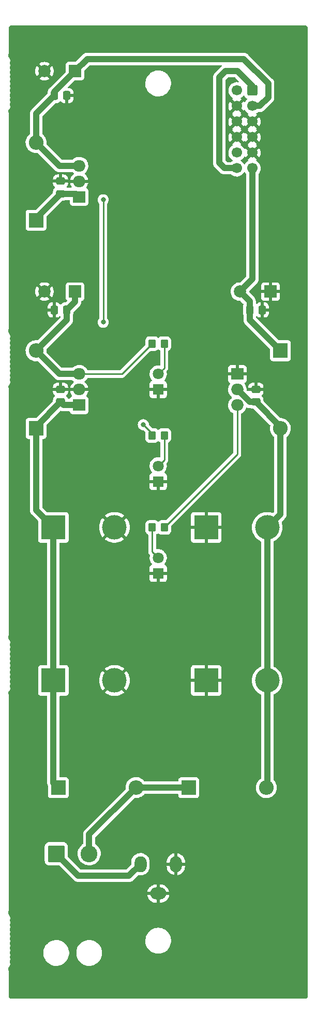
<source format=gtl>
G04 #@! TF.GenerationSoftware,KiCad,Pcbnew,(6.0.0)*
G04 #@! TF.CreationDate,2022-01-28T17:41:21+10:00*
G04 #@! TF.ProjectId,PowerSupply,506f7765-7253-4757-9070-6c792e6b6963,rev?*
G04 #@! TF.SameCoordinates,Original*
G04 #@! TF.FileFunction,Copper,L1,Top*
G04 #@! TF.FilePolarity,Positive*
%FSLAX46Y46*%
G04 Gerber Fmt 4.6, Leading zero omitted, Abs format (unit mm)*
G04 Created by KiCad (PCBNEW (6.0.0)) date 2022-01-28 17:41:21*
%MOMM*%
%LPD*%
G01*
G04 APERTURE LIST*
G04 Aperture macros list*
%AMRoundRect*
0 Rectangle with rounded corners*
0 $1 Rounding radius*
0 $2 $3 $4 $5 $6 $7 $8 $9 X,Y pos of 4 corners*
0 Add a 4 corners polygon primitive as box body*
4,1,4,$2,$3,$4,$5,$6,$7,$8,$9,$2,$3,0*
0 Add four circle primitives for the rounded corners*
1,1,$1+$1,$2,$3*
1,1,$1+$1,$4,$5*
1,1,$1+$1,$6,$7*
1,1,$1+$1,$8,$9*
0 Add four rect primitives between the rounded corners*
20,1,$1+$1,$2,$3,$4,$5,0*
20,1,$1+$1,$4,$5,$6,$7,0*
20,1,$1+$1,$6,$7,$8,$9,0*
20,1,$1+$1,$8,$9,$2,$3,0*%
G04 Aperture macros list end*
G04 #@! TA.AperFunction,ComponentPad*
%ADD10R,1.800000X1.800000*%
G04 #@! TD*
G04 #@! TA.AperFunction,ComponentPad*
%ADD11C,1.800000*%
G04 #@! TD*
G04 #@! TA.AperFunction,SMDPad,CuDef*
%ADD12RoundRect,0.250000X0.475000X-0.337500X0.475000X0.337500X-0.475000X0.337500X-0.475000X-0.337500X0*%
G04 #@! TD*
G04 #@! TA.AperFunction,SMDPad,CuDef*
%ADD13RoundRect,0.250000X-0.350000X-0.450000X0.350000X-0.450000X0.350000X0.450000X-0.350000X0.450000X0*%
G04 #@! TD*
G04 #@! TA.AperFunction,SMDPad,CuDef*
%ADD14RoundRect,0.250000X-0.337500X-0.475000X0.337500X-0.475000X0.337500X0.475000X-0.337500X0.475000X0*%
G04 #@! TD*
G04 #@! TA.AperFunction,SMDPad,CuDef*
%ADD15RoundRect,0.250000X0.337500X0.475000X-0.337500X0.475000X-0.337500X-0.475000X0.337500X-0.475000X0*%
G04 #@! TD*
G04 #@! TA.AperFunction,SMDPad,CuDef*
%ADD16RoundRect,0.250000X0.350000X0.450000X-0.350000X0.450000X-0.350000X-0.450000X0.350000X-0.450000X0*%
G04 #@! TD*
G04 #@! TA.AperFunction,ComponentPad*
%ADD17RoundRect,0.250000X-1.125000X-1.125000X1.125000X-1.125000X1.125000X1.125000X-1.125000X1.125000X0*%
G04 #@! TD*
G04 #@! TA.AperFunction,ComponentPad*
%ADD18C,2.750000*%
G04 #@! TD*
G04 #@! TA.AperFunction,ComponentPad*
%ADD19R,2.400000X2.400000*%
G04 #@! TD*
G04 #@! TA.AperFunction,ComponentPad*
%ADD20O,2.400000X2.400000*%
G04 #@! TD*
G04 #@! TA.AperFunction,ComponentPad*
%ADD21R,2.000000X1.905000*%
G04 #@! TD*
G04 #@! TA.AperFunction,ComponentPad*
%ADD22O,2.000000X1.905000*%
G04 #@! TD*
G04 #@! TA.AperFunction,ComponentPad*
%ADD23RoundRect,0.250000X0.600000X0.600000X-0.600000X0.600000X-0.600000X-0.600000X0.600000X-0.600000X0*%
G04 #@! TD*
G04 #@! TA.AperFunction,ComponentPad*
%ADD24C,1.700000*%
G04 #@! TD*
G04 #@! TA.AperFunction,ComponentPad*
%ADD25R,4.000000X4.000000*%
G04 #@! TD*
G04 #@! TA.AperFunction,ComponentPad*
%ADD26C,4.000000*%
G04 #@! TD*
G04 #@! TA.AperFunction,ComponentPad*
%ADD27R,2.000000X2.000000*%
G04 #@! TD*
G04 #@! TA.AperFunction,ComponentPad*
%ADD28C,2.000000*%
G04 #@! TD*
G04 #@! TA.AperFunction,ComponentPad*
%ADD29O,2.000000X2.600000*%
G04 #@! TD*
G04 #@! TA.AperFunction,ComponentPad*
%ADD30O,2.600000X2.000000*%
G04 #@! TD*
G04 #@! TA.AperFunction,ViaPad*
%ADD31C,0.800000*%
G04 #@! TD*
G04 #@! TA.AperFunction,Conductor*
%ADD32C,1.000000*%
G04 #@! TD*
G04 #@! TA.AperFunction,Conductor*
%ADD33C,0.250000*%
G04 #@! TD*
G04 APERTURE END LIST*
D10*
X165000000Y-135000000D03*
D11*
X165000000Y-132460000D03*
D12*
X149000000Y-88037500D03*
X149000000Y-85962500D03*
D13*
X164000000Y-112500000D03*
X166000000Y-112500000D03*
D14*
X179962500Y-107000000D03*
X182037500Y-107000000D03*
D12*
X181000000Y-122037500D03*
X181000000Y-119962500D03*
X149000000Y-122037500D03*
X149000000Y-119962500D03*
D15*
X150037500Y-107000000D03*
X147962500Y-107000000D03*
D10*
X165000000Y-120000000D03*
D11*
X165000000Y-117460000D03*
D13*
X164000000Y-127500000D03*
X166000000Y-127500000D03*
D10*
X165000000Y-150000000D03*
D11*
X165000000Y-147460000D03*
D16*
X166000000Y-142500000D03*
X164000000Y-142500000D03*
D17*
X148300000Y-195790000D03*
D18*
X153700000Y-195790000D03*
D14*
X147962500Y-72000000D03*
X150037500Y-72000000D03*
D19*
X145000000Y-92350000D03*
D20*
X145000000Y-79650000D03*
D21*
X177945000Y-117460000D03*
D22*
X177945000Y-120000000D03*
X177945000Y-122540000D03*
D23*
X180400000Y-71150000D03*
D24*
X177860000Y-71150000D03*
X180400000Y-73690000D03*
X177860000Y-73690000D03*
X180400000Y-76230000D03*
X177860000Y-76230000D03*
X180400000Y-78770000D03*
X177860000Y-78770000D03*
X180400000Y-81310000D03*
X177860000Y-81310000D03*
X180400000Y-83850000D03*
X177860000Y-83850000D03*
D25*
X172842168Y-167500000D03*
D26*
X182842168Y-167500000D03*
D19*
X145000000Y-126350000D03*
D20*
X145000000Y-113650000D03*
D19*
X148650000Y-185000000D03*
D20*
X161350000Y-185000000D03*
D25*
X147842169Y-167500000D03*
D26*
X157842169Y-167500000D03*
D27*
X183367677Y-104000000D03*
D28*
X178367677Y-104000000D03*
D19*
X170000000Y-185000000D03*
D20*
X182700000Y-185000000D03*
D25*
X147842168Y-142500000D03*
D26*
X157842168Y-142500000D03*
D19*
X185000000Y-113650000D03*
D20*
X185000000Y-126350000D03*
D27*
X151367677Y-104000000D03*
D28*
X146367677Y-104000000D03*
D29*
X162100000Y-197500000D03*
D30*
X165000000Y-202300000D03*
D29*
X167900000Y-197500000D03*
D21*
X152055000Y-122540000D03*
D22*
X152055000Y-120000000D03*
X152055000Y-117460000D03*
D25*
X172842168Y-142500000D03*
D26*
X182842168Y-142500000D03*
D27*
X151367677Y-68000000D03*
D28*
X146367677Y-68000000D03*
D21*
X152055000Y-88540000D03*
D22*
X152055000Y-86000000D03*
X152055000Y-83460000D03*
D31*
X162560000Y-125730000D03*
X156000000Y-109000000D03*
X156000000Y-89000000D03*
D32*
X145000000Y-126037500D02*
X149000000Y-122037500D01*
X147842168Y-142500000D02*
X145000000Y-139657832D01*
X147842169Y-167500000D02*
X147842168Y-142500000D01*
X149000000Y-122037500D02*
X149502500Y-122540000D01*
X145000000Y-139657832D02*
X145000000Y-126350000D01*
X145000000Y-126350000D02*
X145000000Y-126037500D01*
X149000000Y-88037500D02*
X151552500Y-88037500D01*
X147842169Y-184192169D02*
X147842169Y-167500000D01*
X145000000Y-92350000D02*
X145000000Y-92037500D01*
X148650000Y-185000000D02*
X147842169Y-184192169D01*
X149502500Y-122540000D02*
X152055000Y-122540000D01*
X151552500Y-88037500D02*
X152055000Y-88540000D01*
X145000000Y-92037500D02*
X149000000Y-88037500D01*
X185000000Y-126037500D02*
X181000000Y-122037500D01*
X185000000Y-126350000D02*
X185000000Y-126037500D01*
X179982500Y-122037500D02*
X177945000Y-120000000D01*
X182842168Y-142500000D02*
X185000000Y-140342168D01*
X182700000Y-185000000D02*
X182842168Y-184857832D01*
X182842168Y-184857832D02*
X182842168Y-167500000D01*
X182842168Y-167500000D02*
X182842168Y-142500000D01*
X185000000Y-140342168D02*
X185000000Y-126350000D01*
X181000000Y-122037500D02*
X179982500Y-122037500D01*
X180400000Y-71150000D02*
X180400000Y-70400000D01*
X145000000Y-113650000D02*
X150037500Y-108612500D01*
X175000000Y-69000000D02*
X175000000Y-83000000D01*
X148810000Y-117460000D02*
X145000000Y-113650000D01*
X177860000Y-83850000D02*
X175850000Y-83850000D01*
X151367677Y-105669823D02*
X151367677Y-104000000D01*
X150037500Y-108612500D02*
X150037500Y-107000000D01*
X175000000Y-83000000D02*
X175850000Y-83850000D01*
X152055000Y-117460000D02*
X148810000Y-117460000D01*
X176000000Y-68000000D02*
X175000000Y-69000000D01*
X180400000Y-70400000D02*
X178000000Y-68000000D01*
X150037500Y-107000000D02*
X151367677Y-105669823D01*
D33*
X164000000Y-112500000D02*
X159040000Y-117460000D01*
X159040000Y-117460000D02*
X152055000Y-117460000D01*
D32*
X178000000Y-68000000D02*
X176000000Y-68000000D01*
X179962500Y-105594823D02*
X178367677Y-104000000D01*
X185000000Y-113650000D02*
X179962500Y-108612500D01*
X178367677Y-104000000D02*
X180400000Y-101967677D01*
X180400000Y-101967677D02*
X180400000Y-83850000D01*
X179962500Y-108612500D02*
X179962500Y-107000000D01*
D33*
X166000000Y-142500000D02*
X177945000Y-130555000D01*
X177945000Y-130555000D02*
X177945000Y-122540000D01*
D32*
X179962500Y-107000000D02*
X179962500Y-105594823D01*
X147962500Y-71405177D02*
X151367677Y-68000000D01*
X180400000Y-73690000D02*
X181602081Y-73690000D01*
X148810000Y-83460000D02*
X145000000Y-79650000D01*
X152055000Y-83460000D02*
X148810000Y-83460000D01*
X147962500Y-72000000D02*
X147962500Y-71405177D01*
X145000000Y-79650000D02*
X145000000Y-74962500D01*
X183000000Y-70000000D02*
X179000000Y-66000000D01*
X153367677Y-66000000D02*
X151367677Y-68000000D01*
D33*
X156000000Y-89000000D02*
X156000000Y-109000000D01*
D32*
X181602081Y-73690000D02*
X183000000Y-72292081D01*
D33*
X164000000Y-127170000D02*
X162560000Y-125730000D01*
D32*
X179000000Y-66000000D02*
X153367677Y-66000000D01*
D33*
X164000000Y-127500000D02*
X164000000Y-127170000D01*
D32*
X183000000Y-72292081D02*
X183000000Y-70000000D01*
X145000000Y-74962500D02*
X147962500Y-72000000D01*
X153700000Y-192650000D02*
X161350000Y-185000000D01*
X161350000Y-185000000D02*
X170000000Y-185000000D01*
X153700000Y-195790000D02*
X153700000Y-192650000D01*
D33*
X166000000Y-127500000D02*
X166000000Y-131460000D01*
X166000000Y-131460000D02*
X165000000Y-132460000D01*
D32*
X160210000Y-199390000D02*
X151900000Y-199390000D01*
X162100000Y-197500000D02*
X160210000Y-199390000D01*
X151900000Y-199390000D02*
X148300000Y-195790000D01*
D33*
X166000000Y-116460000D02*
X165000000Y-117460000D01*
X166000000Y-112500000D02*
X166000000Y-116460000D01*
X164000000Y-146460000D02*
X165000000Y-147460000D01*
X164000000Y-142500000D02*
X164000000Y-146460000D01*
G04 #@! TA.AperFunction,Conductor*
G36*
X188970057Y-60509500D02*
G01*
X188984858Y-60511805D01*
X188984862Y-60511805D01*
X188993731Y-60513186D01*
X189002633Y-60512022D01*
X189002637Y-60512022D01*
X189002733Y-60512009D01*
X189033170Y-60511738D01*
X189095375Y-60518746D01*
X189122882Y-60525024D01*
X189200071Y-60552034D01*
X189225491Y-60564276D01*
X189294738Y-60607787D01*
X189316797Y-60625379D01*
X189374621Y-60683203D01*
X189392213Y-60705262D01*
X189435724Y-60774509D01*
X189447966Y-60799930D01*
X189474975Y-60877117D01*
X189481254Y-60904624D01*
X189487522Y-60960251D01*
X189488305Y-60975897D01*
X189488196Y-60984855D01*
X189486814Y-60993729D01*
X189488454Y-61006269D01*
X189490936Y-61025250D01*
X189492000Y-61041588D01*
X189492000Y-218950673D01*
X189490500Y-218970057D01*
X189488195Y-218984858D01*
X189488195Y-218984862D01*
X189486814Y-218993731D01*
X189487978Y-219002633D01*
X189487978Y-219002637D01*
X189487991Y-219002733D01*
X189488262Y-219033170D01*
X189481254Y-219095375D01*
X189474975Y-219122885D01*
X189447966Y-219200071D01*
X189435724Y-219225491D01*
X189392213Y-219294738D01*
X189374621Y-219316797D01*
X189316797Y-219374621D01*
X189294738Y-219392213D01*
X189225491Y-219435724D01*
X189200070Y-219447966D01*
X189122883Y-219474975D01*
X189095376Y-219481254D01*
X189071428Y-219483952D01*
X189039744Y-219487522D01*
X189024103Y-219488305D01*
X189015145Y-219488196D01*
X189006271Y-219486814D01*
X188974750Y-219490936D01*
X188958412Y-219492000D01*
X141049327Y-219492000D01*
X141029943Y-219490500D01*
X141015142Y-219488195D01*
X141015138Y-219488195D01*
X141006269Y-219486814D01*
X140997367Y-219487978D01*
X140997363Y-219487978D01*
X140997267Y-219487991D01*
X140966830Y-219488262D01*
X140904625Y-219481254D01*
X140877118Y-219474976D01*
X140799928Y-219447966D01*
X140774509Y-219435724D01*
X140705262Y-219392213D01*
X140683203Y-219374621D01*
X140625379Y-219316797D01*
X140607787Y-219294738D01*
X140564276Y-219225491D01*
X140552034Y-219200070D01*
X140525025Y-219122883D01*
X140518746Y-219095376D01*
X140512478Y-219039749D01*
X140511695Y-219024103D01*
X140511804Y-219015145D01*
X140513186Y-219006271D01*
X140509064Y-218974749D01*
X140508000Y-218958412D01*
X140508000Y-215053207D01*
X140509746Y-215032303D01*
X140512264Y-215017335D01*
X140513071Y-215012539D01*
X140513224Y-215000000D01*
X140512534Y-214995180D01*
X140512218Y-214990331D01*
X140512253Y-214990329D01*
X140512124Y-214989026D01*
X140493995Y-214666209D01*
X140493797Y-214662680D01*
X140456642Y-214444002D01*
X140464951Y-214373493D01*
X140491641Y-214337551D01*
X140489852Y-214335856D01*
X140606456Y-214212767D01*
X140611490Y-214207453D01*
X140700326Y-214054510D01*
X140710650Y-214020425D01*
X140749473Y-213892239D01*
X140751595Y-213885233D01*
X140762547Y-213708702D01*
X140748942Y-213629522D01*
X140733834Y-213541602D01*
X140733834Y-213541601D01*
X140732594Y-213534386D01*
X140692288Y-213439661D01*
X140687199Y-213427700D01*
X140678933Y-213357186D01*
X140694186Y-213315083D01*
X140696646Y-213310847D01*
X140696649Y-213310841D01*
X140700326Y-213304510D01*
X140751595Y-213135233D01*
X140762547Y-212958702D01*
X140732594Y-212784386D01*
X140699197Y-212705898D01*
X140687199Y-212677700D01*
X140678933Y-212607186D01*
X140694186Y-212565083D01*
X140696646Y-212560847D01*
X140696649Y-212560841D01*
X140700326Y-212554510D01*
X140751595Y-212385233D01*
X140762547Y-212208702D01*
X140752295Y-212149036D01*
X140747770Y-212122703D01*
X146190743Y-212122703D01*
X146228268Y-212407734D01*
X146304129Y-212685036D01*
X146305813Y-212688984D01*
X146349584Y-212791602D01*
X146416923Y-212949476D01*
X146428693Y-212969142D01*
X146520785Y-213123016D01*
X146564561Y-213196161D01*
X146744313Y-213420528D01*
X146952851Y-213618423D01*
X147186317Y-213786186D01*
X147190112Y-213788195D01*
X147190113Y-213788196D01*
X147211869Y-213799715D01*
X147440392Y-213920712D01*
X147710373Y-214019511D01*
X147991264Y-214080755D01*
X148019841Y-214083004D01*
X148214282Y-214098307D01*
X148214291Y-214098307D01*
X148216739Y-214098500D01*
X148372271Y-214098500D01*
X148374407Y-214098354D01*
X148374418Y-214098354D01*
X148582548Y-214084165D01*
X148582554Y-214084164D01*
X148586825Y-214083873D01*
X148591020Y-214083004D01*
X148591022Y-214083004D01*
X148762455Y-214047502D01*
X148868342Y-214025574D01*
X149139343Y-213929607D01*
X149394812Y-213797750D01*
X149398313Y-213795289D01*
X149398317Y-213795287D01*
X149512418Y-213715095D01*
X149630023Y-213632441D01*
X149840622Y-213436740D01*
X150022713Y-213214268D01*
X150172927Y-212969142D01*
X150288483Y-212705898D01*
X150296516Y-212677700D01*
X150366068Y-212433534D01*
X150367244Y-212429406D01*
X150407751Y-212144784D01*
X150407845Y-212126951D01*
X150407867Y-212122703D01*
X151590743Y-212122703D01*
X151628268Y-212407734D01*
X151704129Y-212685036D01*
X151705813Y-212688984D01*
X151749584Y-212791602D01*
X151816923Y-212949476D01*
X151828693Y-212969142D01*
X151920785Y-213123016D01*
X151964561Y-213196161D01*
X152144313Y-213420528D01*
X152352851Y-213618423D01*
X152586317Y-213786186D01*
X152590112Y-213788195D01*
X152590113Y-213788196D01*
X152611869Y-213799715D01*
X152840392Y-213920712D01*
X153110373Y-214019511D01*
X153391264Y-214080755D01*
X153419841Y-214083004D01*
X153614282Y-214098307D01*
X153614291Y-214098307D01*
X153616739Y-214098500D01*
X153772271Y-214098500D01*
X153774407Y-214098354D01*
X153774418Y-214098354D01*
X153982548Y-214084165D01*
X153982554Y-214084164D01*
X153986825Y-214083873D01*
X153991020Y-214083004D01*
X153991022Y-214083004D01*
X154162455Y-214047502D01*
X154268342Y-214025574D01*
X154539343Y-213929607D01*
X154794812Y-213797750D01*
X154798313Y-213795289D01*
X154798317Y-213795287D01*
X154912418Y-213715095D01*
X155030023Y-213632441D01*
X155240622Y-213436740D01*
X155422713Y-213214268D01*
X155572927Y-212969142D01*
X155688483Y-212705898D01*
X155696516Y-212677700D01*
X155766068Y-212433534D01*
X155767244Y-212429406D01*
X155807751Y-212144784D01*
X155807845Y-212126951D01*
X155809235Y-211861583D01*
X155809235Y-211861576D01*
X155809257Y-211857297D01*
X155803700Y-211815083D01*
X155772292Y-211576522D01*
X155771732Y-211572266D01*
X155695871Y-211294964D01*
X155656423Y-211202479D01*
X155584763Y-211034476D01*
X155584761Y-211034472D01*
X155583077Y-211030524D01*
X155435439Y-210783839D01*
X155255687Y-210559472D01*
X155047149Y-210361577D01*
X154813683Y-210193814D01*
X154791843Y-210182250D01*
X154739968Y-210154784D01*
X154698264Y-210132703D01*
X162890743Y-210132703D01*
X162928268Y-210417734D01*
X163004129Y-210695036D01*
X163005813Y-210698984D01*
X163082140Y-210877928D01*
X163116923Y-210959476D01*
X163161810Y-211034476D01*
X163258175Y-211195490D01*
X163264561Y-211206161D01*
X163444313Y-211430528D01*
X163652851Y-211628423D01*
X163886317Y-211796186D01*
X163890112Y-211798195D01*
X163890113Y-211798196D01*
X163911869Y-211809715D01*
X164140392Y-211930712D01*
X164164699Y-211939607D01*
X164405288Y-212027650D01*
X164410373Y-212029511D01*
X164691264Y-212090755D01*
X164719841Y-212093004D01*
X164914282Y-212108307D01*
X164914291Y-212108307D01*
X164916739Y-212108500D01*
X165072271Y-212108500D01*
X165074407Y-212108354D01*
X165074418Y-212108354D01*
X165282548Y-212094165D01*
X165282554Y-212094164D01*
X165286825Y-212093873D01*
X165291020Y-212093004D01*
X165291022Y-212093004D01*
X165436891Y-212062796D01*
X165568342Y-212035574D01*
X165839343Y-211939607D01*
X165955047Y-211879888D01*
X166091005Y-211809715D01*
X166091006Y-211809715D01*
X166094812Y-211807750D01*
X166098313Y-211805289D01*
X166098317Y-211805287D01*
X166225908Y-211715614D01*
X166330023Y-211642441D01*
X166519882Y-211466013D01*
X166537479Y-211449661D01*
X166537481Y-211449658D01*
X166540622Y-211446740D01*
X166722713Y-211224268D01*
X166872927Y-210979142D01*
X166988483Y-210715898D01*
X167067244Y-210439406D01*
X167107751Y-210154784D01*
X167107845Y-210136951D01*
X167109235Y-209871583D01*
X167109235Y-209871576D01*
X167109257Y-209867297D01*
X167071732Y-209582266D01*
X167065873Y-209560847D01*
X167039820Y-209465614D01*
X166995871Y-209304964D01*
X166957930Y-209216013D01*
X166884763Y-209044476D01*
X166884761Y-209044472D01*
X166883077Y-209040524D01*
X166782000Y-208871636D01*
X166737643Y-208797521D01*
X166737640Y-208797517D01*
X166735439Y-208793839D01*
X166555687Y-208569472D01*
X166347149Y-208371577D01*
X166113683Y-208203814D01*
X166091843Y-208192250D01*
X165974061Y-208129888D01*
X165859608Y-208069288D01*
X165589627Y-207970489D01*
X165308736Y-207909245D01*
X165277685Y-207906801D01*
X165085718Y-207891693D01*
X165085709Y-207891693D01*
X165083261Y-207891500D01*
X164927729Y-207891500D01*
X164925593Y-207891646D01*
X164925582Y-207891646D01*
X164717452Y-207905835D01*
X164717446Y-207905836D01*
X164713175Y-207906127D01*
X164708980Y-207906996D01*
X164708978Y-207906996D01*
X164572417Y-207935276D01*
X164431658Y-207964426D01*
X164160657Y-208060393D01*
X164156848Y-208062359D01*
X164026013Y-208129888D01*
X163905188Y-208192250D01*
X163901687Y-208194711D01*
X163901683Y-208194713D01*
X163891594Y-208201804D01*
X163669977Y-208357559D01*
X163654892Y-208371577D01*
X163472251Y-208541298D01*
X163459378Y-208553260D01*
X163277287Y-208775732D01*
X163127073Y-209020858D01*
X163125347Y-209024791D01*
X163125346Y-209024792D01*
X163121135Y-209034386D01*
X163011517Y-209284102D01*
X162932756Y-209560594D01*
X162892249Y-209845216D01*
X162892227Y-209849505D01*
X162892226Y-209849512D01*
X162891117Y-210061299D01*
X162890743Y-210132703D01*
X154698264Y-210132703D01*
X154559608Y-210059288D01*
X154289627Y-209960489D01*
X154008736Y-209899245D01*
X153977685Y-209896801D01*
X153785718Y-209881693D01*
X153785709Y-209881693D01*
X153783261Y-209881500D01*
X153627729Y-209881500D01*
X153625593Y-209881646D01*
X153625582Y-209881646D01*
X153417452Y-209895835D01*
X153417446Y-209895836D01*
X153413175Y-209896127D01*
X153408980Y-209896996D01*
X153408978Y-209896996D01*
X153272416Y-209925277D01*
X153131658Y-209954426D01*
X152860657Y-210050393D01*
X152856848Y-210052359D01*
X152658403Y-210154784D01*
X152605188Y-210182250D01*
X152601687Y-210184711D01*
X152601683Y-210184713D01*
X152591594Y-210191804D01*
X152369977Y-210347559D01*
X152354892Y-210361577D01*
X152168928Y-210534386D01*
X152159378Y-210543260D01*
X151977287Y-210765732D01*
X151827073Y-211010858D01*
X151825347Y-211014791D01*
X151825346Y-211014792D01*
X151746025Y-211195490D01*
X151711517Y-211274102D01*
X151710342Y-211278229D01*
X151710341Y-211278230D01*
X151706699Y-211291016D01*
X151632756Y-211550594D01*
X151592249Y-211835216D01*
X151592227Y-211839505D01*
X151592226Y-211839512D01*
X151590765Y-212118417D01*
X151590743Y-212122703D01*
X150407867Y-212122703D01*
X150409235Y-211861583D01*
X150409235Y-211861576D01*
X150409257Y-211857297D01*
X150403700Y-211815083D01*
X150372292Y-211576522D01*
X150371732Y-211572266D01*
X150295871Y-211294964D01*
X150256423Y-211202479D01*
X150184763Y-211034476D01*
X150184761Y-211034472D01*
X150183077Y-211030524D01*
X150035439Y-210783839D01*
X149855687Y-210559472D01*
X149647149Y-210361577D01*
X149413683Y-210193814D01*
X149391843Y-210182250D01*
X149339968Y-210154784D01*
X149159608Y-210059288D01*
X148889627Y-209960489D01*
X148608736Y-209899245D01*
X148577685Y-209896801D01*
X148385718Y-209881693D01*
X148385709Y-209881693D01*
X148383261Y-209881500D01*
X148227729Y-209881500D01*
X148225593Y-209881646D01*
X148225582Y-209881646D01*
X148017452Y-209895835D01*
X148017446Y-209895836D01*
X148013175Y-209896127D01*
X148008980Y-209896996D01*
X148008978Y-209896996D01*
X147872416Y-209925277D01*
X147731658Y-209954426D01*
X147460657Y-210050393D01*
X147456848Y-210052359D01*
X147258403Y-210154784D01*
X147205188Y-210182250D01*
X147201687Y-210184711D01*
X147201683Y-210184713D01*
X147191594Y-210191804D01*
X146969977Y-210347559D01*
X146954892Y-210361577D01*
X146768928Y-210534386D01*
X146759378Y-210543260D01*
X146577287Y-210765732D01*
X146427073Y-211010858D01*
X146425347Y-211014791D01*
X146425346Y-211014792D01*
X146346025Y-211195490D01*
X146311517Y-211274102D01*
X146310342Y-211278229D01*
X146310341Y-211278230D01*
X146306699Y-211291016D01*
X146232756Y-211550594D01*
X146192249Y-211835216D01*
X146192227Y-211839505D01*
X146192226Y-211839512D01*
X146190765Y-212118417D01*
X146190743Y-212122703D01*
X140747770Y-212122703D01*
X140733834Y-212041602D01*
X140733834Y-212041601D01*
X140732594Y-212034386D01*
X140712542Y-211987260D01*
X140687199Y-211927700D01*
X140678933Y-211857186D01*
X140694186Y-211815083D01*
X140696646Y-211810847D01*
X140696649Y-211810841D01*
X140700326Y-211804510D01*
X140702848Y-211796186D01*
X140749473Y-211642239D01*
X140751595Y-211635233D01*
X140762547Y-211458702D01*
X140760994Y-211449661D01*
X140733834Y-211291602D01*
X140733834Y-211291601D01*
X140732594Y-211284386D01*
X140726545Y-211270170D01*
X140687199Y-211177700D01*
X140678933Y-211107186D01*
X140694186Y-211065083D01*
X140696646Y-211060847D01*
X140696649Y-211060841D01*
X140700326Y-211054510D01*
X140708708Y-211026837D01*
X140749473Y-210892239D01*
X140751595Y-210885233D01*
X140762547Y-210708702D01*
X140732594Y-210534386D01*
X140729728Y-210527650D01*
X140687199Y-210427700D01*
X140678933Y-210357186D01*
X140694186Y-210315083D01*
X140696646Y-210310847D01*
X140696649Y-210310841D01*
X140700326Y-210304510D01*
X140751595Y-210135233D01*
X140762547Y-209958702D01*
X140752488Y-209900158D01*
X140733834Y-209791602D01*
X140733834Y-209791601D01*
X140732594Y-209784386D01*
X140729728Y-209777650D01*
X140687199Y-209677700D01*
X140678933Y-209607186D01*
X140694186Y-209565083D01*
X140696646Y-209560847D01*
X140696649Y-209560841D01*
X140700326Y-209554510D01*
X140751595Y-209385233D01*
X140762547Y-209208702D01*
X140732594Y-209034386D01*
X140725282Y-209017201D01*
X140687199Y-208927700D01*
X140678933Y-208857186D01*
X140694186Y-208815083D01*
X140696646Y-208810847D01*
X140696649Y-208810841D01*
X140700326Y-208804510D01*
X140707936Y-208779386D01*
X140749473Y-208642239D01*
X140751595Y-208635233D01*
X140762547Y-208458702D01*
X140745168Y-208357559D01*
X140733834Y-208291602D01*
X140733834Y-208291601D01*
X140732594Y-208284386D01*
X140699377Y-208206321D01*
X140687199Y-208177700D01*
X140678933Y-208107186D01*
X140694186Y-208065083D01*
X140696646Y-208060847D01*
X140696649Y-208060841D01*
X140700326Y-208054510D01*
X140725774Y-207970489D01*
X140749473Y-207892239D01*
X140751595Y-207885233D01*
X140762547Y-207708702D01*
X140732594Y-207534386D01*
X140729728Y-207527650D01*
X140687199Y-207427700D01*
X140678933Y-207357186D01*
X140694186Y-207315083D01*
X140696646Y-207310847D01*
X140696649Y-207310841D01*
X140700326Y-207304510D01*
X140751595Y-207135233D01*
X140762547Y-206958702D01*
X140761110Y-206950336D01*
X140733834Y-206791602D01*
X140733834Y-206791601D01*
X140732594Y-206784386D01*
X140729728Y-206777650D01*
X140687199Y-206677700D01*
X140678933Y-206607186D01*
X140694186Y-206565083D01*
X140696646Y-206560847D01*
X140696649Y-206560841D01*
X140700326Y-206554510D01*
X140751595Y-206385233D01*
X140762547Y-206208702D01*
X140732594Y-206034386D01*
X140663343Y-205871636D01*
X140659010Y-205865748D01*
X140659007Y-205865743D01*
X140562846Y-205735077D01*
X140558508Y-205729182D01*
X140552930Y-205724443D01*
X140552927Y-205724440D01*
X140498431Y-205678143D01*
X140459466Y-205618795D01*
X140455790Y-205561012D01*
X140493205Y-205340804D01*
X140493797Y-205337320D01*
X140511127Y-205028728D01*
X140511859Y-205022187D01*
X140511828Y-205022184D01*
X140512262Y-205017349D01*
X140513071Y-205012539D01*
X140513224Y-205000000D01*
X140509273Y-204972412D01*
X140508000Y-204954549D01*
X140508000Y-202571114D01*
X163213275Y-202571114D01*
X163215325Y-202588830D01*
X163217285Y-202598727D01*
X163280604Y-202822494D01*
X163284116Y-202831938D01*
X163382399Y-203042705D01*
X163387378Y-203051471D01*
X163518087Y-203243802D01*
X163524419Y-203251677D01*
X163684186Y-203420626D01*
X163691695Y-203427387D01*
X163876426Y-203568625D01*
X163884905Y-203574089D01*
X164089847Y-203683978D01*
X164099099Y-203688020D01*
X164318971Y-203763727D01*
X164328743Y-203766236D01*
X164558971Y-203806004D01*
X164566843Y-203806859D01*
X164590551Y-203807936D01*
X164593384Y-203808000D01*
X164727885Y-203808000D01*
X164743124Y-203803525D01*
X164744329Y-203802135D01*
X164746000Y-203794452D01*
X164746000Y-203789885D01*
X165254000Y-203789885D01*
X165258475Y-203805124D01*
X165259865Y-203806329D01*
X165267548Y-203808000D01*
X165358456Y-203808000D01*
X165363488Y-203807798D01*
X165536843Y-203793850D01*
X165546796Y-203792238D01*
X165772633Y-203736767D01*
X165782203Y-203733584D01*
X165996265Y-203642720D01*
X166005207Y-203638045D01*
X166201987Y-203514126D01*
X166210060Y-203508086D01*
X166384500Y-203354297D01*
X166391504Y-203347044D01*
X166539110Y-203167346D01*
X166544866Y-203159064D01*
X166661841Y-202958081D01*
X166666203Y-202948976D01*
X166749537Y-202731885D01*
X166752388Y-202722196D01*
X166783821Y-202571736D01*
X166782698Y-202557675D01*
X166772590Y-202554000D01*
X165272115Y-202554000D01*
X165256876Y-202558475D01*
X165255671Y-202559865D01*
X165254000Y-202567548D01*
X165254000Y-203789885D01*
X164746000Y-203789885D01*
X164746000Y-202572115D01*
X164741525Y-202556876D01*
X164740135Y-202555671D01*
X164732452Y-202554000D01*
X163229410Y-202554000D01*
X163215324Y-202558136D01*
X163213275Y-202571114D01*
X140508000Y-202571114D01*
X140508000Y-202028264D01*
X163216179Y-202028264D01*
X163217302Y-202042325D01*
X163227410Y-202046000D01*
X164727885Y-202046000D01*
X164743124Y-202041525D01*
X164744329Y-202040135D01*
X164746000Y-202032452D01*
X164746000Y-202027885D01*
X165254000Y-202027885D01*
X165258475Y-202043124D01*
X165259865Y-202044329D01*
X165267548Y-202046000D01*
X166770590Y-202046000D01*
X166784676Y-202041864D01*
X166786725Y-202028886D01*
X166784675Y-202011170D01*
X166782715Y-202001273D01*
X166719396Y-201777506D01*
X166715884Y-201768062D01*
X166617601Y-201557295D01*
X166612622Y-201548529D01*
X166481913Y-201356198D01*
X166475581Y-201348323D01*
X166315814Y-201179374D01*
X166308305Y-201172613D01*
X166123574Y-201031375D01*
X166115095Y-201025911D01*
X165910153Y-200916022D01*
X165900901Y-200911980D01*
X165681029Y-200836273D01*
X165671257Y-200833764D01*
X165441029Y-200793996D01*
X165433157Y-200793141D01*
X165409449Y-200792064D01*
X165406616Y-200792000D01*
X165272115Y-200792000D01*
X165256876Y-200796475D01*
X165255671Y-200797865D01*
X165254000Y-200805548D01*
X165254000Y-202027885D01*
X164746000Y-202027885D01*
X164746000Y-200810115D01*
X164741525Y-200794876D01*
X164740135Y-200793671D01*
X164732452Y-200792000D01*
X164641544Y-200792000D01*
X164636512Y-200792202D01*
X164463157Y-200806150D01*
X164453204Y-200807762D01*
X164227367Y-200863233D01*
X164217797Y-200866416D01*
X164003735Y-200957280D01*
X163994793Y-200961955D01*
X163798013Y-201085874D01*
X163789940Y-201091914D01*
X163615500Y-201245703D01*
X163608496Y-201252956D01*
X163460890Y-201432654D01*
X163455134Y-201440936D01*
X163338159Y-201641919D01*
X163333797Y-201651024D01*
X163250463Y-201868115D01*
X163247612Y-201877804D01*
X163216179Y-202028264D01*
X140508000Y-202028264D01*
X140508000Y-196965400D01*
X146416500Y-196965400D01*
X146416837Y-196968646D01*
X146416837Y-196968650D01*
X146426610Y-197062836D01*
X146427474Y-197071166D01*
X146429655Y-197077702D01*
X146429655Y-197077704D01*
X146473728Y-197209806D01*
X146483450Y-197238946D01*
X146576522Y-197389348D01*
X146701697Y-197514305D01*
X146707927Y-197518145D01*
X146707928Y-197518146D01*
X146811950Y-197582266D01*
X146852262Y-197607115D01*
X146888610Y-197619171D01*
X147013611Y-197660632D01*
X147013613Y-197660632D01*
X147020139Y-197662797D01*
X147026975Y-197663497D01*
X147026978Y-197663498D01*
X147070031Y-197667909D01*
X147124600Y-197673500D01*
X148705075Y-197673500D01*
X148773196Y-197693502D01*
X148794170Y-197710405D01*
X151143145Y-200059379D01*
X151152247Y-200069522D01*
X151175968Y-200099025D01*
X151180696Y-200102992D01*
X151214421Y-200131291D01*
X151218069Y-200134472D01*
X151219881Y-200136115D01*
X151222075Y-200138309D01*
X151255349Y-200165642D01*
X151256147Y-200166304D01*
X151327474Y-200226154D01*
X151332144Y-200228722D01*
X151336261Y-200232103D01*
X151356079Y-200242729D01*
X151418086Y-200275977D01*
X151419245Y-200276606D01*
X151495381Y-200318462D01*
X151495389Y-200318465D01*
X151500787Y-200321433D01*
X151505869Y-200323045D01*
X151510563Y-200325562D01*
X151583771Y-200347945D01*
X151599477Y-200352747D01*
X151600735Y-200353139D01*
X151689306Y-200381235D01*
X151694597Y-200381829D01*
X151699698Y-200383388D01*
X151792263Y-200392790D01*
X151793450Y-200392916D01*
X151822838Y-200396213D01*
X151839730Y-200398108D01*
X151839735Y-200398108D01*
X151843227Y-200398500D01*
X151846752Y-200398500D01*
X151847737Y-200398555D01*
X151853432Y-200399003D01*
X151865342Y-200400213D01*
X151890334Y-200402752D01*
X151890339Y-200402752D01*
X151896462Y-200403374D01*
X151942108Y-200399059D01*
X151953967Y-200398500D01*
X160148157Y-200398500D01*
X160161764Y-200399237D01*
X160193262Y-200402659D01*
X160193267Y-200402659D01*
X160199388Y-200403324D01*
X160225638Y-200401027D01*
X160249388Y-200398950D01*
X160254214Y-200398621D01*
X160256686Y-200398500D01*
X160259769Y-200398500D01*
X160271738Y-200397326D01*
X160302506Y-200394310D01*
X160303819Y-200394188D01*
X160348084Y-200390315D01*
X160396413Y-200386087D01*
X160401532Y-200384600D01*
X160406833Y-200384080D01*
X160495834Y-200357209D01*
X160496967Y-200356874D01*
X160580414Y-200332630D01*
X160580418Y-200332628D01*
X160586336Y-200330909D01*
X160591068Y-200328456D01*
X160596169Y-200326916D01*
X160603167Y-200323195D01*
X160678260Y-200283269D01*
X160679426Y-200282657D01*
X160756453Y-200242729D01*
X160761926Y-200239892D01*
X160766089Y-200236569D01*
X160770796Y-200234066D01*
X160842918Y-200175245D01*
X160843774Y-200174554D01*
X160882973Y-200143262D01*
X160885477Y-200140758D01*
X160886195Y-200140116D01*
X160890528Y-200136415D01*
X160924062Y-200109065D01*
X160953288Y-200073737D01*
X160961277Y-200064958D01*
X161708653Y-199317582D01*
X161770965Y-199283556D01*
X161823514Y-199283340D01*
X161895946Y-199298471D01*
X161910320Y-199301474D01*
X161915369Y-199301703D01*
X161915375Y-199301704D01*
X162025965Y-199306726D01*
X162152817Y-199312486D01*
X162157837Y-199311905D01*
X162157841Y-199311905D01*
X162388929Y-199285167D01*
X162388933Y-199285166D01*
X162393956Y-199284585D01*
X162398820Y-199283209D01*
X162398823Y-199283208D01*
X162622669Y-199219866D01*
X162622668Y-199219866D01*
X162627532Y-199218490D01*
X162632108Y-199216356D01*
X162632114Y-199216354D01*
X162842954Y-199118038D01*
X162842958Y-199118036D01*
X162847536Y-199115901D01*
X163048307Y-198979456D01*
X163224681Y-198812668D01*
X163309303Y-198701987D01*
X163369047Y-198623846D01*
X163369050Y-198623842D01*
X163372120Y-198619826D01*
X163486831Y-198405891D01*
X163565862Y-198176369D01*
X163607179Y-197937164D01*
X163608500Y-197908075D01*
X163608500Y-197858456D01*
X166392000Y-197858456D01*
X166392202Y-197863488D01*
X166406150Y-198036843D01*
X166407762Y-198046796D01*
X166463233Y-198272633D01*
X166466416Y-198282203D01*
X166557280Y-198496265D01*
X166561955Y-198505207D01*
X166685874Y-198701987D01*
X166691914Y-198710060D01*
X166845703Y-198884500D01*
X166852956Y-198891504D01*
X167032654Y-199039110D01*
X167040936Y-199044866D01*
X167241919Y-199161841D01*
X167251024Y-199166203D01*
X167468115Y-199249537D01*
X167477804Y-199252388D01*
X167628264Y-199283821D01*
X167642325Y-199282698D01*
X167646000Y-199272590D01*
X167646000Y-199270590D01*
X168154000Y-199270590D01*
X168158136Y-199284676D01*
X168171114Y-199286725D01*
X168188830Y-199284675D01*
X168198727Y-199282715D01*
X168422494Y-199219396D01*
X168431938Y-199215884D01*
X168642705Y-199117601D01*
X168651471Y-199112622D01*
X168843802Y-198981913D01*
X168851677Y-198975581D01*
X169020626Y-198815814D01*
X169027387Y-198808305D01*
X169168625Y-198623574D01*
X169174089Y-198615095D01*
X169283978Y-198410153D01*
X169288020Y-198400901D01*
X169363727Y-198181029D01*
X169366236Y-198171257D01*
X169406004Y-197941029D01*
X169406859Y-197933157D01*
X169407936Y-197909449D01*
X169408000Y-197906616D01*
X169408000Y-197772115D01*
X169403525Y-197756876D01*
X169402135Y-197755671D01*
X169394452Y-197754000D01*
X168172115Y-197754000D01*
X168156876Y-197758475D01*
X168155671Y-197759865D01*
X168154000Y-197767548D01*
X168154000Y-199270590D01*
X167646000Y-199270590D01*
X167646000Y-197772115D01*
X167641525Y-197756876D01*
X167640135Y-197755671D01*
X167632452Y-197754000D01*
X166410115Y-197754000D01*
X166394876Y-197758475D01*
X166393671Y-197759865D01*
X166392000Y-197767548D01*
X166392000Y-197858456D01*
X163608500Y-197858456D01*
X163608500Y-197227885D01*
X166392000Y-197227885D01*
X166396475Y-197243124D01*
X166397865Y-197244329D01*
X166405548Y-197246000D01*
X167627885Y-197246000D01*
X167643124Y-197241525D01*
X167644329Y-197240135D01*
X167646000Y-197232452D01*
X167646000Y-197227885D01*
X168154000Y-197227885D01*
X168158475Y-197243124D01*
X168159865Y-197244329D01*
X168167548Y-197246000D01*
X169389885Y-197246000D01*
X169405124Y-197241525D01*
X169406329Y-197240135D01*
X169408000Y-197232452D01*
X169408000Y-197141544D01*
X169407798Y-197136512D01*
X169393850Y-196963157D01*
X169392238Y-196953204D01*
X169336767Y-196727367D01*
X169333584Y-196717797D01*
X169242720Y-196503735D01*
X169238045Y-196494793D01*
X169114126Y-196298013D01*
X169108086Y-196289940D01*
X168954297Y-196115500D01*
X168947044Y-196108496D01*
X168767346Y-195960890D01*
X168759064Y-195955134D01*
X168558081Y-195838159D01*
X168548976Y-195833797D01*
X168331885Y-195750463D01*
X168322196Y-195747612D01*
X168171736Y-195716179D01*
X168157675Y-195717302D01*
X168154000Y-195727410D01*
X168154000Y-197227885D01*
X167646000Y-197227885D01*
X167646000Y-195729410D01*
X167641864Y-195715324D01*
X167628886Y-195713275D01*
X167611170Y-195715325D01*
X167601273Y-195717285D01*
X167377506Y-195780604D01*
X167368062Y-195784116D01*
X167157295Y-195882399D01*
X167148529Y-195887378D01*
X166956198Y-196018087D01*
X166948323Y-196024419D01*
X166779374Y-196184186D01*
X166772613Y-196191695D01*
X166631375Y-196376426D01*
X166625911Y-196384905D01*
X166516022Y-196589847D01*
X166511980Y-196599099D01*
X166436273Y-196818971D01*
X166433764Y-196828743D01*
X166393996Y-197058971D01*
X166393141Y-197066843D01*
X166392064Y-197090551D01*
X166392000Y-197093384D01*
X166392000Y-197227885D01*
X163608500Y-197227885D01*
X163608500Y-197138999D01*
X163604830Y-197093384D01*
X163594346Y-196963076D01*
X163594345Y-196963071D01*
X163593940Y-196958035D01*
X163542167Y-196747249D01*
X163537244Y-196727208D01*
X163536037Y-196722294D01*
X163516974Y-196677383D01*
X163447038Y-196512625D01*
X163441188Y-196498844D01*
X163363926Y-196376154D01*
X163314528Y-196297712D01*
X163314526Y-196297709D01*
X163311833Y-196293433D01*
X163271132Y-196247266D01*
X163154650Y-196115142D01*
X163154647Y-196115139D01*
X163151302Y-196111345D01*
X163044993Y-196024022D01*
X162967628Y-195960474D01*
X162967625Y-195960472D01*
X162963722Y-195957266D01*
X162834337Y-195881962D01*
X162758290Y-195837701D01*
X162758288Y-195837700D01*
X162753922Y-195835159D01*
X162749199Y-195833346D01*
X162532022Y-195749980D01*
X162532018Y-195749979D01*
X162527298Y-195748167D01*
X162522348Y-195747133D01*
X162522345Y-195747132D01*
X162294631Y-195699560D01*
X162294627Y-195699560D01*
X162289680Y-195698526D01*
X162047183Y-195687514D01*
X162042163Y-195688095D01*
X162042159Y-195688095D01*
X161811071Y-195714833D01*
X161811067Y-195714834D01*
X161806044Y-195715415D01*
X161801180Y-195716791D01*
X161801177Y-195716792D01*
X161690300Y-195748167D01*
X161572468Y-195781510D01*
X161567892Y-195783644D01*
X161567886Y-195783646D01*
X161357046Y-195881962D01*
X161357042Y-195881964D01*
X161352464Y-195884099D01*
X161151693Y-196020544D01*
X160975319Y-196187332D01*
X160972241Y-196191358D01*
X160972240Y-196191359D01*
X160830953Y-196376154D01*
X160830950Y-196376158D01*
X160827880Y-196380174D01*
X160825490Y-196384632D01*
X160825489Y-196384633D01*
X160801355Y-196429643D01*
X160713169Y-196594109D01*
X160634138Y-196823631D01*
X160592821Y-197062836D01*
X160591500Y-197091925D01*
X160591500Y-197530076D01*
X160571498Y-197598197D01*
X160554595Y-197619171D01*
X159829171Y-198344595D01*
X159766859Y-198378621D01*
X159740076Y-198381500D01*
X152369924Y-198381500D01*
X152301803Y-198361498D01*
X152280829Y-198344595D01*
X150220405Y-196284171D01*
X150186379Y-196221859D01*
X150183500Y-196195076D01*
X150183500Y-195730687D01*
X151812621Y-195730687D01*
X151812796Y-195735139D01*
X151821424Y-195954724D01*
X151823093Y-195997213D01*
X151871014Y-196259604D01*
X151955428Y-196512625D01*
X151957420Y-196516612D01*
X151957421Y-196516614D01*
X152057867Y-196717638D01*
X152074651Y-196751229D01*
X152226305Y-196970653D01*
X152229321Y-196973915D01*
X152229326Y-196973922D01*
X152404346Y-197163257D01*
X152404351Y-197163261D01*
X152407362Y-197166519D01*
X152614211Y-197334921D01*
X152618028Y-197337219D01*
X152838909Y-197470200D01*
X152838913Y-197470202D01*
X152842725Y-197472497D01*
X152846832Y-197474236D01*
X153084245Y-197574768D01*
X153084248Y-197574769D01*
X153088343Y-197576503D01*
X153092635Y-197577641D01*
X153092638Y-197577642D01*
X153341869Y-197643725D01*
X153341874Y-197643726D01*
X153346166Y-197644864D01*
X153350575Y-197645386D01*
X153350581Y-197645387D01*
X153497680Y-197662797D01*
X153611048Y-197676215D01*
X153877706Y-197669931D01*
X153960595Y-197656134D01*
X154136427Y-197626868D01*
X154136431Y-197626867D01*
X154140817Y-197626137D01*
X154145058Y-197624796D01*
X154145061Y-197624795D01*
X154390888Y-197547050D01*
X154390890Y-197547049D01*
X154395134Y-197545707D01*
X154471297Y-197509134D01*
X154631561Y-197432176D01*
X154631562Y-197432175D01*
X154635580Y-197430246D01*
X154778244Y-197334921D01*
X154853651Y-197284536D01*
X154853655Y-197284533D01*
X154857359Y-197282058D01*
X154860676Y-197279087D01*
X154860680Y-197279084D01*
X155052728Y-197107072D01*
X155052729Y-197107071D01*
X155056046Y-197104100D01*
X155168220Y-196970653D01*
X155224804Y-196903338D01*
X155224806Y-196903336D01*
X155227676Y-196899921D01*
X155272067Y-196828743D01*
X155366463Y-196677383D01*
X155366464Y-196677381D01*
X155368824Y-196673597D01*
X155476676Y-196429643D01*
X155549077Y-196172925D01*
X155569024Y-196024419D01*
X155584158Y-195911750D01*
X155584159Y-195911742D01*
X155584585Y-195908568D01*
X155588311Y-195790000D01*
X155587613Y-195780134D01*
X155569788Y-195528384D01*
X155569473Y-195523935D01*
X155513333Y-195263178D01*
X155421013Y-195012933D01*
X155294354Y-194778192D01*
X155135883Y-194563640D01*
X155092080Y-194519143D01*
X154951893Y-194376738D01*
X154948762Y-194373557D01*
X154945223Y-194370856D01*
X154945216Y-194370850D01*
X154758058Y-194228016D01*
X154716041Y-194170788D01*
X154708500Y-194127853D01*
X154708500Y-193119925D01*
X154728502Y-193051804D01*
X154745405Y-193030830D01*
X161039931Y-186736303D01*
X161102243Y-186702277D01*
X161146718Y-186701688D01*
X161146810Y-186700877D01*
X161151461Y-186701407D01*
X161156050Y-186702278D01*
X161276532Y-186707011D01*
X161405125Y-186712064D01*
X161405130Y-186712064D01*
X161409793Y-186712247D01*
X161505688Y-186701745D01*
X161657569Y-186685112D01*
X161657575Y-186685111D01*
X161662222Y-186684602D01*
X161771680Y-186655784D01*
X161903273Y-186621138D01*
X161907793Y-186619948D01*
X162056449Y-186556081D01*
X162136807Y-186521557D01*
X162136810Y-186521555D01*
X162141110Y-186519708D01*
X162145090Y-186517245D01*
X162145094Y-186517243D01*
X162353064Y-186388547D01*
X162353066Y-186388545D01*
X162357047Y-186386082D01*
X162455826Y-186302460D01*
X162547289Y-186225031D01*
X162547291Y-186225029D01*
X162550862Y-186222006D01*
X162700459Y-186051423D01*
X162760411Y-186013395D01*
X162795190Y-186008500D01*
X168165500Y-186008500D01*
X168233621Y-186028502D01*
X168280114Y-186082158D01*
X168291500Y-186134500D01*
X168291500Y-186248134D01*
X168298255Y-186310316D01*
X168349385Y-186446705D01*
X168436739Y-186563261D01*
X168553295Y-186650615D01*
X168689684Y-186701745D01*
X168751866Y-186708500D01*
X171248134Y-186708500D01*
X171310316Y-186701745D01*
X171446705Y-186650615D01*
X171563261Y-186563261D01*
X171650615Y-186446705D01*
X171701745Y-186310316D01*
X171708500Y-186248134D01*
X171708500Y-183751866D01*
X171701745Y-183689684D01*
X171650615Y-183553295D01*
X171563261Y-183436739D01*
X171446705Y-183349385D01*
X171310316Y-183298255D01*
X171248134Y-183291500D01*
X168751866Y-183291500D01*
X168689684Y-183298255D01*
X168553295Y-183349385D01*
X168436739Y-183436739D01*
X168349385Y-183553295D01*
X168298255Y-183689684D01*
X168291500Y-183751866D01*
X168291500Y-183865500D01*
X168271498Y-183933621D01*
X168217842Y-183980114D01*
X168165500Y-183991500D01*
X162791734Y-183991500D01*
X162723613Y-183971498D01*
X162692784Y-183943506D01*
X162631289Y-183865500D01*
X162613171Y-183842517D01*
X162428209Y-183668523D01*
X162384483Y-183638189D01*
X162223393Y-183526437D01*
X162223390Y-183526435D01*
X162219561Y-183523779D01*
X162215384Y-183521719D01*
X162215377Y-183521715D01*
X161995996Y-183413528D01*
X161995992Y-183413527D01*
X161991810Y-183411464D01*
X161749960Y-183334047D01*
X161745355Y-183333297D01*
X161503935Y-183293980D01*
X161503934Y-183293980D01*
X161499323Y-183293229D01*
X161372364Y-183291567D01*
X161250083Y-183289966D01*
X161250080Y-183289966D01*
X161245406Y-183289905D01*
X160993787Y-183324149D01*
X160749993Y-183395208D01*
X160519380Y-183501522D01*
X160515471Y-183504085D01*
X160310928Y-183638189D01*
X160310923Y-183638193D01*
X160307015Y-183640755D01*
X160117562Y-183809848D01*
X159955183Y-184005087D01*
X159823447Y-184222182D01*
X159821638Y-184226496D01*
X159821637Y-184226498D01*
X159751022Y-184394897D01*
X159725246Y-184456365D01*
X159724095Y-184460897D01*
X159724094Y-184460900D01*
X159719604Y-184478581D01*
X159662738Y-184702490D01*
X159637296Y-184955151D01*
X159649366Y-185206420D01*
X159649480Y-185208798D01*
X159648970Y-185208823D01*
X159637909Y-185275875D01*
X159613497Y-185310269D01*
X153030621Y-191893145D01*
X153020478Y-191902247D01*
X152990975Y-191925968D01*
X152987008Y-191930696D01*
X152958709Y-191964421D01*
X152955528Y-191968069D01*
X152953885Y-191969881D01*
X152951691Y-191972075D01*
X152924358Y-192005349D01*
X152923696Y-192006147D01*
X152863846Y-192077474D01*
X152861278Y-192082144D01*
X152857897Y-192086261D01*
X152826860Y-192144145D01*
X152814023Y-192168086D01*
X152813394Y-192169245D01*
X152771538Y-192245381D01*
X152771535Y-192245389D01*
X152768567Y-192250787D01*
X152766955Y-192255869D01*
X152764438Y-192260563D01*
X152737238Y-192349531D01*
X152736918Y-192350559D01*
X152708765Y-192439306D01*
X152708171Y-192444602D01*
X152706613Y-192449698D01*
X152705990Y-192455834D01*
X152697218Y-192542187D01*
X152697089Y-192543393D01*
X152691500Y-192593227D01*
X152691500Y-192596754D01*
X152691445Y-192597739D01*
X152690998Y-192603419D01*
X152686626Y-192646462D01*
X152687206Y-192652593D01*
X152690941Y-192692109D01*
X152691500Y-192703967D01*
X152691500Y-194130746D01*
X152671498Y-194198867D01*
X152638758Y-194233261D01*
X152496345Y-194335031D01*
X152452625Y-194376738D01*
X152306964Y-194515692D01*
X152303346Y-194519143D01*
X152300590Y-194522639D01*
X152225520Y-194617866D01*
X152138215Y-194728612D01*
X152109417Y-194778192D01*
X152006483Y-194955404D01*
X152006480Y-194955410D01*
X152004245Y-194959258D01*
X151904110Y-195206480D01*
X151903039Y-195210793D01*
X151903037Y-195210798D01*
X151890026Y-195263178D01*
X151839807Y-195465344D01*
X151839353Y-195469772D01*
X151839353Y-195469774D01*
X151815916Y-195698526D01*
X151812621Y-195730687D01*
X150183500Y-195730687D01*
X150183500Y-194614600D01*
X150183163Y-194611350D01*
X150173238Y-194515692D01*
X150173237Y-194515688D01*
X150172526Y-194508834D01*
X150116550Y-194341054D01*
X150023478Y-194190652D01*
X149898303Y-194065695D01*
X149892072Y-194061854D01*
X149753968Y-193976725D01*
X149753966Y-193976724D01*
X149747738Y-193972885D01*
X149587254Y-193919655D01*
X149586389Y-193919368D01*
X149586387Y-193919368D01*
X149579861Y-193917203D01*
X149573025Y-193916503D01*
X149573022Y-193916502D01*
X149529969Y-193912091D01*
X149475400Y-193906500D01*
X147124600Y-193906500D01*
X147121354Y-193906837D01*
X147121350Y-193906837D01*
X147025692Y-193916762D01*
X147025688Y-193916763D01*
X147018834Y-193917474D01*
X147012298Y-193919655D01*
X147012296Y-193919655D01*
X146880194Y-193963728D01*
X146851054Y-193973450D01*
X146700652Y-194066522D01*
X146575695Y-194191697D01*
X146571855Y-194197927D01*
X146571854Y-194197928D01*
X146488938Y-194332443D01*
X146482885Y-194342262D01*
X146427203Y-194510139D01*
X146416500Y-194614600D01*
X146416500Y-196965400D01*
X140508000Y-196965400D01*
X140508000Y-170053207D01*
X140509746Y-170032303D01*
X140512264Y-170017335D01*
X140513071Y-170012539D01*
X140513147Y-170006328D01*
X140513165Y-170004867D01*
X140513165Y-170004862D01*
X140513224Y-170000000D01*
X140512534Y-169995180D01*
X140512218Y-169990331D01*
X140512253Y-169990329D01*
X140512124Y-169989026D01*
X140501434Y-169798667D01*
X140493797Y-169662680D01*
X140486157Y-169617715D01*
X140456642Y-169444002D01*
X140464951Y-169373493D01*
X140491641Y-169337551D01*
X140489852Y-169335856D01*
X140606456Y-169212767D01*
X140611490Y-169207453D01*
X140700326Y-169054510D01*
X140751595Y-168885233D01*
X140762547Y-168708702D01*
X140732594Y-168534386D01*
X140729728Y-168527650D01*
X140687199Y-168427700D01*
X140678933Y-168357186D01*
X140694186Y-168315083D01*
X140696646Y-168310847D01*
X140696649Y-168310841D01*
X140700326Y-168304510D01*
X140751595Y-168135233D01*
X140762547Y-167958702D01*
X140732594Y-167784386D01*
X140727373Y-167772115D01*
X140687199Y-167677700D01*
X140678933Y-167607186D01*
X140694186Y-167565083D01*
X140696646Y-167560847D01*
X140696649Y-167560841D01*
X140700326Y-167554510D01*
X140715938Y-167502965D01*
X140749473Y-167392239D01*
X140751595Y-167385233D01*
X140762547Y-167208702D01*
X140749985Y-167135592D01*
X140733834Y-167041602D01*
X140733834Y-167041601D01*
X140732594Y-167034386D01*
X140712542Y-166987260D01*
X140687199Y-166927700D01*
X140678933Y-166857186D01*
X140694186Y-166815083D01*
X140696646Y-166810847D01*
X140696649Y-166810841D01*
X140700326Y-166804510D01*
X140751595Y-166635233D01*
X140762547Y-166458702D01*
X140732594Y-166284386D01*
X140729728Y-166277650D01*
X140687199Y-166177700D01*
X140678933Y-166107186D01*
X140694186Y-166065083D01*
X140696646Y-166060847D01*
X140696649Y-166060841D01*
X140700326Y-166054510D01*
X140708969Y-166025976D01*
X140749473Y-165892239D01*
X140751595Y-165885233D01*
X140762547Y-165708702D01*
X140732594Y-165534386D01*
X140698956Y-165455331D01*
X140687199Y-165427700D01*
X140678933Y-165357186D01*
X140694186Y-165315083D01*
X140696646Y-165310847D01*
X140696649Y-165310841D01*
X140700326Y-165304510D01*
X140713218Y-165261946D01*
X140749473Y-165142239D01*
X140751595Y-165135233D01*
X140762547Y-164958702D01*
X140758238Y-164933621D01*
X140733834Y-164791602D01*
X140733834Y-164791601D01*
X140732594Y-164784386D01*
X140729728Y-164777650D01*
X140687199Y-164677700D01*
X140678933Y-164607186D01*
X140694186Y-164565083D01*
X140696646Y-164560847D01*
X140696649Y-164560841D01*
X140700326Y-164554510D01*
X140751595Y-164385233D01*
X140762547Y-164208702D01*
X140732594Y-164034386D01*
X140729728Y-164027650D01*
X140687199Y-163927700D01*
X140678933Y-163857186D01*
X140694186Y-163815083D01*
X140696646Y-163810847D01*
X140696649Y-163810841D01*
X140700326Y-163804510D01*
X140751595Y-163635233D01*
X140762547Y-163458702D01*
X140732594Y-163284386D01*
X140729728Y-163277650D01*
X140687199Y-163177700D01*
X140678933Y-163107186D01*
X140694186Y-163065083D01*
X140696646Y-163060847D01*
X140696649Y-163060841D01*
X140700326Y-163054510D01*
X140751595Y-162885233D01*
X140762547Y-162708702D01*
X140732594Y-162534386D01*
X140729728Y-162527650D01*
X140687199Y-162427700D01*
X140678933Y-162357186D01*
X140694186Y-162315083D01*
X140696646Y-162310847D01*
X140696649Y-162310841D01*
X140700326Y-162304510D01*
X140751595Y-162135233D01*
X140762547Y-161958702D01*
X140761110Y-161950336D01*
X140733834Y-161791602D01*
X140733834Y-161791601D01*
X140732594Y-161784386D01*
X140729728Y-161777650D01*
X140687199Y-161677700D01*
X140678933Y-161607186D01*
X140694186Y-161565083D01*
X140696646Y-161560847D01*
X140696649Y-161560841D01*
X140700326Y-161554510D01*
X140751595Y-161385233D01*
X140762547Y-161208702D01*
X140732594Y-161034386D01*
X140663343Y-160871636D01*
X140659010Y-160865748D01*
X140659007Y-160865743D01*
X140562846Y-160735077D01*
X140558508Y-160729182D01*
X140552930Y-160724443D01*
X140552927Y-160724440D01*
X140498431Y-160678143D01*
X140459466Y-160618795D01*
X140455790Y-160561012D01*
X140493205Y-160340804D01*
X140493797Y-160337320D01*
X140511127Y-160028728D01*
X140511859Y-160022187D01*
X140511828Y-160022184D01*
X140512262Y-160017349D01*
X140513071Y-160012539D01*
X140513224Y-160000000D01*
X140509273Y-159972412D01*
X140508000Y-159954549D01*
X140508000Y-127598134D01*
X143291500Y-127598134D01*
X143298255Y-127660316D01*
X143349385Y-127796705D01*
X143436739Y-127913261D01*
X143553295Y-128000615D01*
X143689684Y-128051745D01*
X143751866Y-128058500D01*
X143865500Y-128058500D01*
X143933621Y-128078502D01*
X143980114Y-128132158D01*
X143991500Y-128184500D01*
X143991500Y-139595989D01*
X143990763Y-139609596D01*
X143986676Y-139647220D01*
X143987213Y-139653355D01*
X143991050Y-139697220D01*
X143991379Y-139702046D01*
X143991500Y-139704518D01*
X143991500Y-139707601D01*
X143991801Y-139710669D01*
X143995690Y-139750338D01*
X143995812Y-139751651D01*
X144003913Y-139844245D01*
X144005400Y-139849364D01*
X144005920Y-139854665D01*
X144032791Y-139943666D01*
X144033126Y-139944799D01*
X144048544Y-139997865D01*
X144059091Y-140034168D01*
X144061544Y-140038900D01*
X144063084Y-140044001D01*
X144065978Y-140049444D01*
X144106731Y-140126092D01*
X144107343Y-140127258D01*
X144116165Y-140144276D01*
X144150108Y-140209758D01*
X144153431Y-140213921D01*
X144155934Y-140218628D01*
X144214755Y-140290750D01*
X144215446Y-140291606D01*
X144246738Y-140330805D01*
X144249242Y-140333309D01*
X144249884Y-140334027D01*
X144253585Y-140338360D01*
X144280935Y-140371894D01*
X144285682Y-140375821D01*
X144285684Y-140375823D01*
X144316262Y-140401119D01*
X144325042Y-140409109D01*
X145296763Y-141380830D01*
X145330789Y-141443142D01*
X145333668Y-141469925D01*
X145333668Y-144548134D01*
X145340423Y-144610316D01*
X145391553Y-144746705D01*
X145478907Y-144863261D01*
X145595463Y-144950615D01*
X145731852Y-145001745D01*
X145794034Y-145008500D01*
X146707668Y-145008500D01*
X146775789Y-145028502D01*
X146822282Y-145082158D01*
X146833668Y-145134500D01*
X146833669Y-164865500D01*
X146813667Y-164933621D01*
X146760011Y-164980114D01*
X146707669Y-164991500D01*
X145794035Y-164991500D01*
X145731853Y-164998255D01*
X145595464Y-165049385D01*
X145478908Y-165136739D01*
X145391554Y-165253295D01*
X145340424Y-165389684D01*
X145333669Y-165451866D01*
X145333669Y-169548134D01*
X145340424Y-169610316D01*
X145391554Y-169746705D01*
X145478908Y-169863261D01*
X145595464Y-169950615D01*
X145731853Y-170001745D01*
X145794035Y-170008500D01*
X146707669Y-170008500D01*
X146775790Y-170028502D01*
X146822283Y-170082158D01*
X146833669Y-170134500D01*
X146833669Y-184130326D01*
X146832932Y-184143933D01*
X146828845Y-184181557D01*
X146829382Y-184187692D01*
X146833219Y-184231557D01*
X146833548Y-184236383D01*
X146833669Y-184238855D01*
X146833669Y-184241938D01*
X146833970Y-184245006D01*
X146837859Y-184284675D01*
X146837981Y-184285988D01*
X146846082Y-184378582D01*
X146847569Y-184383701D01*
X146848089Y-184389002D01*
X146874960Y-184478003D01*
X146875295Y-184479136D01*
X146901260Y-184568505D01*
X146903713Y-184573237D01*
X146905253Y-184578338D01*
X146908141Y-184583770D01*
X146908142Y-184583772D01*
X146926752Y-184618772D01*
X146941500Y-184677925D01*
X146941500Y-186248134D01*
X146948255Y-186310316D01*
X146999385Y-186446705D01*
X147086739Y-186563261D01*
X147203295Y-186650615D01*
X147339684Y-186701745D01*
X147401866Y-186708500D01*
X149898134Y-186708500D01*
X149960316Y-186701745D01*
X150096705Y-186650615D01*
X150213261Y-186563261D01*
X150300615Y-186446705D01*
X150351745Y-186310316D01*
X150358500Y-186248134D01*
X150358500Y-183751866D01*
X150351745Y-183689684D01*
X150300615Y-183553295D01*
X150213261Y-183436739D01*
X150096705Y-183349385D01*
X149960316Y-183298255D01*
X149898134Y-183291500D01*
X148976669Y-183291500D01*
X148908548Y-183271498D01*
X148862055Y-183217842D01*
X148850669Y-183165500D01*
X148850669Y-170134500D01*
X148870671Y-170066379D01*
X148924327Y-170019886D01*
X148976669Y-170008500D01*
X149890303Y-170008500D01*
X149952485Y-170001745D01*
X150088874Y-169950615D01*
X150205430Y-169863261D01*
X150292784Y-169746705D01*
X150343914Y-169610316D01*
X150350669Y-169548134D01*
X150350669Y-169445987D01*
X156260890Y-169445987D01*
X156269717Y-169457605D01*
X156492450Y-169619430D01*
X156499130Y-169623670D01*
X156768741Y-169771890D01*
X156775876Y-169775247D01*
X157061939Y-169888508D01*
X157069465Y-169890953D01*
X157367448Y-169967462D01*
X157375219Y-169968945D01*
X157680447Y-170007503D01*
X157688338Y-170008000D01*
X157996000Y-170008000D01*
X158003891Y-170007503D01*
X158309119Y-169968945D01*
X158316890Y-169967462D01*
X158614873Y-169890953D01*
X158622399Y-169888508D01*
X158908462Y-169775247D01*
X158915597Y-169771890D01*
X159185208Y-169623670D01*
X159191888Y-169619430D01*
X159294788Y-169544669D01*
X170334169Y-169544669D01*
X170334539Y-169551490D01*
X170340063Y-169602352D01*
X170343689Y-169617604D01*
X170388844Y-169738054D01*
X170397382Y-169753649D01*
X170473883Y-169855724D01*
X170486444Y-169868285D01*
X170588519Y-169944786D01*
X170604114Y-169953324D01*
X170724562Y-169998478D01*
X170739817Y-170002105D01*
X170790682Y-170007631D01*
X170797496Y-170008000D01*
X172570053Y-170008000D01*
X172585292Y-170003525D01*
X172586497Y-170002135D01*
X172588168Y-169994452D01*
X172588168Y-169989884D01*
X173096168Y-169989884D01*
X173100643Y-170005123D01*
X173102033Y-170006328D01*
X173109716Y-170007999D01*
X174886837Y-170007999D01*
X174893658Y-170007629D01*
X174944520Y-170002105D01*
X174959772Y-169998479D01*
X175080222Y-169953324D01*
X175095817Y-169944786D01*
X175197892Y-169868285D01*
X175210453Y-169855724D01*
X175286954Y-169753649D01*
X175295492Y-169738054D01*
X175340646Y-169617606D01*
X175344273Y-169602351D01*
X175349799Y-169551486D01*
X175350168Y-169544672D01*
X175350168Y-167772115D01*
X175345693Y-167756876D01*
X175344303Y-167755671D01*
X175336620Y-167754000D01*
X173114283Y-167754000D01*
X173099044Y-167758475D01*
X173097839Y-167759865D01*
X173096168Y-167767548D01*
X173096168Y-169989884D01*
X172588168Y-169989884D01*
X172588168Y-167772115D01*
X172583693Y-167756876D01*
X172582303Y-167755671D01*
X172574620Y-167754000D01*
X170352284Y-167754000D01*
X170337045Y-167758475D01*
X170335840Y-167759865D01*
X170334169Y-167767548D01*
X170334169Y-169544669D01*
X159294788Y-169544669D01*
X159414992Y-169457336D01*
X159423415Y-169446413D01*
X159416511Y-169433552D01*
X157854981Y-167872022D01*
X157841037Y-167864408D01*
X157839204Y-167864539D01*
X157832589Y-167868790D01*
X156267503Y-169433876D01*
X156260890Y-169445987D01*
X150350669Y-169445987D01*
X150350669Y-167503958D01*
X155329459Y-167503958D01*
X155348776Y-167810994D01*
X155349769Y-167818855D01*
X155407415Y-168121046D01*
X155409386Y-168128723D01*
X155504453Y-168421309D01*
X155507368Y-168428672D01*
X155638358Y-168707041D01*
X155642170Y-168713974D01*
X155807020Y-168973736D01*
X155811664Y-168980129D01*
X155886666Y-169070790D01*
X155899183Y-169079245D01*
X155909921Y-169073038D01*
X157470147Y-167512812D01*
X157476525Y-167501132D01*
X158206577Y-167501132D01*
X158206708Y-167502965D01*
X158210959Y-167509580D01*
X159773314Y-169071935D01*
X159786576Y-169079177D01*
X159796681Y-169071988D01*
X159872674Y-168980129D01*
X159877318Y-168973736D01*
X160042168Y-168713974D01*
X160045980Y-168707041D01*
X160176970Y-168428672D01*
X160179885Y-168421309D01*
X160274952Y-168128723D01*
X160276923Y-168121046D01*
X160334569Y-167818855D01*
X160335562Y-167810994D01*
X160354879Y-167503958D01*
X160354879Y-167496042D01*
X160338008Y-167227885D01*
X170334168Y-167227885D01*
X170338643Y-167243124D01*
X170340033Y-167244329D01*
X170347716Y-167246000D01*
X172570053Y-167246000D01*
X172585292Y-167241525D01*
X172586497Y-167240135D01*
X172588168Y-167232452D01*
X172588168Y-167227885D01*
X173096168Y-167227885D01*
X173100643Y-167243124D01*
X173102033Y-167244329D01*
X173109716Y-167246000D01*
X175332052Y-167246000D01*
X175347291Y-167241525D01*
X175348496Y-167240135D01*
X175350167Y-167232452D01*
X175350167Y-165455331D01*
X175349797Y-165448510D01*
X175344273Y-165397648D01*
X175340647Y-165382396D01*
X175295492Y-165261946D01*
X175286954Y-165246351D01*
X175210453Y-165144276D01*
X175197892Y-165131715D01*
X175095817Y-165055214D01*
X175080222Y-165046676D01*
X174959774Y-165001522D01*
X174944519Y-164997895D01*
X174893654Y-164992369D01*
X174886840Y-164992000D01*
X173114283Y-164992000D01*
X173099044Y-164996475D01*
X173097839Y-164997865D01*
X173096168Y-165005548D01*
X173096168Y-167227885D01*
X172588168Y-167227885D01*
X172588168Y-165010116D01*
X172583693Y-164994877D01*
X172582303Y-164993672D01*
X172574620Y-164992001D01*
X170797499Y-164992001D01*
X170790678Y-164992371D01*
X170739816Y-164997895D01*
X170724564Y-165001521D01*
X170604114Y-165046676D01*
X170588519Y-165055214D01*
X170486444Y-165131715D01*
X170473883Y-165144276D01*
X170397382Y-165246351D01*
X170388844Y-165261946D01*
X170343690Y-165382394D01*
X170340063Y-165397649D01*
X170334537Y-165448514D01*
X170334168Y-165455328D01*
X170334168Y-167227885D01*
X160338008Y-167227885D01*
X160335562Y-167189006D01*
X160334569Y-167181145D01*
X160276923Y-166878954D01*
X160274952Y-166871277D01*
X160179885Y-166578691D01*
X160176970Y-166571328D01*
X160045980Y-166292959D01*
X160042168Y-166286026D01*
X159877318Y-166026264D01*
X159872674Y-166019871D01*
X159797672Y-165929210D01*
X159785155Y-165920755D01*
X159774417Y-165926962D01*
X158214191Y-167487188D01*
X158206577Y-167501132D01*
X157476525Y-167501132D01*
X157477761Y-167498868D01*
X157477630Y-167497035D01*
X157473379Y-167490420D01*
X155911024Y-165928065D01*
X155897762Y-165920823D01*
X155887657Y-165928012D01*
X155811664Y-166019871D01*
X155807020Y-166026264D01*
X155642170Y-166286026D01*
X155638358Y-166292959D01*
X155507368Y-166571328D01*
X155504453Y-166578691D01*
X155409386Y-166871277D01*
X155407415Y-166878954D01*
X155349769Y-167181145D01*
X155348776Y-167189006D01*
X155329459Y-167496042D01*
X155329459Y-167503958D01*
X150350669Y-167503958D01*
X150350669Y-165553587D01*
X156260923Y-165553587D01*
X156267827Y-165566448D01*
X157829357Y-167127978D01*
X157843301Y-167135592D01*
X157845134Y-167135461D01*
X157851749Y-167131210D01*
X159416835Y-165566124D01*
X159423448Y-165554013D01*
X159414621Y-165542395D01*
X159191888Y-165380570D01*
X159185208Y-165376330D01*
X158915597Y-165228110D01*
X158908462Y-165224753D01*
X158622399Y-165111492D01*
X158614873Y-165109047D01*
X158316890Y-165032538D01*
X158309119Y-165031055D01*
X158003891Y-164992497D01*
X157996000Y-164992000D01*
X157688338Y-164992000D01*
X157680447Y-164992497D01*
X157375219Y-165031055D01*
X157367448Y-165032538D01*
X157069465Y-165109047D01*
X157061939Y-165111492D01*
X156775876Y-165224753D01*
X156768741Y-165228110D01*
X156499130Y-165376330D01*
X156492450Y-165380570D01*
X156269346Y-165542664D01*
X156260923Y-165553587D01*
X150350669Y-165553587D01*
X150350669Y-165451866D01*
X150343914Y-165389684D01*
X150292784Y-165253295D01*
X150205430Y-165136739D01*
X150088874Y-165049385D01*
X149952485Y-164998255D01*
X149890303Y-164991500D01*
X148976669Y-164991500D01*
X148908548Y-164971498D01*
X148862055Y-164917842D01*
X148850669Y-164865500D01*
X148850668Y-150944669D01*
X163592001Y-150944669D01*
X163592371Y-150951490D01*
X163597895Y-151002352D01*
X163601521Y-151017604D01*
X163646676Y-151138054D01*
X163655214Y-151153649D01*
X163731715Y-151255724D01*
X163744276Y-151268285D01*
X163846351Y-151344786D01*
X163861946Y-151353324D01*
X163982394Y-151398478D01*
X163997649Y-151402105D01*
X164048514Y-151407631D01*
X164055328Y-151408000D01*
X164727885Y-151408000D01*
X164743124Y-151403525D01*
X164744329Y-151402135D01*
X164746000Y-151394452D01*
X164746000Y-151389884D01*
X165254000Y-151389884D01*
X165258475Y-151405123D01*
X165259865Y-151406328D01*
X165267548Y-151407999D01*
X165944669Y-151407999D01*
X165951490Y-151407629D01*
X166002352Y-151402105D01*
X166017604Y-151398479D01*
X166138054Y-151353324D01*
X166153649Y-151344786D01*
X166255724Y-151268285D01*
X166268285Y-151255724D01*
X166344786Y-151153649D01*
X166353324Y-151138054D01*
X166398478Y-151017606D01*
X166402105Y-151002351D01*
X166407631Y-150951486D01*
X166408000Y-150944672D01*
X166408000Y-150272115D01*
X166403525Y-150256876D01*
X166402135Y-150255671D01*
X166394452Y-150254000D01*
X165272115Y-150254000D01*
X165256876Y-150258475D01*
X165255671Y-150259865D01*
X165254000Y-150267548D01*
X165254000Y-151389884D01*
X164746000Y-151389884D01*
X164746000Y-150272115D01*
X164741525Y-150256876D01*
X164740135Y-150255671D01*
X164732452Y-150254000D01*
X163610116Y-150254000D01*
X163594877Y-150258475D01*
X163593672Y-150259865D01*
X163592001Y-150267548D01*
X163592001Y-150944669D01*
X148850668Y-150944669D01*
X148850668Y-145134500D01*
X148870670Y-145066379D01*
X148924326Y-145019886D01*
X148976668Y-145008500D01*
X149890302Y-145008500D01*
X149952484Y-145001745D01*
X150088873Y-144950615D01*
X150205429Y-144863261D01*
X150292783Y-144746705D01*
X150343913Y-144610316D01*
X150350668Y-144548134D01*
X150350668Y-144445987D01*
X156260889Y-144445987D01*
X156269716Y-144457605D01*
X156492449Y-144619430D01*
X156499129Y-144623670D01*
X156768740Y-144771890D01*
X156775875Y-144775247D01*
X157061938Y-144888508D01*
X157069464Y-144890953D01*
X157367447Y-144967462D01*
X157375218Y-144968945D01*
X157680446Y-145007503D01*
X157688337Y-145008000D01*
X157995999Y-145008000D01*
X158003890Y-145007503D01*
X158309118Y-144968945D01*
X158316889Y-144967462D01*
X158614872Y-144890953D01*
X158622398Y-144888508D01*
X158908461Y-144775247D01*
X158915596Y-144771890D01*
X159185207Y-144623670D01*
X159191887Y-144619430D01*
X159414991Y-144457336D01*
X159423414Y-144446413D01*
X159416510Y-144433552D01*
X157854980Y-142872022D01*
X157841036Y-142864408D01*
X157839203Y-142864539D01*
X157832588Y-142868790D01*
X156267502Y-144433876D01*
X156260889Y-144445987D01*
X150350668Y-144445987D01*
X150350668Y-142503958D01*
X155329458Y-142503958D01*
X155348775Y-142810994D01*
X155349768Y-142818855D01*
X155407414Y-143121046D01*
X155409385Y-143128723D01*
X155504452Y-143421309D01*
X155507367Y-143428672D01*
X155638357Y-143707041D01*
X155642169Y-143713974D01*
X155807019Y-143973736D01*
X155811663Y-143980129D01*
X155886665Y-144070790D01*
X155899182Y-144079245D01*
X155909920Y-144073038D01*
X157470146Y-142512812D01*
X157476524Y-142501132D01*
X158206576Y-142501132D01*
X158206707Y-142502965D01*
X158210958Y-142509580D01*
X159773313Y-144071935D01*
X159786575Y-144079177D01*
X159796680Y-144071988D01*
X159872673Y-143980129D01*
X159877317Y-143973736D01*
X160042167Y-143713974D01*
X160045979Y-143707041D01*
X160176969Y-143428672D01*
X160179884Y-143421309D01*
X160274951Y-143128723D01*
X160276922Y-143121046D01*
X160299936Y-143000400D01*
X162891500Y-143000400D01*
X162902474Y-143106166D01*
X162904655Y-143112702D01*
X162904655Y-143112704D01*
X162910041Y-143128848D01*
X162958450Y-143273946D01*
X163051522Y-143424348D01*
X163176697Y-143549305D01*
X163182927Y-143553145D01*
X163182928Y-143553146D01*
X163306616Y-143629389D01*
X163354110Y-143682162D01*
X163366500Y-143736649D01*
X163366500Y-146381233D01*
X163365973Y-146392416D01*
X163364298Y-146399909D01*
X163364547Y-146407835D01*
X163364547Y-146407836D01*
X163366438Y-146467986D01*
X163366500Y-146471945D01*
X163366500Y-146499856D01*
X163366997Y-146503790D01*
X163366997Y-146503791D01*
X163367005Y-146503856D01*
X163367938Y-146515693D01*
X163369327Y-146559889D01*
X163374978Y-146579339D01*
X163378987Y-146598700D01*
X163381526Y-146618797D01*
X163384445Y-146626168D01*
X163384445Y-146626170D01*
X163397804Y-146659912D01*
X163401649Y-146671142D01*
X163413982Y-146713593D01*
X163418015Y-146720412D01*
X163418017Y-146720417D01*
X163424293Y-146731028D01*
X163432988Y-146748776D01*
X163440448Y-146767617D01*
X163445110Y-146774033D01*
X163445110Y-146774034D01*
X163466436Y-146803387D01*
X163472952Y-146813307D01*
X163495458Y-146851362D01*
X163509779Y-146865683D01*
X163522619Y-146880716D01*
X163534528Y-146897107D01*
X163540634Y-146902158D01*
X163568605Y-146925298D01*
X163577384Y-146933288D01*
X163609154Y-146965058D01*
X163643180Y-147027370D01*
X163641476Y-147087825D01*
X163611707Y-147195169D01*
X163587095Y-147425469D01*
X163587392Y-147430622D01*
X163587392Y-147430625D01*
X163593067Y-147529041D01*
X163600427Y-147656697D01*
X163601564Y-147661743D01*
X163601565Y-147661749D01*
X163633741Y-147804523D01*
X163651346Y-147882642D01*
X163653288Y-147887424D01*
X163653289Y-147887428D01*
X163736540Y-148092450D01*
X163738484Y-148097237D01*
X163859501Y-148294719D01*
X163862882Y-148298622D01*
X163971653Y-148424191D01*
X164001135Y-148488776D01*
X163991020Y-148559049D01*
X163944519Y-148612697D01*
X163920646Y-148624670D01*
X163861944Y-148646677D01*
X163846351Y-148655214D01*
X163744276Y-148731715D01*
X163731715Y-148744276D01*
X163655214Y-148846351D01*
X163646676Y-148861946D01*
X163601522Y-148982394D01*
X163597895Y-148997649D01*
X163592369Y-149048514D01*
X163592000Y-149055328D01*
X163592000Y-149727885D01*
X163596475Y-149743124D01*
X163597865Y-149744329D01*
X163605548Y-149746000D01*
X166389884Y-149746000D01*
X166405123Y-149741525D01*
X166406328Y-149740135D01*
X166407999Y-149732452D01*
X166407999Y-149055331D01*
X166407629Y-149048510D01*
X166402105Y-148997648D01*
X166398479Y-148982396D01*
X166353324Y-148861946D01*
X166344786Y-148846351D01*
X166268285Y-148744276D01*
X166255724Y-148731715D01*
X166153649Y-148655214D01*
X166138052Y-148646675D01*
X166079415Y-148624693D01*
X166022650Y-148582052D01*
X165997950Y-148515490D01*
X166013157Y-148446141D01*
X166034703Y-148417461D01*
X166072641Y-148379654D01*
X166076303Y-148376005D01*
X166211458Y-148187917D01*
X166258641Y-148092450D01*
X166311784Y-147984922D01*
X166311785Y-147984920D01*
X166314078Y-147980280D01*
X166381408Y-147758671D01*
X166411640Y-147529041D01*
X166413327Y-147460000D01*
X166407032Y-147383434D01*
X166394773Y-147234318D01*
X166394772Y-147234312D01*
X166394349Y-147229167D01*
X166366137Y-147116850D01*
X166339184Y-147009544D01*
X166339183Y-147009540D01*
X166337925Y-147004533D01*
X166291215Y-146897107D01*
X166247630Y-146796868D01*
X166247628Y-146796865D01*
X166245570Y-146792131D01*
X166119764Y-146597665D01*
X165963887Y-146426358D01*
X165959836Y-146423159D01*
X165959832Y-146423155D01*
X165786177Y-146286011D01*
X165786172Y-146286008D01*
X165782123Y-146282810D01*
X165777607Y-146280317D01*
X165777604Y-146280315D01*
X165583879Y-146173373D01*
X165583875Y-146173371D01*
X165579355Y-146170876D01*
X165574486Y-146169152D01*
X165574482Y-146169150D01*
X165365903Y-146095288D01*
X165365899Y-146095287D01*
X165361028Y-146093562D01*
X165355935Y-146092655D01*
X165355932Y-146092654D01*
X165138095Y-146053851D01*
X165138089Y-146053850D01*
X165133006Y-146052945D01*
X165060096Y-146052054D01*
X164906581Y-146050179D01*
X164906579Y-146050179D01*
X164901411Y-146050116D01*
X164799757Y-146065671D01*
X164778559Y-146068915D01*
X164708196Y-146059447D01*
X164654122Y-146013442D01*
X164633500Y-145944365D01*
X164633500Y-144544669D01*
X170334169Y-144544669D01*
X170334539Y-144551490D01*
X170340063Y-144602352D01*
X170343689Y-144617604D01*
X170388844Y-144738054D01*
X170397382Y-144753649D01*
X170473883Y-144855724D01*
X170486444Y-144868285D01*
X170588519Y-144944786D01*
X170604114Y-144953324D01*
X170724562Y-144998478D01*
X170739817Y-145002105D01*
X170790682Y-145007631D01*
X170797496Y-145008000D01*
X172570053Y-145008000D01*
X172585292Y-145003525D01*
X172586497Y-145002135D01*
X172588168Y-144994452D01*
X172588168Y-144989884D01*
X173096168Y-144989884D01*
X173100643Y-145005123D01*
X173102033Y-145006328D01*
X173109716Y-145007999D01*
X174886837Y-145007999D01*
X174893658Y-145007629D01*
X174944520Y-145002105D01*
X174959772Y-144998479D01*
X175080222Y-144953324D01*
X175095817Y-144944786D01*
X175197892Y-144868285D01*
X175210453Y-144855724D01*
X175286954Y-144753649D01*
X175295492Y-144738054D01*
X175340646Y-144617606D01*
X175344273Y-144602351D01*
X175349799Y-144551486D01*
X175350168Y-144544672D01*
X175350168Y-142772115D01*
X175345693Y-142756876D01*
X175344303Y-142755671D01*
X175336620Y-142754000D01*
X173114283Y-142754000D01*
X173099044Y-142758475D01*
X173097839Y-142759865D01*
X173096168Y-142767548D01*
X173096168Y-144989884D01*
X172588168Y-144989884D01*
X172588168Y-142772115D01*
X172583693Y-142756876D01*
X172582303Y-142755671D01*
X172574620Y-142754000D01*
X170352284Y-142754000D01*
X170337045Y-142758475D01*
X170335840Y-142759865D01*
X170334169Y-142767548D01*
X170334169Y-144544669D01*
X164633500Y-144544669D01*
X164633500Y-143736781D01*
X164653502Y-143668660D01*
X164693197Y-143629637D01*
X164818120Y-143552332D01*
X164824348Y-143548478D01*
X164910784Y-143461891D01*
X164973066Y-143427812D01*
X165043886Y-143432815D01*
X165088976Y-143461736D01*
X165176697Y-143549305D01*
X165182927Y-143553145D01*
X165182928Y-143553146D01*
X165320090Y-143637694D01*
X165327262Y-143642115D01*
X165407005Y-143668564D01*
X165488611Y-143695632D01*
X165488613Y-143695632D01*
X165495139Y-143697797D01*
X165501975Y-143698497D01*
X165501978Y-143698498D01*
X165545031Y-143702909D01*
X165599600Y-143708500D01*
X166400400Y-143708500D01*
X166403646Y-143708163D01*
X166403650Y-143708163D01*
X166499308Y-143698238D01*
X166499312Y-143698237D01*
X166506166Y-143697526D01*
X166512702Y-143695345D01*
X166512704Y-143695345D01*
X166644806Y-143651272D01*
X166673946Y-143641550D01*
X166824348Y-143548478D01*
X166949305Y-143423303D01*
X167042115Y-143272738D01*
X167089841Y-143128848D01*
X167095632Y-143111389D01*
X167095632Y-143111387D01*
X167097797Y-143104861D01*
X167108500Y-143000400D01*
X167108500Y-142339594D01*
X167128502Y-142271473D01*
X167145405Y-142250499D01*
X167168019Y-142227885D01*
X170334168Y-142227885D01*
X170338643Y-142243124D01*
X170340033Y-142244329D01*
X170347716Y-142246000D01*
X172570053Y-142246000D01*
X172585292Y-142241525D01*
X172586497Y-142240135D01*
X172588168Y-142232452D01*
X172588168Y-142227885D01*
X173096168Y-142227885D01*
X173100643Y-142243124D01*
X173102033Y-142244329D01*
X173109716Y-142246000D01*
X175332052Y-142246000D01*
X175347291Y-142241525D01*
X175348496Y-142240135D01*
X175350167Y-142232452D01*
X175350167Y-140455331D01*
X175349797Y-140448510D01*
X175344273Y-140397648D01*
X175340647Y-140382396D01*
X175295492Y-140261946D01*
X175286954Y-140246351D01*
X175210453Y-140144276D01*
X175197892Y-140131715D01*
X175095817Y-140055214D01*
X175080222Y-140046676D01*
X174959774Y-140001522D01*
X174944519Y-139997895D01*
X174893654Y-139992369D01*
X174886840Y-139992000D01*
X173114283Y-139992000D01*
X173099044Y-139996475D01*
X173097839Y-139997865D01*
X173096168Y-140005548D01*
X173096168Y-142227885D01*
X172588168Y-142227885D01*
X172588168Y-140010116D01*
X172583693Y-139994877D01*
X172582303Y-139993672D01*
X172574620Y-139992001D01*
X170797499Y-139992001D01*
X170790678Y-139992371D01*
X170739816Y-139997895D01*
X170724564Y-140001521D01*
X170604114Y-140046676D01*
X170588519Y-140055214D01*
X170486444Y-140131715D01*
X170473883Y-140144276D01*
X170397382Y-140246351D01*
X170388844Y-140261946D01*
X170343690Y-140382394D01*
X170340063Y-140397649D01*
X170334537Y-140448514D01*
X170334168Y-140455328D01*
X170334168Y-142227885D01*
X167168019Y-142227885D01*
X178337253Y-131058652D01*
X178345539Y-131051112D01*
X178352018Y-131047000D01*
X178398644Y-130997348D01*
X178401398Y-130994507D01*
X178421135Y-130974770D01*
X178423615Y-130971573D01*
X178431320Y-130962551D01*
X178456159Y-130936100D01*
X178461586Y-130930321D01*
X178465405Y-130923375D01*
X178465407Y-130923372D01*
X178471348Y-130912566D01*
X178482199Y-130896047D01*
X178489758Y-130886301D01*
X178494614Y-130880041D01*
X178497759Y-130872772D01*
X178497762Y-130872768D01*
X178512174Y-130839463D01*
X178517391Y-130828813D01*
X178538695Y-130790060D01*
X178543733Y-130770437D01*
X178550137Y-130751734D01*
X178555033Y-130740420D01*
X178555033Y-130740419D01*
X178558181Y-130733145D01*
X178559420Y-130725322D01*
X178559423Y-130725312D01*
X178565099Y-130689476D01*
X178567505Y-130677856D01*
X178576528Y-130642711D01*
X178576528Y-130642710D01*
X178578500Y-130635030D01*
X178578500Y-130614776D01*
X178580051Y-130595065D01*
X178581980Y-130582886D01*
X178583220Y-130575057D01*
X178579059Y-130531038D01*
X178578500Y-130519181D01*
X178578500Y-123961028D01*
X178598502Y-123892907D01*
X178654259Y-123845478D01*
X178680522Y-123834059D01*
X178680527Y-123834056D01*
X178685263Y-123831997D01*
X178886977Y-123701502D01*
X179064670Y-123539814D01*
X179149767Y-123432062D01*
X179210367Y-123355330D01*
X179210370Y-123355325D01*
X179213568Y-123351276D01*
X179227885Y-123325342D01*
X179327177Y-123145474D01*
X179327179Y-123145470D01*
X179329674Y-123140950D01*
X179332313Y-123133500D01*
X179363298Y-123046000D01*
X179372483Y-123020063D01*
X179414076Y-122962528D01*
X179480174Y-122936612D01*
X179551955Y-122951709D01*
X179577881Y-122965962D01*
X179577889Y-122965965D01*
X179583287Y-122968933D01*
X179588369Y-122970545D01*
X179593063Y-122973062D01*
X179682031Y-123000262D01*
X179683059Y-123000582D01*
X179771806Y-123028735D01*
X179777102Y-123029329D01*
X179782198Y-123030887D01*
X179874757Y-123040290D01*
X179875893Y-123040411D01*
X179909508Y-123044181D01*
X179922230Y-123045608D01*
X179922234Y-123045608D01*
X179925727Y-123046000D01*
X179929254Y-123046000D01*
X179930239Y-123046055D01*
X179935919Y-123046502D01*
X179965325Y-123049489D01*
X179972837Y-123050252D01*
X179972839Y-123050252D01*
X179978962Y-123050874D01*
X180024608Y-123046559D01*
X180036467Y-123046000D01*
X180132293Y-123046000D01*
X180188569Y-123061951D01*
X180189395Y-123060180D01*
X180196032Y-123063275D01*
X180202262Y-123067115D01*
X180282005Y-123093564D01*
X180363611Y-123120632D01*
X180363613Y-123120632D01*
X180370139Y-123122797D01*
X180376975Y-123123497D01*
X180376978Y-123123498D01*
X180420031Y-123127909D01*
X180474600Y-123133500D01*
X180617575Y-123133500D01*
X180685696Y-123153502D01*
X180706670Y-123170405D01*
X183317975Y-125781710D01*
X183352001Y-125844022D01*
X183351003Y-125901820D01*
X183312738Y-126052490D01*
X183287296Y-126305151D01*
X183287520Y-126309817D01*
X183287520Y-126309822D01*
X183290041Y-126362306D01*
X183299480Y-126558798D01*
X183349021Y-126807857D01*
X183350600Y-126812255D01*
X183350602Y-126812262D01*
X183395022Y-126935980D01*
X183434831Y-127046858D01*
X183555025Y-127270551D01*
X183557820Y-127274294D01*
X183557822Y-127274297D01*
X183704171Y-127470282D01*
X183704176Y-127470288D01*
X183706963Y-127474020D01*
X183710272Y-127477300D01*
X183710277Y-127477306D01*
X183883990Y-127649509D01*
X183887307Y-127652797D01*
X183891069Y-127655555D01*
X183891072Y-127655558D01*
X183940005Y-127691437D01*
X183983113Y-127747848D01*
X183991500Y-127793049D01*
X183991500Y-139872242D01*
X183971498Y-139940363D01*
X183954595Y-139961337D01*
X183811718Y-140104214D01*
X183749406Y-140138240D01*
X183676239Y-140132271D01*
X183622540Y-140111010D01*
X183622539Y-140111010D01*
X183618870Y-140109557D01*
X183313143Y-140031060D01*
X182999989Y-139991500D01*
X182684347Y-139991500D01*
X182371193Y-140031060D01*
X182065466Y-140109557D01*
X182061797Y-140111010D01*
X182061796Y-140111010D01*
X181775663Y-140224298D01*
X181775658Y-140224300D01*
X181771989Y-140225753D01*
X181768521Y-140227659D01*
X181768520Y-140227660D01*
X181514845Y-140367120D01*
X181495389Y-140377816D01*
X181240028Y-140563346D01*
X181009935Y-140779418D01*
X180808736Y-141022625D01*
X180639606Y-141289131D01*
X180637922Y-141292710D01*
X180637918Y-141292717D01*
X180560752Y-141456704D01*
X180505212Y-141574734D01*
X180503986Y-141578506D01*
X180503986Y-141578507D01*
X180463118Y-141704287D01*
X180407673Y-141874928D01*
X180348527Y-142184980D01*
X180328708Y-142500000D01*
X180348527Y-142815020D01*
X180407673Y-143125072D01*
X180505212Y-143425266D01*
X180506899Y-143428852D01*
X180506901Y-143428856D01*
X180637918Y-143707283D01*
X180637922Y-143707290D01*
X180639606Y-143710869D01*
X180808736Y-143977375D01*
X181009935Y-144220582D01*
X181240028Y-144436654D01*
X181495389Y-144622184D01*
X181498858Y-144624091D01*
X181498861Y-144624093D01*
X181768369Y-144772257D01*
X181818428Y-144822602D01*
X181833668Y-144882671D01*
X181833668Y-165117329D01*
X181813666Y-165185450D01*
X181768369Y-165227743D01*
X181532915Y-165357186D01*
X181495389Y-165377816D01*
X181240028Y-165563346D01*
X181009935Y-165779418D01*
X180808736Y-166022625D01*
X180639606Y-166289131D01*
X180637922Y-166292710D01*
X180637918Y-166292717D01*
X180506901Y-166571144D01*
X180505212Y-166574734D01*
X180407673Y-166874928D01*
X180348527Y-167184980D01*
X180328708Y-167500000D01*
X180348527Y-167815020D01*
X180407673Y-168125072D01*
X180408900Y-168128848D01*
X180487787Y-168371636D01*
X180505212Y-168425266D01*
X180506899Y-168428852D01*
X180506901Y-168428856D01*
X180637918Y-168707283D01*
X180637922Y-168707290D01*
X180639606Y-168710869D01*
X180808736Y-168977375D01*
X181009935Y-169220582D01*
X181240028Y-169436654D01*
X181243230Y-169438981D01*
X181243232Y-169438982D01*
X181295799Y-169477174D01*
X181495389Y-169622184D01*
X181498858Y-169624091D01*
X181498861Y-169624093D01*
X181768369Y-169772257D01*
X181818428Y-169822602D01*
X181833668Y-169882671D01*
X181833668Y-183456879D01*
X181813666Y-183525000D01*
X181776753Y-183562251D01*
X181660928Y-183638189D01*
X181660923Y-183638193D01*
X181657015Y-183640755D01*
X181467562Y-183809848D01*
X181305183Y-184005087D01*
X181173447Y-184222182D01*
X181171638Y-184226496D01*
X181171637Y-184226498D01*
X181101022Y-184394897D01*
X181075246Y-184456365D01*
X181074095Y-184460897D01*
X181074094Y-184460900D01*
X181069604Y-184478581D01*
X181012738Y-184702490D01*
X180987296Y-184955151D01*
X180999480Y-185208798D01*
X181049021Y-185457857D01*
X181050600Y-185462255D01*
X181050602Y-185462262D01*
X181095022Y-185585980D01*
X181134831Y-185696858D01*
X181255025Y-185920551D01*
X181257820Y-185924294D01*
X181257822Y-185924297D01*
X181404171Y-186120282D01*
X181404176Y-186120288D01*
X181406963Y-186124020D01*
X181410272Y-186127300D01*
X181410277Y-186127306D01*
X181583990Y-186299509D01*
X181587307Y-186302797D01*
X181591069Y-186305555D01*
X181591072Y-186305558D01*
X181696764Y-186383054D01*
X181792094Y-186452953D01*
X181796229Y-186455129D01*
X181796233Y-186455131D01*
X181914289Y-186517243D01*
X182016827Y-186571191D01*
X182256568Y-186654912D01*
X182506050Y-186702278D01*
X182626532Y-186707011D01*
X182755125Y-186712064D01*
X182755130Y-186712064D01*
X182759793Y-186712247D01*
X182855688Y-186701745D01*
X183007569Y-186685112D01*
X183007575Y-186685111D01*
X183012222Y-186684602D01*
X183121680Y-186655784D01*
X183253273Y-186621138D01*
X183257793Y-186619948D01*
X183406449Y-186556081D01*
X183486807Y-186521557D01*
X183486810Y-186521555D01*
X183491110Y-186519708D01*
X183495090Y-186517245D01*
X183495094Y-186517243D01*
X183703064Y-186388547D01*
X183703066Y-186388545D01*
X183707047Y-186386082D01*
X183805826Y-186302460D01*
X183897289Y-186225031D01*
X183897291Y-186225029D01*
X183900862Y-186222006D01*
X184068295Y-186031084D01*
X184205669Y-185817512D01*
X184309967Y-185585980D01*
X184378896Y-185341575D01*
X184410943Y-185089667D01*
X184413291Y-185000000D01*
X184394472Y-184746759D01*
X184378897Y-184677925D01*
X184339459Y-184503639D01*
X184338428Y-184499082D01*
X184336735Y-184494728D01*
X184248084Y-184266762D01*
X184248083Y-184266760D01*
X184246391Y-184262409D01*
X184244073Y-184258353D01*
X184122702Y-184045997D01*
X184122700Y-184045995D01*
X184120383Y-184041940D01*
X183963171Y-183842517D01*
X183890335Y-183774000D01*
X183854423Y-183712756D01*
X183850668Y-183682225D01*
X183850668Y-169882671D01*
X183870670Y-169814550D01*
X183915967Y-169772257D01*
X184185475Y-169624093D01*
X184185478Y-169624091D01*
X184188947Y-169622184D01*
X184388537Y-169477174D01*
X184441104Y-169438982D01*
X184441106Y-169438981D01*
X184444308Y-169436654D01*
X184674401Y-169220582D01*
X184875600Y-168977375D01*
X185044730Y-168710869D01*
X185046414Y-168707290D01*
X185046418Y-168707283D01*
X185177435Y-168428856D01*
X185177437Y-168428852D01*
X185179124Y-168425266D01*
X185196550Y-168371636D01*
X185275436Y-168128848D01*
X185276663Y-168125072D01*
X185335809Y-167815020D01*
X185355628Y-167500000D01*
X185335809Y-167184980D01*
X185276663Y-166874928D01*
X185179124Y-166574734D01*
X185177435Y-166571144D01*
X185046418Y-166292717D01*
X185046414Y-166292710D01*
X185044730Y-166289131D01*
X184875600Y-166022625D01*
X184674401Y-165779418D01*
X184444308Y-165563346D01*
X184188947Y-165377816D01*
X184151422Y-165357186D01*
X183915967Y-165227743D01*
X183865908Y-165177398D01*
X183850668Y-165117329D01*
X183850668Y-144882671D01*
X183870670Y-144814550D01*
X183915967Y-144772257D01*
X184185475Y-144624093D01*
X184185478Y-144624091D01*
X184188947Y-144622184D01*
X184444308Y-144436654D01*
X184674401Y-144220582D01*
X184875600Y-143977375D01*
X185044730Y-143710869D01*
X185046414Y-143707290D01*
X185046418Y-143707283D01*
X185177435Y-143428856D01*
X185177437Y-143428852D01*
X185179124Y-143425266D01*
X185276663Y-143125072D01*
X185335809Y-142815020D01*
X185355628Y-142500000D01*
X185335809Y-142184980D01*
X185276663Y-141874928D01*
X185206551Y-141659144D01*
X185204524Y-141588176D01*
X185237289Y-141531113D01*
X185669379Y-141099023D01*
X185679522Y-141089921D01*
X185704218Y-141070065D01*
X185709025Y-141066200D01*
X185741320Y-141027712D01*
X185744478Y-141024093D01*
X185746124Y-141022278D01*
X185748309Y-141020093D01*
X185750264Y-141017713D01*
X185750273Y-141017703D01*
X185775549Y-140986932D01*
X185776391Y-140985917D01*
X185805702Y-140950986D01*
X185836154Y-140914694D01*
X185838723Y-140910020D01*
X185842102Y-140905907D01*
X185885975Y-140824083D01*
X185886584Y-140822961D01*
X185928464Y-140746782D01*
X185928465Y-140746780D01*
X185931433Y-140741381D01*
X185933045Y-140736299D01*
X185935562Y-140731605D01*
X185962762Y-140642637D01*
X185963108Y-140641526D01*
X185988648Y-140561018D01*
X185991235Y-140552862D01*
X185991829Y-140547566D01*
X185993387Y-140542470D01*
X186002790Y-140449911D01*
X186002911Y-140448775D01*
X186008500Y-140398941D01*
X186008500Y-140395414D01*
X186008555Y-140394429D01*
X186009002Y-140388749D01*
X186013374Y-140345706D01*
X186009059Y-140300059D01*
X186008500Y-140288201D01*
X186008500Y-127793272D01*
X186028502Y-127725151D01*
X186053086Y-127697107D01*
X186200862Y-127572006D01*
X186368295Y-127381084D01*
X186505669Y-127167512D01*
X186609967Y-126935980D01*
X186678896Y-126691575D01*
X186692851Y-126581880D01*
X186710545Y-126442798D01*
X186710545Y-126442792D01*
X186710943Y-126439667D01*
X186713291Y-126350000D01*
X186695254Y-126107279D01*
X186694818Y-126101411D01*
X186694817Y-126101407D01*
X186694472Y-126096759D01*
X186638428Y-125849082D01*
X186631931Y-125832375D01*
X186548084Y-125616762D01*
X186548083Y-125616760D01*
X186546391Y-125612409D01*
X186420383Y-125391940D01*
X186263171Y-125192517D01*
X186078209Y-125018523D01*
X185963407Y-124938882D01*
X185873393Y-124876437D01*
X185873390Y-124876435D01*
X185869561Y-124873779D01*
X185865384Y-124871719D01*
X185865377Y-124871715D01*
X185645996Y-124763528D01*
X185645992Y-124763527D01*
X185641810Y-124761464D01*
X185399960Y-124684047D01*
X185395355Y-124683297D01*
X185153936Y-124643980D01*
X185153933Y-124643980D01*
X185149323Y-124643229D01*
X185081629Y-124642343D01*
X185013777Y-124621451D01*
X184994184Y-124605449D01*
X182270405Y-121881671D01*
X182236379Y-121819359D01*
X182233500Y-121792576D01*
X182233500Y-121649600D01*
X182222526Y-121543834D01*
X182210069Y-121506494D01*
X182168868Y-121383002D01*
X182166550Y-121376054D01*
X182073478Y-121225652D01*
X181948303Y-121100695D01*
X181943765Y-121097898D01*
X181903176Y-121040647D01*
X181899946Y-120969724D01*
X181935572Y-120908313D01*
X181944068Y-120900938D01*
X181954207Y-120892902D01*
X182068739Y-120778171D01*
X182077751Y-120766760D01*
X182162816Y-120628757D01*
X182168963Y-120615576D01*
X182220138Y-120461290D01*
X182223005Y-120447914D01*
X182232672Y-120353562D01*
X182233000Y-120347146D01*
X182233000Y-120234615D01*
X182228525Y-120219376D01*
X182227135Y-120218171D01*
X182219452Y-120216500D01*
X179785116Y-120216500D01*
X179760875Y-120223618D01*
X179716294Y-120252268D01*
X179645298Y-120252268D01*
X179591701Y-120220467D01*
X179490236Y-120119002D01*
X179456210Y-120056690D01*
X179453340Y-120028368D01*
X179454873Y-119902907D01*
X179454873Y-119902905D01*
X179454936Y-119897737D01*
X179423206Y-119690385D01*
X179767000Y-119690385D01*
X179771475Y-119705624D01*
X179772865Y-119706829D01*
X179780548Y-119708500D01*
X180727885Y-119708500D01*
X180743124Y-119704025D01*
X180744329Y-119702635D01*
X180746000Y-119694952D01*
X180746000Y-119690385D01*
X181254000Y-119690385D01*
X181258475Y-119705624D01*
X181259865Y-119706829D01*
X181267548Y-119708500D01*
X182214884Y-119708500D01*
X182230123Y-119704025D01*
X182231328Y-119702635D01*
X182232999Y-119694952D01*
X182232999Y-119577905D01*
X182232662Y-119571386D01*
X182222743Y-119475794D01*
X182219851Y-119462400D01*
X182168412Y-119308216D01*
X182162239Y-119295038D01*
X182076937Y-119157193D01*
X182067901Y-119145792D01*
X181953171Y-119031261D01*
X181941760Y-119022249D01*
X181803757Y-118937184D01*
X181790576Y-118931037D01*
X181636290Y-118879862D01*
X181622914Y-118876995D01*
X181528562Y-118867328D01*
X181522145Y-118867000D01*
X181272115Y-118867000D01*
X181256876Y-118871475D01*
X181255671Y-118872865D01*
X181254000Y-118880548D01*
X181254000Y-119690385D01*
X180746000Y-119690385D01*
X180746000Y-118885116D01*
X180741525Y-118869877D01*
X180740135Y-118868672D01*
X180732452Y-118867001D01*
X180477905Y-118867001D01*
X180471386Y-118867338D01*
X180375794Y-118877257D01*
X180362400Y-118880149D01*
X180208216Y-118931588D01*
X180195038Y-118937761D01*
X180057193Y-119023063D01*
X180045792Y-119032099D01*
X179931261Y-119146829D01*
X179922249Y-119158240D01*
X179837184Y-119296243D01*
X179831037Y-119309424D01*
X179779862Y-119463710D01*
X179776995Y-119477086D01*
X179767328Y-119571438D01*
X179767000Y-119577855D01*
X179767000Y-119690385D01*
X179423206Y-119690385D01*
X179418596Y-119660256D01*
X179381906Y-119548003D01*
X179345566Y-119436817D01*
X179345563Y-119436811D01*
X179343958Y-119431899D01*
X179329505Y-119404134D01*
X179235416Y-119223393D01*
X179233025Y-119218800D01*
X179116272Y-119063300D01*
X179091367Y-118996818D01*
X179106359Y-118927422D01*
X179156489Y-118877148D01*
X179172803Y-118869667D01*
X179183054Y-118865824D01*
X179198649Y-118857286D01*
X179300724Y-118780785D01*
X179313285Y-118768224D01*
X179389786Y-118666149D01*
X179398324Y-118650554D01*
X179443478Y-118530106D01*
X179447105Y-118514851D01*
X179452631Y-118463986D01*
X179453000Y-118457172D01*
X179453000Y-117732115D01*
X179448525Y-117716876D01*
X179447135Y-117715671D01*
X179439452Y-117714000D01*
X176455116Y-117714000D01*
X176439877Y-117718475D01*
X176438672Y-117719865D01*
X176437001Y-117727548D01*
X176437001Y-118457169D01*
X176437371Y-118463990D01*
X176442895Y-118514852D01*
X176446521Y-118530104D01*
X176491676Y-118650554D01*
X176500214Y-118666149D01*
X176576715Y-118768224D01*
X176589276Y-118780785D01*
X176691351Y-118857286D01*
X176706945Y-118865824D01*
X176718513Y-118870160D01*
X176775279Y-118912801D01*
X176799980Y-118979362D01*
X176784774Y-119048711D01*
X176773168Y-119066235D01*
X176679633Y-119184670D01*
X176679630Y-119184675D01*
X176676432Y-119188724D01*
X176673939Y-119193240D01*
X176673937Y-119193243D01*
X176617078Y-119296243D01*
X176560326Y-119399050D01*
X176558602Y-119403919D01*
X176558600Y-119403923D01*
X176481856Y-119620640D01*
X176480130Y-119625515D01*
X176479223Y-119630608D01*
X176479222Y-119630611D01*
X176459181Y-119743124D01*
X176437999Y-119862037D01*
X176435064Y-120102263D01*
X176471404Y-120339744D01*
X176481052Y-120369261D01*
X176544434Y-120563183D01*
X176544437Y-120563189D01*
X176546042Y-120568101D01*
X176548429Y-120572687D01*
X176548431Y-120572691D01*
X176578245Y-120629962D01*
X176656975Y-120781200D01*
X176660085Y-120785342D01*
X176784833Y-120951490D01*
X176801223Y-120973320D01*
X176804961Y-120976892D01*
X176935379Y-121101522D01*
X176974912Y-121139301D01*
X177011903Y-121164535D01*
X177056904Y-121219444D01*
X177065075Y-121289968D01*
X177033821Y-121353716D01*
X177009340Y-121374411D01*
X177007365Y-121375689D01*
X177003023Y-121378498D01*
X176825330Y-121540186D01*
X176764653Y-121617017D01*
X176679633Y-121724670D01*
X176679630Y-121724675D01*
X176676432Y-121728724D01*
X176673939Y-121733240D01*
X176673937Y-121733243D01*
X176562823Y-121934526D01*
X176560326Y-121939050D01*
X176480130Y-122165515D01*
X176437999Y-122402037D01*
X176435064Y-122642263D01*
X176471404Y-122879744D01*
X176508094Y-122991997D01*
X176544434Y-123103183D01*
X176544437Y-123103189D01*
X176546042Y-123108101D01*
X176548429Y-123112687D01*
X176548431Y-123112691D01*
X176654584Y-123316607D01*
X176656975Y-123321200D01*
X176660085Y-123325342D01*
X176793556Y-123503108D01*
X176801223Y-123513320D01*
X176974912Y-123679301D01*
X177173378Y-123814686D01*
X177178065Y-123816862D01*
X177178071Y-123816865D01*
X177238551Y-123844939D01*
X177291918Y-123891763D01*
X177311500Y-123959226D01*
X177311500Y-130240406D01*
X177291498Y-130308527D01*
X177274595Y-130329501D01*
X166349500Y-141254595D01*
X166287188Y-141288621D01*
X166260405Y-141291500D01*
X165599600Y-141291500D01*
X165596354Y-141291837D01*
X165596350Y-141291837D01*
X165500692Y-141301762D01*
X165500688Y-141301763D01*
X165493834Y-141302474D01*
X165487298Y-141304655D01*
X165487296Y-141304655D01*
X165355194Y-141348728D01*
X165326054Y-141358450D01*
X165175652Y-141451522D01*
X165170479Y-141456704D01*
X165089216Y-141538109D01*
X165026934Y-141572188D01*
X164956114Y-141567185D01*
X164911025Y-141538264D01*
X164828483Y-141455866D01*
X164823303Y-141450695D01*
X164811050Y-141443142D01*
X164678968Y-141361725D01*
X164678966Y-141361724D01*
X164672738Y-141357885D01*
X164512254Y-141304655D01*
X164511389Y-141304368D01*
X164511387Y-141304368D01*
X164504861Y-141302203D01*
X164498025Y-141301503D01*
X164498022Y-141301502D01*
X164454969Y-141297091D01*
X164400400Y-141291500D01*
X163599600Y-141291500D01*
X163596354Y-141291837D01*
X163596350Y-141291837D01*
X163500692Y-141301762D01*
X163500688Y-141301763D01*
X163493834Y-141302474D01*
X163487298Y-141304655D01*
X163487296Y-141304655D01*
X163355194Y-141348728D01*
X163326054Y-141358450D01*
X163175652Y-141451522D01*
X163050695Y-141576697D01*
X162957885Y-141727262D01*
X162955581Y-141734209D01*
X162908907Y-141874928D01*
X162902203Y-141895139D01*
X162891500Y-141999600D01*
X162891500Y-143000400D01*
X160299936Y-143000400D01*
X160334568Y-142818855D01*
X160335561Y-142810994D01*
X160354878Y-142503958D01*
X160354878Y-142496042D01*
X160335561Y-142189006D01*
X160334568Y-142181145D01*
X160276922Y-141878954D01*
X160274951Y-141871277D01*
X160179884Y-141578691D01*
X160176969Y-141571328D01*
X160045979Y-141292959D01*
X160042167Y-141286026D01*
X159877317Y-141026264D01*
X159872673Y-141019871D01*
X159797671Y-140929210D01*
X159785154Y-140920755D01*
X159774416Y-140926962D01*
X158214190Y-142487188D01*
X158206576Y-142501132D01*
X157476524Y-142501132D01*
X157477760Y-142498868D01*
X157477629Y-142497035D01*
X157473378Y-142490420D01*
X155911023Y-140928065D01*
X155897761Y-140920823D01*
X155887656Y-140928012D01*
X155811663Y-141019871D01*
X155807019Y-141026264D01*
X155642169Y-141286026D01*
X155638357Y-141292959D01*
X155507367Y-141571328D01*
X155504452Y-141578691D01*
X155409385Y-141871277D01*
X155407414Y-141878954D01*
X155349768Y-142181145D01*
X155348775Y-142189006D01*
X155329458Y-142496042D01*
X155329458Y-142503958D01*
X150350668Y-142503958D01*
X150350668Y-140553587D01*
X156260922Y-140553587D01*
X156267826Y-140566448D01*
X157829356Y-142127978D01*
X157843300Y-142135592D01*
X157845133Y-142135461D01*
X157851748Y-142131210D01*
X159416834Y-140566124D01*
X159423447Y-140554013D01*
X159414620Y-140542395D01*
X159191887Y-140380570D01*
X159185207Y-140376330D01*
X158915596Y-140228110D01*
X158908461Y-140224753D01*
X158622398Y-140111492D01*
X158614872Y-140109047D01*
X158316889Y-140032538D01*
X158309118Y-140031055D01*
X158003890Y-139992497D01*
X157995999Y-139992000D01*
X157688337Y-139992000D01*
X157680446Y-139992497D01*
X157375218Y-140031055D01*
X157367447Y-140032538D01*
X157069464Y-140109047D01*
X157061938Y-140111492D01*
X156775875Y-140224753D01*
X156768740Y-140228110D01*
X156499129Y-140376330D01*
X156492449Y-140380570D01*
X156269345Y-140542664D01*
X156260922Y-140553587D01*
X150350668Y-140553587D01*
X150350668Y-140451866D01*
X150343913Y-140389684D01*
X150292783Y-140253295D01*
X150205429Y-140136739D01*
X150088873Y-140049385D01*
X149952484Y-139998255D01*
X149890302Y-139991500D01*
X146812092Y-139991500D01*
X146743971Y-139971498D01*
X146722997Y-139954595D01*
X146045405Y-139277003D01*
X146011379Y-139214691D01*
X146008500Y-139187908D01*
X146008500Y-135944669D01*
X163592001Y-135944669D01*
X163592371Y-135951490D01*
X163597895Y-136002352D01*
X163601521Y-136017604D01*
X163646676Y-136138054D01*
X163655214Y-136153649D01*
X163731715Y-136255724D01*
X163744276Y-136268285D01*
X163846351Y-136344786D01*
X163861946Y-136353324D01*
X163982394Y-136398478D01*
X163997649Y-136402105D01*
X164048514Y-136407631D01*
X164055328Y-136408000D01*
X164727885Y-136408000D01*
X164743124Y-136403525D01*
X164744329Y-136402135D01*
X164746000Y-136394452D01*
X164746000Y-136389884D01*
X165254000Y-136389884D01*
X165258475Y-136405123D01*
X165259865Y-136406328D01*
X165267548Y-136407999D01*
X165944669Y-136407999D01*
X165951490Y-136407629D01*
X166002352Y-136402105D01*
X166017604Y-136398479D01*
X166138054Y-136353324D01*
X166153649Y-136344786D01*
X166255724Y-136268285D01*
X166268285Y-136255724D01*
X166344786Y-136153649D01*
X166353324Y-136138054D01*
X166398478Y-136017606D01*
X166402105Y-136002351D01*
X166407631Y-135951486D01*
X166408000Y-135944672D01*
X166408000Y-135272115D01*
X166403525Y-135256876D01*
X166402135Y-135255671D01*
X166394452Y-135254000D01*
X165272115Y-135254000D01*
X165256876Y-135258475D01*
X165255671Y-135259865D01*
X165254000Y-135267548D01*
X165254000Y-136389884D01*
X164746000Y-136389884D01*
X164746000Y-135272115D01*
X164741525Y-135256876D01*
X164740135Y-135255671D01*
X164732452Y-135254000D01*
X163610116Y-135254000D01*
X163594877Y-135258475D01*
X163593672Y-135259865D01*
X163592001Y-135267548D01*
X163592001Y-135944669D01*
X146008500Y-135944669D01*
X146008500Y-128184500D01*
X146028502Y-128116379D01*
X146082158Y-128069886D01*
X146134500Y-128058500D01*
X146248134Y-128058500D01*
X146310316Y-128051745D01*
X146446705Y-128000615D01*
X146563261Y-127913261D01*
X146650615Y-127796705D01*
X146701745Y-127660316D01*
X146708500Y-127598134D01*
X146708500Y-125807425D01*
X146728502Y-125739304D01*
X146736000Y-125730000D01*
X161646496Y-125730000D01*
X161666458Y-125919928D01*
X161725473Y-126101556D01*
X161820960Y-126266944D01*
X161825378Y-126271851D01*
X161825379Y-126271852D01*
X161903352Y-126358450D01*
X161948747Y-126408866D01*
X162103248Y-126521118D01*
X162109276Y-126523802D01*
X162109278Y-126523803D01*
X162225734Y-126575652D01*
X162277712Y-126598794D01*
X162371113Y-126618647D01*
X162458056Y-126637128D01*
X162458061Y-126637128D01*
X162464513Y-126638500D01*
X162520406Y-126638500D01*
X162588527Y-126658502D01*
X162609501Y-126675405D01*
X162854595Y-126920499D01*
X162888621Y-126982811D01*
X162891500Y-127009594D01*
X162891500Y-128000400D01*
X162891837Y-128003646D01*
X162891837Y-128003650D01*
X162899604Y-128078502D01*
X162902474Y-128106166D01*
X162904655Y-128112702D01*
X162904655Y-128112704D01*
X162928608Y-128184500D01*
X162958450Y-128273946D01*
X163051522Y-128424348D01*
X163176697Y-128549305D01*
X163182927Y-128553145D01*
X163182928Y-128553146D01*
X163320090Y-128637694D01*
X163327262Y-128642115D01*
X163407005Y-128668564D01*
X163488611Y-128695632D01*
X163488613Y-128695632D01*
X163495139Y-128697797D01*
X163501975Y-128698497D01*
X163501978Y-128698498D01*
X163545031Y-128702909D01*
X163599600Y-128708500D01*
X164400400Y-128708500D01*
X164403646Y-128708163D01*
X164403650Y-128708163D01*
X164499308Y-128698238D01*
X164499312Y-128698237D01*
X164506166Y-128697526D01*
X164512702Y-128695345D01*
X164512704Y-128695345D01*
X164644806Y-128651272D01*
X164673946Y-128641550D01*
X164824348Y-128548478D01*
X164910784Y-128461891D01*
X164973066Y-128427812D01*
X165043886Y-128432815D01*
X165088976Y-128461736D01*
X165176697Y-128549305D01*
X165182927Y-128553145D01*
X165182928Y-128553146D01*
X165306616Y-128629389D01*
X165354110Y-128682162D01*
X165366500Y-128736649D01*
X165366500Y-130944110D01*
X165346498Y-131012231D01*
X165292842Y-131058724D01*
X165218404Y-131068157D01*
X165133006Y-131052945D01*
X165060096Y-131052054D01*
X164906581Y-131050179D01*
X164906579Y-131050179D01*
X164901411Y-131050116D01*
X164672464Y-131085150D01*
X164452314Y-131157106D01*
X164447726Y-131159494D01*
X164447722Y-131159496D01*
X164251461Y-131261663D01*
X164246872Y-131264052D01*
X164242739Y-131267155D01*
X164242736Y-131267157D01*
X164065790Y-131400012D01*
X164061655Y-131403117D01*
X163901639Y-131570564D01*
X163771119Y-131761899D01*
X163673602Y-131971981D01*
X163611707Y-132195169D01*
X163587095Y-132425469D01*
X163587392Y-132430622D01*
X163587392Y-132430625D01*
X163593067Y-132529041D01*
X163600427Y-132656697D01*
X163601564Y-132661743D01*
X163601565Y-132661749D01*
X163633741Y-132804523D01*
X163651346Y-132882642D01*
X163653288Y-132887424D01*
X163653289Y-132887428D01*
X163736540Y-133092450D01*
X163738484Y-133097237D01*
X163859501Y-133294719D01*
X163862882Y-133298622D01*
X163971653Y-133424191D01*
X164001135Y-133488776D01*
X163991020Y-133559049D01*
X163944519Y-133612697D01*
X163920646Y-133624670D01*
X163861944Y-133646677D01*
X163846351Y-133655214D01*
X163744276Y-133731715D01*
X163731715Y-133744276D01*
X163655214Y-133846351D01*
X163646676Y-133861946D01*
X163601522Y-133982394D01*
X163597895Y-133997649D01*
X163592369Y-134048514D01*
X163592000Y-134055328D01*
X163592000Y-134727885D01*
X163596475Y-134743124D01*
X163597865Y-134744329D01*
X163605548Y-134746000D01*
X166389884Y-134746000D01*
X166405123Y-134741525D01*
X166406328Y-134740135D01*
X166407999Y-134732452D01*
X166407999Y-134055331D01*
X166407629Y-134048510D01*
X166402105Y-133997648D01*
X166398479Y-133982396D01*
X166353324Y-133861946D01*
X166344786Y-133846351D01*
X166268285Y-133744276D01*
X166255724Y-133731715D01*
X166153649Y-133655214D01*
X166138052Y-133646675D01*
X166079415Y-133624693D01*
X166022650Y-133582052D01*
X165997950Y-133515490D01*
X166013157Y-133446141D01*
X166034703Y-133417461D01*
X166072641Y-133379654D01*
X166076303Y-133376005D01*
X166211458Y-133187917D01*
X166258641Y-133092450D01*
X166311784Y-132984922D01*
X166311785Y-132984920D01*
X166314078Y-132980280D01*
X166381408Y-132758671D01*
X166411640Y-132529041D01*
X166413327Y-132460000D01*
X166394349Y-132229167D01*
X166358026Y-132084560D01*
X166360830Y-132013618D01*
X166391135Y-131964769D01*
X166392247Y-131963657D01*
X166400537Y-131956113D01*
X166407018Y-131952000D01*
X166453659Y-131902332D01*
X166456413Y-131899491D01*
X166476135Y-131879769D01*
X166478612Y-131876576D01*
X166486317Y-131867555D01*
X166511159Y-131841100D01*
X166516586Y-131835321D01*
X166520407Y-131828371D01*
X166526346Y-131817568D01*
X166537202Y-131801041D01*
X166544757Y-131791302D01*
X166544758Y-131791300D01*
X166549614Y-131785040D01*
X166567174Y-131744460D01*
X166572391Y-131733812D01*
X166589875Y-131702009D01*
X166589876Y-131702007D01*
X166593695Y-131695060D01*
X166598733Y-131675437D01*
X166605137Y-131656734D01*
X166610033Y-131645420D01*
X166610033Y-131645419D01*
X166613181Y-131638145D01*
X166614420Y-131630322D01*
X166614423Y-131630312D01*
X166620099Y-131594476D01*
X166622505Y-131582856D01*
X166631528Y-131547711D01*
X166631528Y-131547710D01*
X166633500Y-131540030D01*
X166633500Y-131519776D01*
X166635051Y-131500065D01*
X166636980Y-131487886D01*
X166638220Y-131480057D01*
X166634059Y-131436038D01*
X166633500Y-131424181D01*
X166633500Y-128736781D01*
X166653502Y-128668660D01*
X166693197Y-128629637D01*
X166818120Y-128552332D01*
X166824348Y-128548478D01*
X166949305Y-128423303D01*
X167042115Y-128272738D01*
X167097797Y-128104861D01*
X167108500Y-128000400D01*
X167108500Y-126999600D01*
X167097526Y-126893834D01*
X167041550Y-126726054D01*
X166948478Y-126575652D01*
X166823303Y-126450695D01*
X166810492Y-126442798D01*
X166678968Y-126361725D01*
X166678966Y-126361724D01*
X166672738Y-126357885D01*
X166527832Y-126309822D01*
X166511389Y-126304368D01*
X166511387Y-126304368D01*
X166504861Y-126302203D01*
X166498025Y-126301503D01*
X166498022Y-126301502D01*
X166454969Y-126297091D01*
X166400400Y-126291500D01*
X165599600Y-126291500D01*
X165596354Y-126291837D01*
X165596350Y-126291837D01*
X165500692Y-126301762D01*
X165500688Y-126301763D01*
X165493834Y-126302474D01*
X165487298Y-126304655D01*
X165487296Y-126304655D01*
X165471809Y-126309822D01*
X165326054Y-126358450D01*
X165175652Y-126451522D01*
X165110052Y-126517237D01*
X165089216Y-126538109D01*
X165026934Y-126572188D01*
X164956114Y-126567185D01*
X164911025Y-126538264D01*
X164828483Y-126455866D01*
X164823303Y-126450695D01*
X164810492Y-126442798D01*
X164678968Y-126361725D01*
X164678966Y-126361724D01*
X164672738Y-126357885D01*
X164527832Y-126309822D01*
X164511389Y-126304368D01*
X164511387Y-126304368D01*
X164504861Y-126302203D01*
X164498025Y-126301503D01*
X164498022Y-126301502D01*
X164454969Y-126297091D01*
X164400400Y-126291500D01*
X164069594Y-126291500D01*
X164001473Y-126271498D01*
X163980499Y-126254595D01*
X163507122Y-125781218D01*
X163473096Y-125718906D01*
X163470907Y-125705293D01*
X163454232Y-125546635D01*
X163454232Y-125546633D01*
X163453542Y-125540072D01*
X163394527Y-125358444D01*
X163299040Y-125193056D01*
X163171253Y-125051134D01*
X163016752Y-124938882D01*
X163010724Y-124936198D01*
X163010722Y-124936197D01*
X162848319Y-124863891D01*
X162848318Y-124863891D01*
X162842288Y-124861206D01*
X162748888Y-124841353D01*
X162661944Y-124822872D01*
X162661939Y-124822872D01*
X162655487Y-124821500D01*
X162464513Y-124821500D01*
X162458061Y-124822872D01*
X162458056Y-124822872D01*
X162371112Y-124841353D01*
X162277712Y-124861206D01*
X162271682Y-124863891D01*
X162271681Y-124863891D01*
X162109278Y-124936197D01*
X162109276Y-124936198D01*
X162103248Y-124938882D01*
X161948747Y-125051134D01*
X161820960Y-125193056D01*
X161725473Y-125358444D01*
X161666458Y-125540072D01*
X161646496Y-125730000D01*
X146736000Y-125730000D01*
X146745405Y-125718330D01*
X147842284Y-124621451D01*
X148965695Y-123498039D01*
X149028007Y-123464014D01*
X149101946Y-123470696D01*
X149103287Y-123471433D01*
X149108369Y-123473045D01*
X149113063Y-123475562D01*
X149202031Y-123502762D01*
X149203059Y-123503082D01*
X149291806Y-123531235D01*
X149297102Y-123531829D01*
X149302198Y-123533387D01*
X149394757Y-123542790D01*
X149395893Y-123542911D01*
X149429508Y-123546681D01*
X149442230Y-123548108D01*
X149442234Y-123548108D01*
X149445727Y-123548500D01*
X149449254Y-123548500D01*
X149450239Y-123548555D01*
X149455919Y-123549002D01*
X149485325Y-123551989D01*
X149492837Y-123552752D01*
X149492839Y-123552752D01*
X149498962Y-123553374D01*
X149544608Y-123549059D01*
X149556467Y-123548500D01*
X150445565Y-123548500D01*
X150513686Y-123568502D01*
X150560179Y-123622158D01*
X150563547Y-123630270D01*
X150581928Y-123679301D01*
X150604385Y-123739205D01*
X150691739Y-123855761D01*
X150808295Y-123943115D01*
X150944684Y-123994245D01*
X151006866Y-124001000D01*
X153103134Y-124001000D01*
X153165316Y-123994245D01*
X153301705Y-123943115D01*
X153418261Y-123855761D01*
X153505615Y-123739205D01*
X153556745Y-123602816D01*
X153563500Y-123540634D01*
X153563500Y-121539366D01*
X153556745Y-121477184D01*
X153505615Y-121340795D01*
X153418261Y-121224239D01*
X153301705Y-121136885D01*
X153281317Y-121129242D01*
X153224553Y-121086599D01*
X153199854Y-121020038D01*
X153215062Y-120950689D01*
X153219049Y-120944669D01*
X163592001Y-120944669D01*
X163592371Y-120951490D01*
X163597895Y-121002352D01*
X163601521Y-121017604D01*
X163646676Y-121138054D01*
X163655214Y-121153649D01*
X163731715Y-121255724D01*
X163744276Y-121268285D01*
X163846351Y-121344786D01*
X163861946Y-121353324D01*
X163982394Y-121398478D01*
X163997649Y-121402105D01*
X164048514Y-121407631D01*
X164055328Y-121408000D01*
X164727885Y-121408000D01*
X164743124Y-121403525D01*
X164744329Y-121402135D01*
X164746000Y-121394452D01*
X164746000Y-121389884D01*
X165254000Y-121389884D01*
X165258475Y-121405123D01*
X165259865Y-121406328D01*
X165267548Y-121407999D01*
X165944669Y-121407999D01*
X165951490Y-121407629D01*
X166002352Y-121402105D01*
X166017604Y-121398479D01*
X166138054Y-121353324D01*
X166153649Y-121344786D01*
X166255724Y-121268285D01*
X166268285Y-121255724D01*
X166344786Y-121153649D01*
X166353324Y-121138054D01*
X166398478Y-121017606D01*
X166402105Y-121002351D01*
X166407631Y-120951486D01*
X166408000Y-120944672D01*
X166408000Y-120272115D01*
X166403525Y-120256876D01*
X166402135Y-120255671D01*
X166394452Y-120254000D01*
X165272115Y-120254000D01*
X165256876Y-120258475D01*
X165255671Y-120259865D01*
X165254000Y-120267548D01*
X165254000Y-121389884D01*
X164746000Y-121389884D01*
X164746000Y-120272115D01*
X164741525Y-120256876D01*
X164740135Y-120255671D01*
X164732452Y-120254000D01*
X163610116Y-120254000D01*
X163594877Y-120258475D01*
X163593672Y-120259865D01*
X163592001Y-120267548D01*
X163592001Y-120944669D01*
X153219049Y-120944669D01*
X153226666Y-120933168D01*
X153319945Y-120815056D01*
X153325650Y-120806469D01*
X153436714Y-120605278D01*
X153440944Y-120595866D01*
X153517659Y-120379232D01*
X153520293Y-120369261D01*
X153537647Y-120271837D01*
X153536187Y-120258540D01*
X153521630Y-120254000D01*
X150586904Y-120254000D01*
X150573560Y-120257918D01*
X150571573Y-120272194D01*
X150581110Y-120334515D01*
X150583499Y-120344543D01*
X150654898Y-120562988D01*
X150658895Y-120572497D01*
X150765011Y-120776344D01*
X150770500Y-120785061D01*
X150883902Y-120936099D01*
X150908807Y-121002584D01*
X150893814Y-121071980D01*
X150843684Y-121122253D01*
X150827375Y-121129732D01*
X150808295Y-121136885D01*
X150691739Y-121224239D01*
X150604385Y-121340795D01*
X150601233Y-121349203D01*
X150563547Y-121449730D01*
X150520905Y-121506494D01*
X150454344Y-121531194D01*
X150445565Y-121531500D01*
X150309202Y-121531500D01*
X150241081Y-121511498D01*
X150194588Y-121457842D01*
X150189679Y-121445377D01*
X150168870Y-121383007D01*
X150168868Y-121383002D01*
X150166550Y-121376054D01*
X150073478Y-121225652D01*
X149948303Y-121100695D01*
X149943765Y-121097898D01*
X149903176Y-121040647D01*
X149899946Y-120969724D01*
X149935572Y-120908313D01*
X149944068Y-120900938D01*
X149954207Y-120892902D01*
X150068739Y-120778171D01*
X150077751Y-120766760D01*
X150162816Y-120628757D01*
X150168963Y-120615576D01*
X150220138Y-120461290D01*
X150223005Y-120447914D01*
X150232672Y-120353562D01*
X150233000Y-120347146D01*
X150233000Y-120234615D01*
X150228525Y-120219376D01*
X150227135Y-120218171D01*
X150219452Y-120216500D01*
X147785116Y-120216500D01*
X147769877Y-120220975D01*
X147768672Y-120222365D01*
X147767001Y-120230048D01*
X147767001Y-120347095D01*
X147767338Y-120353614D01*
X147777257Y-120449206D01*
X147780149Y-120462600D01*
X147831588Y-120616784D01*
X147837761Y-120629962D01*
X147923063Y-120767807D01*
X147932099Y-120779208D01*
X148046828Y-120893738D01*
X148055762Y-120900794D01*
X148096823Y-120958712D01*
X148100053Y-121029635D01*
X148064426Y-121091046D01*
X148056593Y-121097846D01*
X148050652Y-121101522D01*
X147925695Y-121226697D01*
X147921855Y-121232927D01*
X147921854Y-121232928D01*
X147847641Y-121353324D01*
X147832885Y-121377262D01*
X147825848Y-121398478D01*
X147780245Y-121535969D01*
X147777203Y-121545139D01*
X147766500Y-121649600D01*
X147766500Y-121792575D01*
X147746498Y-121860696D01*
X147729595Y-121881670D01*
X145006671Y-124604595D01*
X144944359Y-124638621D01*
X144917576Y-124641500D01*
X143751866Y-124641500D01*
X143689684Y-124648255D01*
X143553295Y-124699385D01*
X143436739Y-124786739D01*
X143349385Y-124903295D01*
X143298255Y-125039684D01*
X143291500Y-125101866D01*
X143291500Y-127598134D01*
X140508000Y-127598134D01*
X140508000Y-120053207D01*
X140509746Y-120032303D01*
X140512264Y-120017335D01*
X140513071Y-120012539D01*
X140513224Y-120000000D01*
X140512534Y-119995180D01*
X140512218Y-119990331D01*
X140512253Y-119990329D01*
X140512124Y-119989026D01*
X140506710Y-119892623D01*
X140495353Y-119690385D01*
X147767000Y-119690385D01*
X147771475Y-119705624D01*
X147772865Y-119706829D01*
X147780548Y-119708500D01*
X148727885Y-119708500D01*
X148743124Y-119704025D01*
X148744329Y-119702635D01*
X148746000Y-119694952D01*
X148746000Y-119690385D01*
X149254000Y-119690385D01*
X149258475Y-119705624D01*
X149259865Y-119706829D01*
X149267548Y-119708500D01*
X150214884Y-119708500D01*
X150230123Y-119704025D01*
X150231328Y-119702635D01*
X150232999Y-119694952D01*
X150232999Y-119577905D01*
X150232662Y-119571386D01*
X150222743Y-119475794D01*
X150219851Y-119462400D01*
X150168412Y-119308216D01*
X150162239Y-119295038D01*
X150076937Y-119157193D01*
X150067901Y-119145792D01*
X149953171Y-119031261D01*
X149941760Y-119022249D01*
X149803757Y-118937184D01*
X149790576Y-118931037D01*
X149636290Y-118879862D01*
X149622914Y-118876995D01*
X149528562Y-118867328D01*
X149522145Y-118867000D01*
X149272115Y-118867000D01*
X149256876Y-118871475D01*
X149255671Y-118872865D01*
X149254000Y-118880548D01*
X149254000Y-119690385D01*
X148746000Y-119690385D01*
X148746000Y-118885116D01*
X148741525Y-118869877D01*
X148740135Y-118868672D01*
X148732452Y-118867001D01*
X148477905Y-118867001D01*
X148471386Y-118867338D01*
X148375794Y-118877257D01*
X148362400Y-118880149D01*
X148208216Y-118931588D01*
X148195038Y-118937761D01*
X148057193Y-119023063D01*
X148045792Y-119032099D01*
X147931261Y-119146829D01*
X147922249Y-119158240D01*
X147837184Y-119296243D01*
X147831037Y-119309424D01*
X147779862Y-119463710D01*
X147776995Y-119477086D01*
X147767328Y-119571438D01*
X147767000Y-119577855D01*
X147767000Y-119690385D01*
X140495353Y-119690385D01*
X140493797Y-119662680D01*
X140479393Y-119577905D01*
X140456642Y-119444002D01*
X140464951Y-119373493D01*
X140491641Y-119337551D01*
X140489852Y-119335856D01*
X140606456Y-119212767D01*
X140611490Y-119207453D01*
X140700326Y-119054510D01*
X140707368Y-119031261D01*
X140749473Y-118892239D01*
X140751595Y-118885233D01*
X140762547Y-118708702D01*
X140757573Y-118679751D01*
X140733834Y-118541602D01*
X140733834Y-118541601D01*
X140732594Y-118534386D01*
X140706633Y-118473374D01*
X140687199Y-118427700D01*
X140678933Y-118357186D01*
X140694186Y-118315083D01*
X140696646Y-118310847D01*
X140696649Y-118310841D01*
X140700326Y-118304510D01*
X140702971Y-118295779D01*
X140749473Y-118142239D01*
X140751595Y-118135233D01*
X140762547Y-117958702D01*
X140759885Y-117943207D01*
X140733834Y-117791602D01*
X140733834Y-117791601D01*
X140732594Y-117784386D01*
X140719471Y-117753544D01*
X140687199Y-117677700D01*
X140678933Y-117607186D01*
X140694186Y-117565083D01*
X140696646Y-117560847D01*
X140696649Y-117560841D01*
X140700326Y-117554510D01*
X140709055Y-117525691D01*
X140749473Y-117392239D01*
X140751595Y-117385233D01*
X140762547Y-117208702D01*
X140761104Y-117200301D01*
X140733834Y-117041602D01*
X140733834Y-117041601D01*
X140732594Y-117034386D01*
X140729728Y-117027650D01*
X140687199Y-116927700D01*
X140678933Y-116857186D01*
X140694186Y-116815083D01*
X140696646Y-116810847D01*
X140696649Y-116810841D01*
X140700326Y-116804510D01*
X140704327Y-116791302D01*
X140749473Y-116642239D01*
X140751595Y-116635233D01*
X140762547Y-116458702D01*
X140757873Y-116431498D01*
X140733834Y-116291602D01*
X140733834Y-116291601D01*
X140732594Y-116284386D01*
X140719601Y-116253851D01*
X140687199Y-116177700D01*
X140678933Y-116107186D01*
X140694186Y-116065083D01*
X140696646Y-116060847D01*
X140696649Y-116060841D01*
X140700326Y-116054510D01*
X140710791Y-116019960D01*
X140749473Y-115892239D01*
X140751595Y-115885233D01*
X140762547Y-115708702D01*
X140732594Y-115534386D01*
X140729728Y-115527650D01*
X140687199Y-115427700D01*
X140678933Y-115357186D01*
X140694186Y-115315083D01*
X140696646Y-115310847D01*
X140696649Y-115310841D01*
X140700326Y-115304510D01*
X140751595Y-115135233D01*
X140762547Y-114958702D01*
X140760968Y-114949509D01*
X140733834Y-114791602D01*
X140733834Y-114791601D01*
X140732594Y-114784386D01*
X140729728Y-114777650D01*
X140687199Y-114677700D01*
X140678933Y-114607186D01*
X140694186Y-114565083D01*
X140696646Y-114560847D01*
X140696649Y-114560841D01*
X140700326Y-114554510D01*
X140751595Y-114385233D01*
X140762547Y-114208702D01*
X140732594Y-114034386D01*
X140699408Y-113956393D01*
X140687199Y-113927700D01*
X140678933Y-113857186D01*
X140694186Y-113815083D01*
X140696646Y-113810847D01*
X140696649Y-113810841D01*
X140700326Y-113804510D01*
X140751595Y-113635233D01*
X140753461Y-113605151D01*
X143287296Y-113605151D01*
X143287520Y-113609817D01*
X143287520Y-113609822D01*
X143290995Y-113682162D01*
X143299480Y-113858798D01*
X143349021Y-114107857D01*
X143350600Y-114112255D01*
X143350602Y-114112262D01*
X143382636Y-114201484D01*
X143434831Y-114346858D01*
X143437048Y-114350984D01*
X143498641Y-114465614D01*
X143555025Y-114570551D01*
X143557820Y-114574294D01*
X143557822Y-114574297D01*
X143704171Y-114770282D01*
X143704176Y-114770288D01*
X143706963Y-114774020D01*
X143710272Y-114777300D01*
X143710277Y-114777306D01*
X143883990Y-114949509D01*
X143887307Y-114952797D01*
X143891069Y-114955555D01*
X143891072Y-114955558D01*
X144008007Y-115041298D01*
X144092094Y-115102953D01*
X144096229Y-115105129D01*
X144096233Y-115105131D01*
X144153448Y-115135233D01*
X144316827Y-115221191D01*
X144556568Y-115304912D01*
X144806050Y-115352278D01*
X144926532Y-115357011D01*
X145055125Y-115362064D01*
X145055130Y-115362064D01*
X145059793Y-115362247D01*
X145203607Y-115346497D01*
X145273499Y-115358964D01*
X145306418Y-115382653D01*
X148053145Y-118129379D01*
X148062247Y-118139522D01*
X148085968Y-118169025D01*
X148090696Y-118172992D01*
X148124421Y-118201291D01*
X148128069Y-118204472D01*
X148129881Y-118206115D01*
X148132075Y-118208309D01*
X148165349Y-118235642D01*
X148166147Y-118236304D01*
X148237474Y-118296154D01*
X148242144Y-118298722D01*
X148246261Y-118302103D01*
X148328120Y-118345995D01*
X148329280Y-118346624D01*
X148405389Y-118388466D01*
X148405394Y-118388468D01*
X148410787Y-118391433D01*
X148415865Y-118393044D01*
X148420563Y-118395563D01*
X148509498Y-118422753D01*
X148510702Y-118423128D01*
X148599306Y-118451235D01*
X148604597Y-118451828D01*
X148609698Y-118453388D01*
X148702311Y-118462795D01*
X148703431Y-118462915D01*
X148753227Y-118468500D01*
X148756756Y-118468500D01*
X148757739Y-118468555D01*
X148763426Y-118469003D01*
X148783683Y-118471060D01*
X148800336Y-118472752D01*
X148800339Y-118472752D01*
X148806463Y-118473374D01*
X148852112Y-118469059D01*
X148863969Y-118468500D01*
X150897513Y-118468500D01*
X150965634Y-118488502D01*
X150984564Y-118503406D01*
X151084912Y-118599301D01*
X151122351Y-118624840D01*
X151167352Y-118679751D01*
X151175523Y-118750275D01*
X151144269Y-118814022D01*
X151119790Y-118834716D01*
X151117674Y-118836085D01*
X151109502Y-118842378D01*
X150939520Y-118997050D01*
X150932494Y-119004583D01*
X150790055Y-119184944D01*
X150784350Y-119193531D01*
X150673286Y-119394722D01*
X150669056Y-119404134D01*
X150592341Y-119620768D01*
X150589707Y-119630739D01*
X150572353Y-119728163D01*
X150573813Y-119741460D01*
X150588370Y-119746000D01*
X153523096Y-119746000D01*
X153536440Y-119742082D01*
X153538427Y-119727806D01*
X153528890Y-119665485D01*
X153526501Y-119655457D01*
X153455102Y-119437012D01*
X153451105Y-119427503D01*
X153344989Y-119223656D01*
X153339495Y-119214931D01*
X153201507Y-119031148D01*
X153194664Y-119023441D01*
X153028509Y-118864661D01*
X153020502Y-118858177D01*
X152987644Y-118835763D01*
X152942641Y-118780852D01*
X152934468Y-118710328D01*
X152965722Y-118646580D01*
X152990204Y-118625884D01*
X152992635Y-118624311D01*
X152996977Y-118621502D01*
X153174670Y-118459814D01*
X153264559Y-118345995D01*
X153320366Y-118275331D01*
X153320368Y-118275328D01*
X153323568Y-118271276D01*
X153385765Y-118158606D01*
X153436197Y-118108636D01*
X153496073Y-118093500D01*
X158961233Y-118093500D01*
X158972416Y-118094027D01*
X158979909Y-118095702D01*
X158987835Y-118095453D01*
X158987836Y-118095453D01*
X159047986Y-118093562D01*
X159051945Y-118093500D01*
X159079856Y-118093500D01*
X159083791Y-118093003D01*
X159083856Y-118092995D01*
X159095693Y-118092062D01*
X159127951Y-118091048D01*
X159131970Y-118090922D01*
X159139889Y-118090673D01*
X159159343Y-118085021D01*
X159178700Y-118081013D01*
X159190930Y-118079468D01*
X159190931Y-118079468D01*
X159198797Y-118078474D01*
X159206168Y-118075555D01*
X159206170Y-118075555D01*
X159239912Y-118062196D01*
X159251142Y-118058351D01*
X159285983Y-118048229D01*
X159285984Y-118048229D01*
X159293593Y-118046018D01*
X159300412Y-118041985D01*
X159300417Y-118041983D01*
X159311028Y-118035707D01*
X159328776Y-118027012D01*
X159347617Y-118019552D01*
X159383387Y-117993564D01*
X159393307Y-117987048D01*
X159424535Y-117968580D01*
X159424538Y-117968578D01*
X159431362Y-117964542D01*
X159445683Y-117950221D01*
X159460717Y-117937380D01*
X159470694Y-117930131D01*
X159477107Y-117925472D01*
X159505298Y-117891395D01*
X159513288Y-117882616D01*
X163650499Y-113745405D01*
X163712811Y-113711379D01*
X163739594Y-113708500D01*
X164400400Y-113708500D01*
X164403646Y-113708163D01*
X164403650Y-113708163D01*
X164499308Y-113698238D01*
X164499312Y-113698237D01*
X164506166Y-113697526D01*
X164512702Y-113695345D01*
X164512704Y-113695345D01*
X164666998Y-113643868D01*
X164673946Y-113641550D01*
X164824348Y-113548478D01*
X164831516Y-113541298D01*
X164910784Y-113461891D01*
X164973066Y-113427812D01*
X165043886Y-113432815D01*
X165088975Y-113461736D01*
X165164431Y-113537060D01*
X165176697Y-113549305D01*
X165182927Y-113553145D01*
X165182928Y-113553146D01*
X165306616Y-113629389D01*
X165354110Y-113682162D01*
X165366500Y-113736649D01*
X165366500Y-115944110D01*
X165346498Y-116012231D01*
X165292842Y-116058724D01*
X165218404Y-116068157D01*
X165133006Y-116052945D01*
X165060096Y-116052054D01*
X164906581Y-116050179D01*
X164906579Y-116050179D01*
X164901411Y-116050116D01*
X164672464Y-116085150D01*
X164452314Y-116157106D01*
X164447726Y-116159494D01*
X164447722Y-116159496D01*
X164266468Y-116253851D01*
X164246872Y-116264052D01*
X164242739Y-116267155D01*
X164242736Y-116267157D01*
X164065790Y-116400012D01*
X164061655Y-116403117D01*
X163901639Y-116570564D01*
X163771119Y-116761899D01*
X163673602Y-116971981D01*
X163611707Y-117195169D01*
X163587095Y-117425469D01*
X163587392Y-117430622D01*
X163587392Y-117430625D01*
X163595145Y-117565083D01*
X163600427Y-117656697D01*
X163601564Y-117661743D01*
X163601565Y-117661749D01*
X163627685Y-117777650D01*
X163651346Y-117882642D01*
X163653288Y-117887424D01*
X163653289Y-117887428D01*
X163736540Y-118092450D01*
X163738484Y-118097237D01*
X163859501Y-118294719D01*
X163904463Y-118346624D01*
X163971653Y-118424191D01*
X164001135Y-118488776D01*
X163991020Y-118559049D01*
X163944519Y-118612697D01*
X163920646Y-118624670D01*
X163861944Y-118646677D01*
X163846351Y-118655214D01*
X163744276Y-118731715D01*
X163731715Y-118744276D01*
X163655214Y-118846351D01*
X163646676Y-118861946D01*
X163601522Y-118982394D01*
X163597895Y-118997649D01*
X163592369Y-119048514D01*
X163592000Y-119055328D01*
X163592000Y-119727885D01*
X163596475Y-119743124D01*
X163597865Y-119744329D01*
X163605548Y-119746000D01*
X166389884Y-119746000D01*
X166405123Y-119741525D01*
X166406328Y-119740135D01*
X166407999Y-119732452D01*
X166407999Y-119055331D01*
X166407629Y-119048510D01*
X166402105Y-118997648D01*
X166398479Y-118982396D01*
X166353324Y-118861946D01*
X166344786Y-118846351D01*
X166268285Y-118744276D01*
X166255724Y-118731715D01*
X166153649Y-118655214D01*
X166138052Y-118646675D01*
X166079415Y-118624693D01*
X166022650Y-118582052D01*
X165997950Y-118515490D01*
X166013157Y-118446141D01*
X166034703Y-118417461D01*
X166072641Y-118379654D01*
X166076303Y-118376005D01*
X166079443Y-118371636D01*
X166127677Y-118304510D01*
X166211458Y-118187917D01*
X166218835Y-118172992D01*
X166311784Y-117984922D01*
X166311785Y-117984920D01*
X166314078Y-117980280D01*
X166381408Y-117758671D01*
X166411640Y-117529041D01*
X166413327Y-117460000D01*
X166394349Y-117229167D01*
X166383980Y-117187885D01*
X176437000Y-117187885D01*
X176441475Y-117203124D01*
X176442865Y-117204329D01*
X176450548Y-117206000D01*
X177672885Y-117206000D01*
X177688124Y-117201525D01*
X177689329Y-117200135D01*
X177691000Y-117192452D01*
X177691000Y-117187885D01*
X178199000Y-117187885D01*
X178203475Y-117203124D01*
X178204865Y-117204329D01*
X178212548Y-117206000D01*
X179434884Y-117206000D01*
X179450123Y-117201525D01*
X179451328Y-117200135D01*
X179452999Y-117192452D01*
X179452999Y-116462831D01*
X179452629Y-116456010D01*
X179447105Y-116405148D01*
X179443479Y-116389896D01*
X179398324Y-116269446D01*
X179389786Y-116253851D01*
X179313285Y-116151776D01*
X179300724Y-116139215D01*
X179198649Y-116062714D01*
X179183054Y-116054176D01*
X179062606Y-116009022D01*
X179047351Y-116005395D01*
X178996486Y-115999869D01*
X178989672Y-115999500D01*
X178217115Y-115999500D01*
X178201876Y-116003975D01*
X178200671Y-116005365D01*
X178199000Y-116013048D01*
X178199000Y-117187885D01*
X177691000Y-117187885D01*
X177691000Y-116017616D01*
X177686525Y-116002377D01*
X177685135Y-116001172D01*
X177677452Y-115999501D01*
X176900331Y-115999501D01*
X176893510Y-115999871D01*
X176842648Y-116005395D01*
X176827396Y-116009021D01*
X176706946Y-116054176D01*
X176691351Y-116062714D01*
X176589276Y-116139215D01*
X176576715Y-116151776D01*
X176500214Y-116253851D01*
X176491676Y-116269446D01*
X176446522Y-116389894D01*
X176442895Y-116405149D01*
X176437369Y-116456014D01*
X176437000Y-116462828D01*
X176437000Y-117187885D01*
X166383980Y-117187885D01*
X166358026Y-117084560D01*
X166360830Y-117013618D01*
X166391135Y-116964769D01*
X166392247Y-116963657D01*
X166400537Y-116956113D01*
X166407018Y-116952000D01*
X166453659Y-116902332D01*
X166456413Y-116899491D01*
X166476135Y-116879769D01*
X166478612Y-116876576D01*
X166486317Y-116867555D01*
X166511159Y-116841100D01*
X166516586Y-116835321D01*
X166520407Y-116828371D01*
X166526346Y-116817568D01*
X166537202Y-116801041D01*
X166544757Y-116791302D01*
X166544758Y-116791300D01*
X166549614Y-116785040D01*
X166567174Y-116744460D01*
X166572391Y-116733812D01*
X166589875Y-116702009D01*
X166589876Y-116702007D01*
X166593695Y-116695060D01*
X166598733Y-116675437D01*
X166605137Y-116656734D01*
X166610033Y-116645420D01*
X166610033Y-116645419D01*
X166613181Y-116638145D01*
X166614420Y-116630322D01*
X166614423Y-116630312D01*
X166620099Y-116594476D01*
X166622505Y-116582856D01*
X166631528Y-116547711D01*
X166631528Y-116547710D01*
X166633500Y-116540030D01*
X166633500Y-116519776D01*
X166635051Y-116500065D01*
X166636980Y-116487886D01*
X166638220Y-116480057D01*
X166634059Y-116436038D01*
X166633500Y-116424181D01*
X166633500Y-113736781D01*
X166653502Y-113668660D01*
X166693197Y-113629637D01*
X166818120Y-113552332D01*
X166824348Y-113548478D01*
X166831516Y-113541298D01*
X166944134Y-113428483D01*
X166949305Y-113423303D01*
X166981559Y-113370978D01*
X167038275Y-113278968D01*
X167038276Y-113278966D01*
X167042115Y-113272738D01*
X167089496Y-113129888D01*
X167095632Y-113111389D01*
X167095632Y-113111387D01*
X167097797Y-113104861D01*
X167108500Y-113000400D01*
X167108500Y-111999600D01*
X167105995Y-111975457D01*
X167098238Y-111900692D01*
X167098237Y-111900688D01*
X167097526Y-111893834D01*
X167091905Y-111876984D01*
X167043868Y-111733002D01*
X167041550Y-111726054D01*
X166948478Y-111575652D01*
X166823303Y-111450695D01*
X166817072Y-111446854D01*
X166678968Y-111361725D01*
X166678966Y-111361724D01*
X166672738Y-111357885D01*
X166592995Y-111331436D01*
X166511389Y-111304368D01*
X166511387Y-111304368D01*
X166504861Y-111302203D01*
X166498025Y-111301503D01*
X166498022Y-111301502D01*
X166454969Y-111297091D01*
X166400400Y-111291500D01*
X165599600Y-111291500D01*
X165596354Y-111291837D01*
X165596350Y-111291837D01*
X165500692Y-111301762D01*
X165500688Y-111301763D01*
X165493834Y-111302474D01*
X165487298Y-111304655D01*
X165487296Y-111304655D01*
X165479731Y-111307179D01*
X165326054Y-111358450D01*
X165175652Y-111451522D01*
X165170479Y-111456704D01*
X165089216Y-111538109D01*
X165026934Y-111572188D01*
X164956114Y-111567185D01*
X164911025Y-111538264D01*
X164828483Y-111455866D01*
X164823303Y-111450695D01*
X164817072Y-111446854D01*
X164678968Y-111361725D01*
X164678966Y-111361724D01*
X164672738Y-111357885D01*
X164592995Y-111331436D01*
X164511389Y-111304368D01*
X164511387Y-111304368D01*
X164504861Y-111302203D01*
X164498025Y-111301503D01*
X164498022Y-111301502D01*
X164454969Y-111297091D01*
X164400400Y-111291500D01*
X163599600Y-111291500D01*
X163596354Y-111291837D01*
X163596350Y-111291837D01*
X163500692Y-111301762D01*
X163500688Y-111301763D01*
X163493834Y-111302474D01*
X163487298Y-111304655D01*
X163487296Y-111304655D01*
X163479731Y-111307179D01*
X163326054Y-111358450D01*
X163175652Y-111451522D01*
X163050695Y-111576697D01*
X163046855Y-111582927D01*
X163046854Y-111582928D01*
X162988436Y-111677700D01*
X162957885Y-111727262D01*
X162902203Y-111895139D01*
X162891500Y-111999600D01*
X162891500Y-112660405D01*
X162871498Y-112728526D01*
X162854595Y-112749500D01*
X158814500Y-116789595D01*
X158752188Y-116823621D01*
X158725405Y-116826500D01*
X153496371Y-116826500D01*
X153428250Y-116806498D01*
X153384608Y-116758680D01*
X153345414Y-116683389D01*
X153345413Y-116683388D01*
X153343025Y-116678800D01*
X153326458Y-116656734D01*
X153201882Y-116490815D01*
X153201880Y-116490812D01*
X153198777Y-116486680D01*
X153091935Y-116384579D01*
X153028827Y-116324272D01*
X153025088Y-116320699D01*
X152911345Y-116243109D01*
X152830891Y-116188226D01*
X152830890Y-116188225D01*
X152826622Y-116185314D01*
X152821939Y-116183140D01*
X152821935Y-116183138D01*
X152613405Y-116086342D01*
X152613401Y-116086341D01*
X152608710Y-116084163D01*
X152377202Y-116019960D01*
X152372065Y-116019411D01*
X152184407Y-115999356D01*
X152184399Y-115999356D01*
X152181072Y-115999000D01*
X151946598Y-115999000D01*
X151944025Y-115999212D01*
X151944014Y-115999212D01*
X151843054Y-116007513D01*
X151768063Y-116013678D01*
X151580278Y-116060847D01*
X151551176Y-116068157D01*
X151535056Y-116072206D01*
X151424879Y-116120112D01*
X151319474Y-116165943D01*
X151319471Y-116165945D01*
X151314737Y-116168003D01*
X151272249Y-116195490D01*
X151123683Y-116291602D01*
X151113023Y-116298498D01*
X151109205Y-116301972D01*
X151109196Y-116301979D01*
X150980928Y-116418694D01*
X150917083Y-116449746D01*
X150896129Y-116451500D01*
X149279924Y-116451500D01*
X149211803Y-116431498D01*
X149190829Y-116414595D01*
X146732627Y-113956393D01*
X146698601Y-113894081D01*
X146696729Y-113851397D01*
X146710545Y-113742798D01*
X146710545Y-113742792D01*
X146710943Y-113739667D01*
X146712047Y-113697526D01*
X146712802Y-113668660D01*
X146713291Y-113650000D01*
X146711778Y-113629637D01*
X146697715Y-113440393D01*
X146712614Y-113370978D01*
X146734274Y-113341961D01*
X150706879Y-109369355D01*
X150717022Y-109360253D01*
X150741718Y-109340397D01*
X150746525Y-109336532D01*
X150778792Y-109298078D01*
X150781972Y-109294431D01*
X150783615Y-109292619D01*
X150785809Y-109290425D01*
X150813142Y-109257151D01*
X150813848Y-109256300D01*
X150822169Y-109246384D01*
X150873654Y-109185026D01*
X150876222Y-109180356D01*
X150879603Y-109176239D01*
X150923515Y-109094342D01*
X150924124Y-109093220D01*
X150965966Y-109017111D01*
X150965968Y-109017106D01*
X150968933Y-109011713D01*
X150970544Y-109006635D01*
X150973063Y-109001937D01*
X150973655Y-109000000D01*
X155086496Y-109000000D01*
X155087186Y-109006565D01*
X155104667Y-109172884D01*
X155106458Y-109189928D01*
X155165473Y-109371556D01*
X155260960Y-109536944D01*
X155265378Y-109541851D01*
X155265379Y-109541852D01*
X155329669Y-109613253D01*
X155388747Y-109678866D01*
X155543248Y-109791118D01*
X155549276Y-109793802D01*
X155549278Y-109793803D01*
X155675383Y-109849948D01*
X155717712Y-109868794D01*
X155811112Y-109888647D01*
X155898056Y-109907128D01*
X155898061Y-109907128D01*
X155904513Y-109908500D01*
X156095487Y-109908500D01*
X156101939Y-109907128D01*
X156101944Y-109907128D01*
X156188888Y-109888647D01*
X156282288Y-109868794D01*
X156324617Y-109849948D01*
X156450722Y-109793803D01*
X156450724Y-109793802D01*
X156456752Y-109791118D01*
X156611253Y-109678866D01*
X156670331Y-109613253D01*
X156734621Y-109541852D01*
X156734622Y-109541851D01*
X156739040Y-109536944D01*
X156834527Y-109371556D01*
X156893542Y-109189928D01*
X156895334Y-109172884D01*
X156912814Y-109006565D01*
X156913504Y-109000000D01*
X156893542Y-108810072D01*
X156834527Y-108628444D01*
X156830903Y-108622166D01*
X156742341Y-108468774D01*
X156739040Y-108463056D01*
X156665863Y-108381785D01*
X156635147Y-108317779D01*
X156633500Y-108297476D01*
X156633500Y-89702524D01*
X156653502Y-89634403D01*
X156665858Y-89618221D01*
X156739040Y-89536944D01*
X156834527Y-89371556D01*
X156893542Y-89189928D01*
X156900856Y-89120345D01*
X156912814Y-89006565D01*
X156913504Y-89000000D01*
X156893542Y-88810072D01*
X156834527Y-88628444D01*
X156739040Y-88463056D01*
X156611253Y-88321134D01*
X156456752Y-88208882D01*
X156450724Y-88206198D01*
X156450722Y-88206197D01*
X156288319Y-88133891D01*
X156288318Y-88133891D01*
X156282288Y-88131206D01*
X156188888Y-88111353D01*
X156101944Y-88092872D01*
X156101939Y-88092872D01*
X156095487Y-88091500D01*
X155904513Y-88091500D01*
X155898061Y-88092872D01*
X155898056Y-88092872D01*
X155811113Y-88111353D01*
X155717712Y-88131206D01*
X155711682Y-88133891D01*
X155711681Y-88133891D01*
X155549278Y-88206197D01*
X155549276Y-88206198D01*
X155543248Y-88208882D01*
X155388747Y-88321134D01*
X155260960Y-88463056D01*
X155165473Y-88628444D01*
X155106458Y-88810072D01*
X155086496Y-89000000D01*
X155087186Y-89006565D01*
X155099145Y-89120345D01*
X155106458Y-89189928D01*
X155165473Y-89371556D01*
X155260960Y-89536944D01*
X155334137Y-89618215D01*
X155364853Y-89682221D01*
X155366500Y-89702524D01*
X155366500Y-108297476D01*
X155346498Y-108365597D01*
X155334142Y-108381779D01*
X155260960Y-108463056D01*
X155257659Y-108468774D01*
X155169098Y-108622166D01*
X155165473Y-108628444D01*
X155106458Y-108810072D01*
X155086496Y-109000000D01*
X150973655Y-109000000D01*
X151000253Y-108913002D01*
X151000636Y-108911772D01*
X151004540Y-108899467D01*
X151028735Y-108823194D01*
X151029328Y-108817903D01*
X151030888Y-108812802D01*
X151031511Y-108806670D01*
X151031512Y-108806664D01*
X151040285Y-108720284D01*
X151040425Y-108718970D01*
X151041845Y-108706319D01*
X151046000Y-108669273D01*
X151046000Y-108665748D01*
X151046055Y-108664763D01*
X151046504Y-108659059D01*
X151046711Y-108657028D01*
X151047713Y-108647158D01*
X151050252Y-108622166D01*
X151050252Y-108622161D01*
X151050874Y-108616038D01*
X151046559Y-108570391D01*
X151046000Y-108558533D01*
X151046000Y-107867707D01*
X151061951Y-107811431D01*
X151060180Y-107810605D01*
X151063275Y-107803968D01*
X151067115Y-107797738D01*
X151122797Y-107629861D01*
X151133500Y-107525400D01*
X151133500Y-107382426D01*
X151153502Y-107314305D01*
X151170404Y-107293331D01*
X152037060Y-106426674D01*
X152047204Y-106417572D01*
X152071895Y-106397720D01*
X152076702Y-106393855D01*
X152108997Y-106355367D01*
X152112155Y-106351748D01*
X152113801Y-106349933D01*
X152115986Y-106347748D01*
X152117941Y-106345368D01*
X152117950Y-106345358D01*
X152143226Y-106314587D01*
X152144068Y-106313572D01*
X152199871Y-106247068D01*
X152203831Y-106242349D01*
X152206400Y-106237675D01*
X152209779Y-106233562D01*
X152253652Y-106151738D01*
X152254261Y-106150616D01*
X152296141Y-106074437D01*
X152296142Y-106074435D01*
X152299110Y-106069036D01*
X152300722Y-106063954D01*
X152303239Y-106059260D01*
X152330439Y-105970292D01*
X152330785Y-105969181D01*
X152331548Y-105966778D01*
X152358912Y-105880517D01*
X152359506Y-105875221D01*
X152361064Y-105870125D01*
X152370476Y-105777474D01*
X152370588Y-105776430D01*
X152376177Y-105726596D01*
X152376177Y-105723069D01*
X152376232Y-105722084D01*
X152376679Y-105716404D01*
X152381051Y-105673361D01*
X152378828Y-105649841D01*
X152377535Y-105636159D01*
X152391038Y-105566459D01*
X152440081Y-105515123D01*
X152472178Y-105502377D01*
X152477993Y-105501745D01*
X152614382Y-105450615D01*
X152730938Y-105363261D01*
X152818292Y-105246705D01*
X152869422Y-105110316D01*
X152876177Y-105048134D01*
X152876177Y-102951866D01*
X152869422Y-102889684D01*
X152818292Y-102753295D01*
X152730938Y-102636739D01*
X152614382Y-102549385D01*
X152477993Y-102498255D01*
X152415811Y-102491500D01*
X150319543Y-102491500D01*
X150257361Y-102498255D01*
X150120972Y-102549385D01*
X150004416Y-102636739D01*
X149917062Y-102753295D01*
X149865932Y-102889684D01*
X149859177Y-102951866D01*
X149859177Y-105048134D01*
X149865932Y-105110316D01*
X149917062Y-105246705D01*
X150004416Y-105363261D01*
X150011596Y-105368642D01*
X150027358Y-105380455D01*
X150069873Y-105437314D01*
X150074899Y-105508132D01*
X150040889Y-105570376D01*
X149881671Y-105729595D01*
X149819359Y-105763620D01*
X149792575Y-105766500D01*
X149649600Y-105766500D01*
X149646354Y-105766837D01*
X149646350Y-105766837D01*
X149550692Y-105776762D01*
X149550688Y-105776763D01*
X149543834Y-105777474D01*
X149537298Y-105779655D01*
X149537296Y-105779655D01*
X149520928Y-105785116D01*
X149376054Y-105833450D01*
X149225652Y-105926522D01*
X149100695Y-106051697D01*
X149097898Y-106056235D01*
X149040647Y-106096824D01*
X148969724Y-106100054D01*
X148908313Y-106064428D01*
X148900938Y-106055932D01*
X148892902Y-106045793D01*
X148778171Y-105931261D01*
X148766760Y-105922249D01*
X148628757Y-105837184D01*
X148615576Y-105831037D01*
X148461290Y-105779862D01*
X148447914Y-105776995D01*
X148353562Y-105767328D01*
X148347145Y-105767000D01*
X148234615Y-105767000D01*
X148219376Y-105771475D01*
X148218171Y-105772865D01*
X148216500Y-105780548D01*
X148216500Y-108214884D01*
X148220975Y-108230123D01*
X148222365Y-108231328D01*
X148230048Y-108232999D01*
X148347095Y-108232999D01*
X148353614Y-108232662D01*
X148449206Y-108222743D01*
X148462600Y-108219851D01*
X148616784Y-108168412D01*
X148629962Y-108162239D01*
X148767807Y-108076937D01*
X148779208Y-108067901D01*
X148813827Y-108033222D01*
X148876110Y-107999143D01*
X148946930Y-108004146D01*
X149003803Y-108046644D01*
X149028671Y-108113142D01*
X149029000Y-108122240D01*
X149029000Y-108142576D01*
X149008998Y-108210697D01*
X148992095Y-108231671D01*
X145307803Y-111915963D01*
X145245491Y-111949989D01*
X145198456Y-111951230D01*
X145153938Y-111943980D01*
X145153930Y-111943979D01*
X145149323Y-111943229D01*
X145022365Y-111941567D01*
X144900083Y-111939966D01*
X144900080Y-111939966D01*
X144895406Y-111939905D01*
X144643787Y-111974149D01*
X144639301Y-111975457D01*
X144639299Y-111975457D01*
X144575184Y-111994145D01*
X144399993Y-112045208D01*
X144169380Y-112151522D01*
X144165471Y-112154085D01*
X143960928Y-112288189D01*
X143960923Y-112288193D01*
X143957015Y-112290755D01*
X143767562Y-112459848D01*
X143605183Y-112655087D01*
X143473447Y-112872182D01*
X143471638Y-112876496D01*
X143471637Y-112876498D01*
X143378745Y-113098022D01*
X143375246Y-113106365D01*
X143374095Y-113110897D01*
X143374094Y-113110900D01*
X143369659Y-113128364D01*
X143312738Y-113352490D01*
X143287296Y-113605151D01*
X140753461Y-113605151D01*
X140762547Y-113458702D01*
X140757355Y-113428483D01*
X140733834Y-113291602D01*
X140733834Y-113291601D01*
X140732594Y-113284386D01*
X140724682Y-113265791D01*
X140687199Y-113177700D01*
X140678933Y-113107186D01*
X140694186Y-113065083D01*
X140696646Y-113060847D01*
X140696649Y-113060841D01*
X140700326Y-113054510D01*
X140716715Y-113000400D01*
X140749473Y-112892239D01*
X140751595Y-112885233D01*
X140762547Y-112708702D01*
X140732594Y-112534386D01*
X140700878Y-112459848D01*
X140687199Y-112427700D01*
X140678933Y-112357186D01*
X140694186Y-112315083D01*
X140696646Y-112310847D01*
X140696649Y-112310841D01*
X140700326Y-112304510D01*
X140705270Y-112288189D01*
X140745885Y-112154085D01*
X140751595Y-112135233D01*
X140762547Y-111958702D01*
X140761110Y-111950336D01*
X140733834Y-111791602D01*
X140733834Y-111791601D01*
X140732594Y-111784386D01*
X140729728Y-111777650D01*
X140687199Y-111677700D01*
X140678933Y-111607186D01*
X140694186Y-111565083D01*
X140696646Y-111560847D01*
X140696649Y-111560841D01*
X140700326Y-111554510D01*
X140705247Y-111538264D01*
X140749473Y-111392239D01*
X140751595Y-111385233D01*
X140762547Y-111208702D01*
X140732594Y-111034386D01*
X140663343Y-110871636D01*
X140659010Y-110865748D01*
X140659007Y-110865743D01*
X140562846Y-110735077D01*
X140558508Y-110729182D01*
X140552930Y-110724443D01*
X140552927Y-110724440D01*
X140498431Y-110678143D01*
X140459466Y-110618795D01*
X140455790Y-110561012D01*
X140493205Y-110340804D01*
X140493797Y-110337320D01*
X140511127Y-110028728D01*
X140511859Y-110022187D01*
X140511828Y-110022184D01*
X140512262Y-110017349D01*
X140513071Y-110012539D01*
X140513224Y-110000000D01*
X140509273Y-109972412D01*
X140508000Y-109954549D01*
X140508000Y-107522095D01*
X146867001Y-107522095D01*
X146867338Y-107528614D01*
X146877257Y-107624206D01*
X146880149Y-107637600D01*
X146931588Y-107791784D01*
X146937761Y-107804962D01*
X147023063Y-107942807D01*
X147032099Y-107954208D01*
X147146829Y-108068739D01*
X147158240Y-108077751D01*
X147296243Y-108162816D01*
X147309424Y-108168963D01*
X147463710Y-108220138D01*
X147477086Y-108223005D01*
X147571438Y-108232672D01*
X147577854Y-108233000D01*
X147690385Y-108233000D01*
X147705624Y-108228525D01*
X147706829Y-108227135D01*
X147708500Y-108219452D01*
X147708500Y-107272115D01*
X147704025Y-107256876D01*
X147702635Y-107255671D01*
X147694952Y-107254000D01*
X146885116Y-107254000D01*
X146869877Y-107258475D01*
X146868672Y-107259865D01*
X146867001Y-107267548D01*
X146867001Y-107522095D01*
X140508000Y-107522095D01*
X140508000Y-106727885D01*
X146867000Y-106727885D01*
X146871475Y-106743124D01*
X146872865Y-106744329D01*
X146880548Y-106746000D01*
X147690385Y-106746000D01*
X147705624Y-106741525D01*
X147706829Y-106740135D01*
X147708500Y-106732452D01*
X147708500Y-105785116D01*
X147704025Y-105769877D01*
X147702635Y-105768672D01*
X147694952Y-105767001D01*
X147577905Y-105767001D01*
X147571386Y-105767338D01*
X147475794Y-105777257D01*
X147462400Y-105780149D01*
X147308216Y-105831588D01*
X147295038Y-105837761D01*
X147157193Y-105923063D01*
X147145792Y-105932099D01*
X147031261Y-106046829D01*
X147022249Y-106058240D01*
X146937184Y-106196243D01*
X146931037Y-106209424D01*
X146879862Y-106363710D01*
X146876995Y-106377086D01*
X146867328Y-106471438D01*
X146867000Y-106477855D01*
X146867000Y-106727885D01*
X140508000Y-106727885D01*
X140508000Y-105232670D01*
X145499837Y-105232670D01*
X145505564Y-105240320D01*
X145676719Y-105345205D01*
X145685514Y-105349687D01*
X145895665Y-105436734D01*
X145905050Y-105439783D01*
X146126231Y-105492885D01*
X146135978Y-105494428D01*
X146362747Y-105512275D01*
X146372607Y-105512275D01*
X146599376Y-105494428D01*
X146609123Y-105492885D01*
X146830304Y-105439783D01*
X146839689Y-105436734D01*
X147049840Y-105349687D01*
X147058635Y-105345205D01*
X147226122Y-105242568D01*
X147235584Y-105232110D01*
X147231801Y-105223334D01*
X146380489Y-104372022D01*
X146366545Y-104364408D01*
X146364712Y-104364539D01*
X146358097Y-104368790D01*
X145506597Y-105220290D01*
X145499837Y-105232670D01*
X140508000Y-105232670D01*
X140508000Y-104004930D01*
X144855402Y-104004930D01*
X144873249Y-104231699D01*
X144874792Y-104241446D01*
X144927894Y-104462627D01*
X144930943Y-104472012D01*
X145017990Y-104682163D01*
X145022472Y-104690958D01*
X145125109Y-104858445D01*
X145135567Y-104867907D01*
X145144343Y-104864124D01*
X145995655Y-104012812D01*
X146002033Y-104001132D01*
X146732085Y-104001132D01*
X146732216Y-104002965D01*
X146736467Y-104009580D01*
X147587967Y-104861080D01*
X147600347Y-104867840D01*
X147607997Y-104862113D01*
X147712882Y-104690958D01*
X147717364Y-104682163D01*
X147804411Y-104472012D01*
X147807460Y-104462627D01*
X147860562Y-104241446D01*
X147862105Y-104231699D01*
X147879952Y-104004930D01*
X147879952Y-103995070D01*
X147862105Y-103768301D01*
X147860562Y-103758554D01*
X147807460Y-103537373D01*
X147804411Y-103527988D01*
X147717364Y-103317837D01*
X147712882Y-103309042D01*
X147610245Y-103141555D01*
X147599787Y-103132093D01*
X147591011Y-103135876D01*
X146739699Y-103987188D01*
X146732085Y-104001132D01*
X146002033Y-104001132D01*
X146003269Y-103998868D01*
X146003138Y-103997035D01*
X145998887Y-103990420D01*
X145147387Y-103138920D01*
X145135007Y-103132160D01*
X145127357Y-103137887D01*
X145022472Y-103309042D01*
X145017990Y-103317837D01*
X144930943Y-103527988D01*
X144927894Y-103537373D01*
X144874792Y-103758554D01*
X144873249Y-103768301D01*
X144855402Y-103995070D01*
X144855402Y-104004930D01*
X140508000Y-104004930D01*
X140508000Y-102767890D01*
X145499770Y-102767890D01*
X145503553Y-102776666D01*
X146354865Y-103627978D01*
X146368809Y-103635592D01*
X146370642Y-103635461D01*
X146377257Y-103631210D01*
X147228757Y-102779710D01*
X147235517Y-102767330D01*
X147229790Y-102759680D01*
X147058635Y-102654795D01*
X147049840Y-102650313D01*
X146839689Y-102563266D01*
X146830304Y-102560217D01*
X146609123Y-102507115D01*
X146599376Y-102505572D01*
X146372607Y-102487725D01*
X146362747Y-102487725D01*
X146135978Y-102505572D01*
X146126231Y-102507115D01*
X145905050Y-102560217D01*
X145895665Y-102563266D01*
X145685514Y-102650313D01*
X145676719Y-102654795D01*
X145509232Y-102757432D01*
X145499770Y-102767890D01*
X140508000Y-102767890D01*
X140508000Y-93598134D01*
X143291500Y-93598134D01*
X143298255Y-93660316D01*
X143349385Y-93796705D01*
X143436739Y-93913261D01*
X143553295Y-94000615D01*
X143689684Y-94051745D01*
X143751866Y-94058500D01*
X146248134Y-94058500D01*
X146310316Y-94051745D01*
X146446705Y-94000615D01*
X146563261Y-93913261D01*
X146650615Y-93796705D01*
X146701745Y-93660316D01*
X146708500Y-93598134D01*
X146708500Y-91807425D01*
X146728502Y-91739304D01*
X146745405Y-91718330D01*
X149293329Y-89170405D01*
X149355641Y-89136380D01*
X149382424Y-89133500D01*
X149525400Y-89133500D01*
X149528646Y-89133163D01*
X149528650Y-89133163D01*
X149624308Y-89123238D01*
X149624312Y-89123237D01*
X149631166Y-89122526D01*
X149637702Y-89120345D01*
X149637704Y-89120345D01*
X149700372Y-89099437D01*
X149798946Y-89066550D01*
X149805168Y-89062699D01*
X149811800Y-89059593D01*
X149812787Y-89061701D01*
X149867987Y-89046000D01*
X150420500Y-89046000D01*
X150488621Y-89066002D01*
X150535114Y-89119658D01*
X150546500Y-89172000D01*
X150546500Y-89540634D01*
X150553255Y-89602816D01*
X150604385Y-89739205D01*
X150691739Y-89855761D01*
X150808295Y-89943115D01*
X150944684Y-89994245D01*
X151006866Y-90001000D01*
X153103134Y-90001000D01*
X153165316Y-89994245D01*
X153301705Y-89943115D01*
X153418261Y-89855761D01*
X153505615Y-89739205D01*
X153556745Y-89602816D01*
X153563500Y-89540634D01*
X153563500Y-87539366D01*
X153556745Y-87477184D01*
X153505615Y-87340795D01*
X153418261Y-87224239D01*
X153301705Y-87136885D01*
X153281317Y-87129242D01*
X153224553Y-87086599D01*
X153199854Y-87020038D01*
X153215062Y-86950689D01*
X153226666Y-86933168D01*
X153319945Y-86815056D01*
X153325650Y-86806469D01*
X153436714Y-86605278D01*
X153440944Y-86595866D01*
X153517659Y-86379232D01*
X153520293Y-86369261D01*
X153537647Y-86271837D01*
X153536187Y-86258540D01*
X153521630Y-86254000D01*
X150586904Y-86254000D01*
X150573560Y-86257918D01*
X150571573Y-86272194D01*
X150581110Y-86334515D01*
X150583499Y-86344543D01*
X150654898Y-86562988D01*
X150658895Y-86572497D01*
X150765011Y-86776344D01*
X150770505Y-86785068D01*
X150802249Y-86827347D01*
X150827155Y-86893831D01*
X150812163Y-86963227D01*
X150762033Y-87013501D01*
X150701489Y-87029000D01*
X150122163Y-87029000D01*
X150054042Y-87008998D01*
X150007549Y-86955342D01*
X149997445Y-86885068D01*
X150026939Y-86820488D01*
X150032990Y-86813982D01*
X150068739Y-86778171D01*
X150077751Y-86766760D01*
X150162816Y-86628757D01*
X150168963Y-86615576D01*
X150220138Y-86461290D01*
X150223005Y-86447914D01*
X150232672Y-86353562D01*
X150233000Y-86347146D01*
X150233000Y-86234615D01*
X150228525Y-86219376D01*
X150227135Y-86218171D01*
X150219452Y-86216500D01*
X147785116Y-86216500D01*
X147769877Y-86220975D01*
X147768672Y-86222365D01*
X147767001Y-86230048D01*
X147767001Y-86347095D01*
X147767338Y-86353614D01*
X147777257Y-86449206D01*
X147780149Y-86462600D01*
X147831588Y-86616784D01*
X147837761Y-86629962D01*
X147923063Y-86767807D01*
X147932099Y-86779208D01*
X148046828Y-86893738D01*
X148055762Y-86900794D01*
X148096823Y-86958712D01*
X148100053Y-87029635D01*
X148064426Y-87091046D01*
X148056593Y-87097846D01*
X148050652Y-87101522D01*
X147925695Y-87226697D01*
X147921855Y-87232927D01*
X147921854Y-87232928D01*
X147855364Y-87340795D01*
X147832885Y-87377262D01*
X147830581Y-87384209D01*
X147780245Y-87535969D01*
X147777203Y-87545139D01*
X147766500Y-87649600D01*
X147766500Y-87792575D01*
X147746498Y-87860696D01*
X147729595Y-87881670D01*
X145006671Y-90604595D01*
X144944359Y-90638621D01*
X144917576Y-90641500D01*
X143751866Y-90641500D01*
X143689684Y-90648255D01*
X143553295Y-90699385D01*
X143436739Y-90786739D01*
X143349385Y-90903295D01*
X143298255Y-91039684D01*
X143291500Y-91101866D01*
X143291500Y-93598134D01*
X140508000Y-93598134D01*
X140508000Y-85690385D01*
X147767000Y-85690385D01*
X147771475Y-85705624D01*
X147772865Y-85706829D01*
X147780548Y-85708500D01*
X148727885Y-85708500D01*
X148743124Y-85704025D01*
X148744329Y-85702635D01*
X148746000Y-85694952D01*
X148746000Y-85690385D01*
X149254000Y-85690385D01*
X149258475Y-85705624D01*
X149259865Y-85706829D01*
X149267548Y-85708500D01*
X150214884Y-85708500D01*
X150230123Y-85704025D01*
X150231328Y-85702635D01*
X150232999Y-85694952D01*
X150232999Y-85577905D01*
X150232662Y-85571386D01*
X150222743Y-85475794D01*
X150219851Y-85462400D01*
X150168412Y-85308216D01*
X150162239Y-85295038D01*
X150076937Y-85157193D01*
X150067901Y-85145792D01*
X149953171Y-85031261D01*
X149941760Y-85022249D01*
X149803757Y-84937184D01*
X149790576Y-84931037D01*
X149636290Y-84879862D01*
X149622914Y-84876995D01*
X149528562Y-84867328D01*
X149522145Y-84867000D01*
X149272115Y-84867000D01*
X149256876Y-84871475D01*
X149255671Y-84872865D01*
X149254000Y-84880548D01*
X149254000Y-85690385D01*
X148746000Y-85690385D01*
X148746000Y-84885116D01*
X148741525Y-84869877D01*
X148740135Y-84868672D01*
X148732452Y-84867001D01*
X148477905Y-84867001D01*
X148471386Y-84867338D01*
X148375794Y-84877257D01*
X148362400Y-84880149D01*
X148208216Y-84931588D01*
X148195038Y-84937761D01*
X148057193Y-85023063D01*
X148045792Y-85032099D01*
X147931261Y-85146829D01*
X147922249Y-85158240D01*
X147837184Y-85296243D01*
X147831037Y-85309424D01*
X147779862Y-85463710D01*
X147776995Y-85477086D01*
X147767328Y-85571438D01*
X147767000Y-85577855D01*
X147767000Y-85690385D01*
X140508000Y-85690385D01*
X140508000Y-79605151D01*
X143287296Y-79605151D01*
X143299480Y-79858798D01*
X143313544Y-79929501D01*
X143347741Y-80101420D01*
X143349021Y-80107857D01*
X143350600Y-80112255D01*
X143350602Y-80112262D01*
X143413530Y-80287530D01*
X143434831Y-80346858D01*
X143437048Y-80350984D01*
X143550636Y-80562382D01*
X143555025Y-80570551D01*
X143557820Y-80574294D01*
X143557822Y-80574297D01*
X143704171Y-80770282D01*
X143704176Y-80770288D01*
X143706963Y-80774020D01*
X143710272Y-80777300D01*
X143710277Y-80777306D01*
X143872358Y-80937978D01*
X143887307Y-80952797D01*
X143891069Y-80955555D01*
X143891072Y-80955558D01*
X144019313Y-81049588D01*
X144092094Y-81102953D01*
X144096229Y-81105129D01*
X144096233Y-81105131D01*
X144222706Y-81171671D01*
X144316827Y-81221191D01*
X144454507Y-81269271D01*
X144543705Y-81300420D01*
X144556568Y-81304912D01*
X144806050Y-81352278D01*
X144926532Y-81357011D01*
X145055125Y-81362064D01*
X145055130Y-81362064D01*
X145059793Y-81362247D01*
X145203607Y-81346497D01*
X145273499Y-81358964D01*
X145306418Y-81382653D01*
X148053145Y-84129379D01*
X148062247Y-84139522D01*
X148085968Y-84169025D01*
X148090696Y-84172992D01*
X148124421Y-84201291D01*
X148128069Y-84204472D01*
X148129881Y-84206115D01*
X148132075Y-84208309D01*
X148165349Y-84235642D01*
X148166147Y-84236304D01*
X148237474Y-84296154D01*
X148242144Y-84298722D01*
X148246261Y-84302103D01*
X148328120Y-84345995D01*
X148329250Y-84346608D01*
X148338715Y-84351811D01*
X148405389Y-84388466D01*
X148405394Y-84388468D01*
X148410787Y-84391433D01*
X148415865Y-84393044D01*
X148420563Y-84395563D01*
X148509498Y-84422753D01*
X148510702Y-84423128D01*
X148599306Y-84451235D01*
X148604597Y-84451828D01*
X148609698Y-84453388D01*
X148702311Y-84462795D01*
X148703431Y-84462915D01*
X148753227Y-84468500D01*
X148756756Y-84468500D01*
X148757739Y-84468555D01*
X148763426Y-84469003D01*
X148783683Y-84471060D01*
X148800336Y-84472752D01*
X148800339Y-84472752D01*
X148806463Y-84473374D01*
X148852112Y-84469059D01*
X148863969Y-84468500D01*
X150897513Y-84468500D01*
X150965634Y-84488502D01*
X150984564Y-84503406D01*
X151001284Y-84519384D01*
X151079854Y-84594467D01*
X151084912Y-84599301D01*
X151122351Y-84624840D01*
X151167352Y-84679751D01*
X151175523Y-84750275D01*
X151144269Y-84814022D01*
X151119790Y-84834716D01*
X151117674Y-84836085D01*
X151109502Y-84842378D01*
X150939520Y-84997050D01*
X150932494Y-85004583D01*
X150790055Y-85184944D01*
X150784350Y-85193531D01*
X150673286Y-85394722D01*
X150669056Y-85404134D01*
X150592341Y-85620768D01*
X150589707Y-85630739D01*
X150572353Y-85728163D01*
X150573813Y-85741460D01*
X150588370Y-85746000D01*
X153523096Y-85746000D01*
X153536440Y-85742082D01*
X153538427Y-85727806D01*
X153528890Y-85665485D01*
X153526501Y-85655457D01*
X153455102Y-85437012D01*
X153451105Y-85427503D01*
X153344989Y-85223656D01*
X153339495Y-85214931D01*
X153201507Y-85031148D01*
X153194664Y-85023441D01*
X153028509Y-84864661D01*
X153020502Y-84858177D01*
X152987644Y-84835763D01*
X152942641Y-84780852D01*
X152934468Y-84710328D01*
X152965722Y-84646580D01*
X152990204Y-84625884D01*
X152992635Y-84624311D01*
X152996977Y-84621502D01*
X153174670Y-84459814D01*
X153235347Y-84382983D01*
X153320367Y-84275330D01*
X153320370Y-84275325D01*
X153323568Y-84271276D01*
X153342850Y-84236348D01*
X153437177Y-84065474D01*
X153437179Y-84065470D01*
X153439674Y-84060950D01*
X153491982Y-83913240D01*
X153518144Y-83839360D01*
X153518145Y-83839356D01*
X153519870Y-83834485D01*
X153549131Y-83670216D01*
X153561095Y-83603052D01*
X153561096Y-83603046D01*
X153562001Y-83597963D01*
X153564589Y-83386169D01*
X153564873Y-83362907D01*
X153564873Y-83362905D01*
X153564936Y-83357737D01*
X153528596Y-83120256D01*
X153485822Y-82989388D01*
X153455566Y-82896817D01*
X153455563Y-82896811D01*
X153453958Y-82891899D01*
X153420450Y-82827530D01*
X153345416Y-82683393D01*
X153343025Y-82678800D01*
X153288844Y-82606638D01*
X153201882Y-82490815D01*
X153201880Y-82490812D01*
X153198777Y-82486680D01*
X153025088Y-82320699D01*
X152826622Y-82185314D01*
X152821939Y-82183140D01*
X152821935Y-82183138D01*
X152613405Y-82086342D01*
X152613401Y-82086341D01*
X152608710Y-82084163D01*
X152377202Y-82019960D01*
X152372065Y-82019411D01*
X152184407Y-81999356D01*
X152184399Y-81999356D01*
X152181072Y-81999000D01*
X151946598Y-81999000D01*
X151944025Y-81999212D01*
X151944014Y-81999212D01*
X151847101Y-82007180D01*
X151768063Y-82013678D01*
X151535056Y-82072206D01*
X151446551Y-82110689D01*
X151319474Y-82165943D01*
X151319471Y-82165945D01*
X151314737Y-82168003D01*
X151275342Y-82193489D01*
X151141569Y-82280031D01*
X151113023Y-82298498D01*
X151109205Y-82301972D01*
X151109196Y-82301979D01*
X150980928Y-82418694D01*
X150917083Y-82449746D01*
X150896129Y-82451500D01*
X149279924Y-82451500D01*
X149211803Y-82431498D01*
X149190829Y-82414595D01*
X146732627Y-79956393D01*
X146698601Y-79894081D01*
X146696729Y-79851397D01*
X146710545Y-79742798D01*
X146710545Y-79742792D01*
X146710943Y-79739667D01*
X146713291Y-79650000D01*
X146694472Y-79396759D01*
X146638428Y-79149082D01*
X146566725Y-78964697D01*
X146548084Y-78916762D01*
X146548083Y-78916760D01*
X146546391Y-78912409D01*
X146525866Y-78876498D01*
X146422702Y-78695997D01*
X146422700Y-78695995D01*
X146420383Y-78691940D01*
X146263171Y-78492517D01*
X146078209Y-78318523D01*
X146062680Y-78307750D01*
X146018110Y-78252487D01*
X146008500Y-78204223D01*
X146008500Y-75432425D01*
X146028502Y-75364304D01*
X146045405Y-75343330D01*
X148118329Y-73270405D01*
X148180641Y-73236380D01*
X148207424Y-73233500D01*
X148350400Y-73233500D01*
X148353646Y-73233163D01*
X148353650Y-73233163D01*
X148449308Y-73223238D01*
X148449312Y-73223237D01*
X148456166Y-73222526D01*
X148462702Y-73220345D01*
X148462704Y-73220345D01*
X148616998Y-73168868D01*
X148623946Y-73166550D01*
X148774348Y-73073478D01*
X148899305Y-72948303D01*
X148902102Y-72943765D01*
X148959353Y-72903176D01*
X149030276Y-72899946D01*
X149091687Y-72935572D01*
X149099062Y-72944068D01*
X149107098Y-72954207D01*
X149221829Y-73068739D01*
X149233240Y-73077751D01*
X149371243Y-73162816D01*
X149384424Y-73168963D01*
X149538710Y-73220138D01*
X149552086Y-73223005D01*
X149646438Y-73232672D01*
X149652854Y-73233000D01*
X149765385Y-73233000D01*
X149780624Y-73228525D01*
X149781829Y-73227135D01*
X149783500Y-73219452D01*
X149783500Y-73214884D01*
X150291500Y-73214884D01*
X150295975Y-73230123D01*
X150297365Y-73231328D01*
X150305048Y-73232999D01*
X150422095Y-73232999D01*
X150428614Y-73232662D01*
X150524206Y-73222743D01*
X150537600Y-73219851D01*
X150691784Y-73168412D01*
X150704962Y-73162239D01*
X150842807Y-73076937D01*
X150854208Y-73067901D01*
X150968739Y-72953171D01*
X150977751Y-72941760D01*
X151062816Y-72803757D01*
X151068963Y-72790576D01*
X151120138Y-72636290D01*
X151123005Y-72622914D01*
X151132672Y-72528562D01*
X151133000Y-72522146D01*
X151133000Y-72272115D01*
X151128525Y-72256876D01*
X151127135Y-72255671D01*
X151119452Y-72254000D01*
X150309615Y-72254000D01*
X150294376Y-72258475D01*
X150293171Y-72259865D01*
X150291500Y-72267548D01*
X150291500Y-73214884D01*
X149783500Y-73214884D01*
X149783500Y-71872000D01*
X149803502Y-71803879D01*
X149857158Y-71757386D01*
X149909500Y-71746000D01*
X151114884Y-71746000D01*
X151130123Y-71741525D01*
X151131328Y-71740135D01*
X151132999Y-71732452D01*
X151132999Y-71477905D01*
X151132662Y-71471386D01*
X151122743Y-71375794D01*
X151119851Y-71362400D01*
X151068412Y-71208216D01*
X151062239Y-71195038D01*
X150976937Y-71057193D01*
X150967901Y-71045792D01*
X150853171Y-70931261D01*
X150841760Y-70922249D01*
X150703757Y-70837184D01*
X150690576Y-70831037D01*
X150536290Y-70779862D01*
X150522914Y-70776995D01*
X150428562Y-70767328D01*
X150422145Y-70767000D01*
X150331102Y-70767000D01*
X150262981Y-70746998D01*
X150216488Y-70693342D01*
X150206384Y-70623068D01*
X150235878Y-70558488D01*
X150242007Y-70551905D01*
X150661209Y-70132703D01*
X162890743Y-70132703D01*
X162928268Y-70417734D01*
X163004129Y-70695036D01*
X163005813Y-70698984D01*
X163101751Y-70923905D01*
X163116923Y-70959476D01*
X163177592Y-71060847D01*
X163258175Y-71195490D01*
X163264561Y-71206161D01*
X163444313Y-71430528D01*
X163494238Y-71477905D01*
X163641421Y-71617576D01*
X163652851Y-71628423D01*
X163886317Y-71796186D01*
X163890112Y-71798195D01*
X163890113Y-71798196D01*
X163911869Y-71809715D01*
X164140392Y-71930712D01*
X164164699Y-71939607D01*
X164405288Y-72027650D01*
X164410373Y-72029511D01*
X164691264Y-72090755D01*
X164719841Y-72093004D01*
X164914282Y-72108307D01*
X164914291Y-72108307D01*
X164916739Y-72108500D01*
X165072271Y-72108500D01*
X165074407Y-72108354D01*
X165074418Y-72108354D01*
X165282548Y-72094165D01*
X165282554Y-72094164D01*
X165286825Y-72093873D01*
X165291020Y-72093004D01*
X165291022Y-72093004D01*
X165436891Y-72062796D01*
X165568342Y-72035574D01*
X165839343Y-71939607D01*
X165955047Y-71879888D01*
X166091005Y-71809715D01*
X166091006Y-71809715D01*
X166094812Y-71807750D01*
X166098313Y-71805289D01*
X166098317Y-71805287D01*
X166291143Y-71669766D01*
X166330023Y-71642441D01*
X166507085Y-71477905D01*
X166537479Y-71449661D01*
X166537481Y-71449658D01*
X166540622Y-71446740D01*
X166722713Y-71224268D01*
X166872927Y-70979142D01*
X166912239Y-70889588D01*
X166986757Y-70719830D01*
X166988483Y-70715898D01*
X167067244Y-70439406D01*
X167107751Y-70154784D01*
X167107845Y-70136951D01*
X167109235Y-69871583D01*
X167109235Y-69871576D01*
X167109257Y-69867297D01*
X167103763Y-69825562D01*
X167084296Y-69677700D01*
X167071732Y-69582266D01*
X167065873Y-69560847D01*
X167031288Y-69434427D01*
X166995871Y-69304964D01*
X166957930Y-69216013D01*
X166884763Y-69044476D01*
X166884761Y-69044472D01*
X166883077Y-69040524D01*
X166782000Y-68871636D01*
X166737643Y-68797521D01*
X166737640Y-68797517D01*
X166735439Y-68793839D01*
X166555687Y-68569472D01*
X166405440Y-68426893D01*
X166350258Y-68374527D01*
X166350255Y-68374525D01*
X166347149Y-68371577D01*
X166113683Y-68203814D01*
X166091843Y-68192250D01*
X165974061Y-68129888D01*
X165859608Y-68069288D01*
X165696448Y-68009580D01*
X165593658Y-67971964D01*
X165593656Y-67971963D01*
X165589627Y-67970489D01*
X165308736Y-67909245D01*
X165277685Y-67906801D01*
X165085718Y-67891693D01*
X165085709Y-67891693D01*
X165083261Y-67891500D01*
X164927729Y-67891500D01*
X164925593Y-67891646D01*
X164925582Y-67891646D01*
X164717452Y-67905835D01*
X164717446Y-67905836D01*
X164713175Y-67906127D01*
X164708980Y-67906996D01*
X164708978Y-67906996D01*
X164572417Y-67935276D01*
X164431658Y-67964426D01*
X164160657Y-68060393D01*
X164156848Y-68062359D01*
X164026013Y-68129888D01*
X163905188Y-68192250D01*
X163901687Y-68194711D01*
X163901683Y-68194713D01*
X163835189Y-68241446D01*
X163669977Y-68357559D01*
X163654892Y-68371577D01*
X163472251Y-68541298D01*
X163459378Y-68553260D01*
X163277287Y-68775732D01*
X163127073Y-69020858D01*
X163125347Y-69024791D01*
X163125346Y-69024792D01*
X163038192Y-69223334D01*
X163011517Y-69284102D01*
X162932756Y-69560594D01*
X162892249Y-69845216D01*
X162892227Y-69849505D01*
X162892226Y-69849512D01*
X162890770Y-70127530D01*
X162890743Y-70132703D01*
X150661209Y-70132703D01*
X151248507Y-69545405D01*
X151310819Y-69511379D01*
X151337602Y-69508500D01*
X152415811Y-69508500D01*
X152477993Y-69501745D01*
X152614382Y-69450615D01*
X152730938Y-69363261D01*
X152818292Y-69246705D01*
X152869422Y-69110316D01*
X152876177Y-69048134D01*
X152876177Y-67969926D01*
X152896179Y-67901805D01*
X152913081Y-67880831D01*
X153748506Y-67045405D01*
X153810819Y-67011380D01*
X153837602Y-67008500D01*
X175265665Y-67008500D01*
X175333786Y-67028502D01*
X175380279Y-67082158D01*
X175390383Y-67152432D01*
X175360889Y-67217012D01*
X175344276Y-67232969D01*
X175327028Y-67246738D01*
X175324527Y-67249239D01*
X175323809Y-67249881D01*
X175319461Y-67253594D01*
X175285938Y-67280935D01*
X175282015Y-67285677D01*
X175282013Y-67285679D01*
X175256703Y-67316273D01*
X175248713Y-67325053D01*
X174330621Y-68243145D01*
X174320478Y-68252247D01*
X174290975Y-68275968D01*
X174258709Y-68314421D01*
X174255528Y-68318069D01*
X174253885Y-68319881D01*
X174251691Y-68322075D01*
X174224358Y-68355349D01*
X174223696Y-68356147D01*
X174163846Y-68427474D01*
X174161278Y-68432144D01*
X174157897Y-68436261D01*
X174138728Y-68472012D01*
X174114023Y-68518086D01*
X174113394Y-68519245D01*
X174071538Y-68595381D01*
X174071535Y-68595389D01*
X174068567Y-68600787D01*
X174066955Y-68605869D01*
X174064438Y-68610563D01*
X174037238Y-68699531D01*
X174036918Y-68700559D01*
X174008765Y-68789306D01*
X174008171Y-68794602D01*
X174006613Y-68799698D01*
X173999306Y-68871636D01*
X173997218Y-68892187D01*
X173997089Y-68893393D01*
X173991500Y-68943227D01*
X173991500Y-68946755D01*
X173991445Y-68947739D01*
X173990998Y-68953419D01*
X173986626Y-68996462D01*
X173988932Y-69020858D01*
X173990941Y-69042109D01*
X173991500Y-69053967D01*
X173991500Y-82938157D01*
X173990763Y-82951764D01*
X173986676Y-82989388D01*
X173987213Y-82995523D01*
X173991050Y-83039388D01*
X173991379Y-83044214D01*
X173991500Y-83046686D01*
X173991500Y-83049769D01*
X173991801Y-83052837D01*
X173995690Y-83092506D01*
X173995812Y-83093819D01*
X173999685Y-83138084D01*
X174003913Y-83186413D01*
X174005400Y-83191532D01*
X174005920Y-83196833D01*
X174032791Y-83285834D01*
X174033126Y-83286967D01*
X174052202Y-83352623D01*
X174059091Y-83376336D01*
X174061544Y-83381068D01*
X174063084Y-83386169D01*
X174065978Y-83391612D01*
X174106731Y-83468260D01*
X174107343Y-83469426D01*
X174150108Y-83551926D01*
X174153431Y-83556089D01*
X174155934Y-83560796D01*
X174214755Y-83632918D01*
X174215446Y-83633774D01*
X174246738Y-83672973D01*
X174249242Y-83675477D01*
X174249884Y-83676195D01*
X174253585Y-83680528D01*
X174280935Y-83714062D01*
X174285682Y-83717989D01*
X174285684Y-83717991D01*
X174316262Y-83743287D01*
X174325042Y-83751277D01*
X175093149Y-84519384D01*
X175102251Y-84529527D01*
X175125968Y-84559025D01*
X175164450Y-84591315D01*
X175168062Y-84594467D01*
X175169888Y-84596123D01*
X175172075Y-84598310D01*
X175174458Y-84600267D01*
X175174463Y-84600272D01*
X175205268Y-84625576D01*
X175206252Y-84626393D01*
X175277474Y-84686154D01*
X175282147Y-84688723D01*
X175286262Y-84692103D01*
X175291691Y-84695014D01*
X175291694Y-84695016D01*
X175368180Y-84736028D01*
X175369338Y-84736657D01*
X175386059Y-84745849D01*
X175450787Y-84781433D01*
X175455865Y-84783044D01*
X175460563Y-84785563D01*
X175549498Y-84812753D01*
X175550702Y-84813128D01*
X175639306Y-84841235D01*
X175644597Y-84841828D01*
X175649698Y-84843388D01*
X175742311Y-84852795D01*
X175743431Y-84852915D01*
X175793227Y-84858500D01*
X175796756Y-84858500D01*
X175797739Y-84858555D01*
X175803426Y-84859003D01*
X175823683Y-84861060D01*
X175840336Y-84862752D01*
X175840339Y-84862752D01*
X175846463Y-84863374D01*
X175892112Y-84859059D01*
X175903969Y-84858500D01*
X176902393Y-84858500D01*
X176970514Y-84878502D01*
X176982877Y-84887555D01*
X177078126Y-84966632D01*
X177271000Y-85079338D01*
X177479692Y-85159030D01*
X177484760Y-85160061D01*
X177484763Y-85160062D01*
X177592017Y-85181883D01*
X177698597Y-85203567D01*
X177703772Y-85203757D01*
X177703774Y-85203757D01*
X177916673Y-85211564D01*
X177916677Y-85211564D01*
X177921837Y-85211753D01*
X177926957Y-85211097D01*
X177926959Y-85211097D01*
X178138288Y-85184025D01*
X178138289Y-85184025D01*
X178143416Y-85183368D01*
X178148366Y-85181883D01*
X178352429Y-85120661D01*
X178352434Y-85120659D01*
X178357384Y-85119174D01*
X178557994Y-85020896D01*
X178739860Y-84891173D01*
X178752576Y-84878502D01*
X178848161Y-84783250D01*
X178898096Y-84733489D01*
X178925742Y-84695016D01*
X179028453Y-84552077D01*
X179029776Y-84553028D01*
X179076645Y-84509857D01*
X179146580Y-84497625D01*
X179212026Y-84525144D01*
X179239875Y-84556994D01*
X179299987Y-84655088D01*
X179303367Y-84658990D01*
X179360737Y-84725219D01*
X179390220Y-84789804D01*
X179391500Y-84807717D01*
X179391500Y-101497753D01*
X179371498Y-101565874D01*
X179354595Y-101586848D01*
X178489340Y-102452103D01*
X178427028Y-102486129D01*
X178390359Y-102488620D01*
X178372608Y-102487223D01*
X178372607Y-102487223D01*
X178367677Y-102486835D01*
X178130966Y-102505465D01*
X178126159Y-102506619D01*
X178126153Y-102506620D01*
X177980286Y-102541640D01*
X177900083Y-102560895D01*
X177895512Y-102562788D01*
X177895510Y-102562789D01*
X177685288Y-102649865D01*
X177685284Y-102649867D01*
X177680714Y-102651760D01*
X177676494Y-102654346D01*
X177482475Y-102773241D01*
X177482469Y-102773245D01*
X177478261Y-102775824D01*
X177297708Y-102930031D01*
X177143501Y-103110584D01*
X177140922Y-103114792D01*
X177140918Y-103114798D01*
X177022023Y-103308817D01*
X177019437Y-103313037D01*
X177017544Y-103317607D01*
X177017542Y-103317611D01*
X176930466Y-103527833D01*
X176928572Y-103532406D01*
X176927417Y-103537218D01*
X176877293Y-103746000D01*
X176873142Y-103763289D01*
X176854512Y-104000000D01*
X176873142Y-104236711D01*
X176874296Y-104241518D01*
X176874297Y-104241524D01*
X176903799Y-104364408D01*
X176928572Y-104467594D01*
X176930465Y-104472165D01*
X176930466Y-104472167D01*
X177017449Y-104682163D01*
X177019437Y-104686963D01*
X177022023Y-104691183D01*
X177140918Y-104885202D01*
X177140922Y-104885208D01*
X177143501Y-104889416D01*
X177297708Y-105069969D01*
X177478261Y-105224176D01*
X177482469Y-105226755D01*
X177482475Y-105226759D01*
X177614750Y-105307817D01*
X177680714Y-105348240D01*
X177685284Y-105350133D01*
X177685288Y-105350135D01*
X177895510Y-105437211D01*
X177900083Y-105439105D01*
X177948026Y-105450615D01*
X178126153Y-105493380D01*
X178126159Y-105493381D01*
X178130966Y-105494535D01*
X178367677Y-105513165D01*
X178372607Y-105512777D01*
X178372608Y-105512777D01*
X178390359Y-105511380D01*
X178459839Y-105525976D01*
X178489340Y-105547897D01*
X178917095Y-105975652D01*
X178951121Y-106037964D01*
X178954000Y-106064747D01*
X178954000Y-106132293D01*
X178938049Y-106188569D01*
X178939820Y-106189395D01*
X178936725Y-106196032D01*
X178932885Y-106202262D01*
X178918024Y-106247068D01*
X178882091Y-106355403D01*
X178877203Y-106370139D01*
X178866500Y-106474600D01*
X178866500Y-107525400D01*
X178866837Y-107528646D01*
X178866837Y-107528650D01*
X178876752Y-107624206D01*
X178877474Y-107631166D01*
X178933450Y-107798946D01*
X178937301Y-107805168D01*
X178940407Y-107811800D01*
X178938299Y-107812787D01*
X178954000Y-107867987D01*
X178954000Y-108550657D01*
X178953263Y-108564264D01*
X178952598Y-108570391D01*
X178949176Y-108601888D01*
X178949713Y-108608023D01*
X178953550Y-108651888D01*
X178953879Y-108656714D01*
X178954000Y-108659186D01*
X178954000Y-108662269D01*
X178954301Y-108665337D01*
X178958190Y-108705006D01*
X178958312Y-108706319D01*
X178966413Y-108798913D01*
X178967900Y-108804032D01*
X178968420Y-108809333D01*
X178995291Y-108898334D01*
X178995626Y-108899467D01*
X178999373Y-108912362D01*
X179021591Y-108988836D01*
X179024044Y-108993568D01*
X179025584Y-108998669D01*
X179028478Y-109004112D01*
X179069231Y-109080760D01*
X179069843Y-109081926D01*
X179076299Y-109094380D01*
X179112608Y-109164426D01*
X179115931Y-109168589D01*
X179118434Y-109173296D01*
X179122330Y-109178073D01*
X179124192Y-109180356D01*
X179177255Y-109245418D01*
X179177946Y-109246274D01*
X179209238Y-109285473D01*
X179211742Y-109287977D01*
X179212384Y-109288695D01*
X179216085Y-109293028D01*
X179243435Y-109326562D01*
X179248182Y-109330489D01*
X179248184Y-109330491D01*
X179278762Y-109355787D01*
X179287542Y-109363777D01*
X181286072Y-111362306D01*
X183254595Y-113330829D01*
X183288621Y-113393141D01*
X183291500Y-113419924D01*
X183291500Y-114898134D01*
X183298255Y-114960316D01*
X183349385Y-115096705D01*
X183436739Y-115213261D01*
X183553295Y-115300615D01*
X183689684Y-115351745D01*
X183751866Y-115358500D01*
X186248134Y-115358500D01*
X186310316Y-115351745D01*
X186446705Y-115300615D01*
X186563261Y-115213261D01*
X186650615Y-115096705D01*
X186701745Y-114960316D01*
X186708500Y-114898134D01*
X186708500Y-112401866D01*
X186701745Y-112339684D01*
X186650615Y-112203295D01*
X186563261Y-112086739D01*
X186446705Y-111999385D01*
X186310316Y-111948255D01*
X186248134Y-111941500D01*
X184769924Y-111941500D01*
X184701803Y-111921498D01*
X184680829Y-111904595D01*
X181007905Y-108231671D01*
X180973879Y-108169359D01*
X180971000Y-108142576D01*
X180971000Y-108122163D01*
X180991002Y-108054042D01*
X181044658Y-108007549D01*
X181114932Y-107997445D01*
X181179512Y-108026939D01*
X181186018Y-108032990D01*
X181221829Y-108068739D01*
X181233240Y-108077751D01*
X181371243Y-108162816D01*
X181384424Y-108168963D01*
X181538710Y-108220138D01*
X181552086Y-108223005D01*
X181646438Y-108232672D01*
X181652854Y-108233000D01*
X181765385Y-108233000D01*
X181780624Y-108228525D01*
X181781829Y-108227135D01*
X181783500Y-108219452D01*
X181783500Y-108214884D01*
X182291500Y-108214884D01*
X182295975Y-108230123D01*
X182297365Y-108231328D01*
X182305048Y-108232999D01*
X182422095Y-108232999D01*
X182428614Y-108232662D01*
X182524206Y-108222743D01*
X182537600Y-108219851D01*
X182691784Y-108168412D01*
X182704962Y-108162239D01*
X182842807Y-108076937D01*
X182854208Y-108067901D01*
X182968739Y-107953171D01*
X182977751Y-107941760D01*
X183062816Y-107803757D01*
X183068963Y-107790576D01*
X183120138Y-107636290D01*
X183123005Y-107622914D01*
X183132672Y-107528562D01*
X183133000Y-107522146D01*
X183133000Y-107272115D01*
X183128525Y-107256876D01*
X183127135Y-107255671D01*
X183119452Y-107254000D01*
X182309615Y-107254000D01*
X182294376Y-107258475D01*
X182293171Y-107259865D01*
X182291500Y-107267548D01*
X182291500Y-108214884D01*
X181783500Y-108214884D01*
X181783500Y-106727885D01*
X182291500Y-106727885D01*
X182295975Y-106743124D01*
X182297365Y-106744329D01*
X182305048Y-106746000D01*
X183114884Y-106746000D01*
X183130123Y-106741525D01*
X183131328Y-106740135D01*
X183132999Y-106732452D01*
X183132999Y-106477905D01*
X183132662Y-106471386D01*
X183122743Y-106375794D01*
X183119851Y-106362400D01*
X183068412Y-106208216D01*
X183062239Y-106195038D01*
X182976937Y-106057193D01*
X182967901Y-106045792D01*
X182853171Y-105931261D01*
X182841760Y-105922249D01*
X182703757Y-105837184D01*
X182690576Y-105831037D01*
X182536290Y-105779862D01*
X182522914Y-105776995D01*
X182428562Y-105767328D01*
X182422145Y-105767000D01*
X182309615Y-105767000D01*
X182294376Y-105771475D01*
X182293171Y-105772865D01*
X182291500Y-105780548D01*
X182291500Y-106727885D01*
X181783500Y-106727885D01*
X181783500Y-105785116D01*
X181779025Y-105769877D01*
X181777635Y-105768672D01*
X181769952Y-105767001D01*
X181652905Y-105767001D01*
X181646386Y-105767338D01*
X181550794Y-105777257D01*
X181537400Y-105780149D01*
X181383216Y-105831588D01*
X181370038Y-105837761D01*
X181232193Y-105923063D01*
X181220792Y-105932099D01*
X181186173Y-105966778D01*
X181123890Y-106000857D01*
X181053070Y-105995854D01*
X180996197Y-105953356D01*
X180971329Y-105886858D01*
X180971000Y-105877760D01*
X180971000Y-105656665D01*
X180971737Y-105643058D01*
X180975159Y-105611560D01*
X180975159Y-105611555D01*
X180975824Y-105605434D01*
X180972757Y-105570376D01*
X180971450Y-105555432D01*
X180971121Y-105550607D01*
X180971000Y-105548136D01*
X180971000Y-105545054D01*
X180967698Y-105511380D01*
X180966809Y-105502312D01*
X180966687Y-105500997D01*
X180961373Y-105440260D01*
X180958587Y-105408410D01*
X180957100Y-105403291D01*
X180956580Y-105397990D01*
X180929718Y-105309017D01*
X180929362Y-105307817D01*
X180913695Y-105253891D01*
X180903409Y-105218486D01*
X180900955Y-105213752D01*
X180899416Y-105208654D01*
X180855816Y-105126654D01*
X180855202Y-105125486D01*
X180815226Y-105048364D01*
X180815225Y-105048363D01*
X180813310Y-105044669D01*
X181859678Y-105044669D01*
X181860048Y-105051490D01*
X181865572Y-105102352D01*
X181869198Y-105117604D01*
X181914353Y-105238054D01*
X181922891Y-105253649D01*
X181999392Y-105355724D01*
X182011953Y-105368285D01*
X182114028Y-105444786D01*
X182129623Y-105453324D01*
X182250071Y-105498478D01*
X182265326Y-105502105D01*
X182316191Y-105507631D01*
X182323005Y-105508000D01*
X183095562Y-105508000D01*
X183110801Y-105503525D01*
X183112006Y-105502135D01*
X183113677Y-105494452D01*
X183113677Y-105489884D01*
X183621677Y-105489884D01*
X183626152Y-105505123D01*
X183627542Y-105506328D01*
X183635225Y-105507999D01*
X184412346Y-105507999D01*
X184419167Y-105507629D01*
X184470029Y-105502105D01*
X184485281Y-105498479D01*
X184605731Y-105453324D01*
X184621326Y-105444786D01*
X184723401Y-105368285D01*
X184735962Y-105355724D01*
X184812463Y-105253649D01*
X184821001Y-105238054D01*
X184866155Y-105117606D01*
X184869782Y-105102351D01*
X184875308Y-105051486D01*
X184875677Y-105044672D01*
X184875677Y-104272115D01*
X184871202Y-104256876D01*
X184869812Y-104255671D01*
X184862129Y-104254000D01*
X183639792Y-104254000D01*
X183624553Y-104258475D01*
X183623348Y-104259865D01*
X183621677Y-104267548D01*
X183621677Y-105489884D01*
X183113677Y-105489884D01*
X183113677Y-104272115D01*
X183109202Y-104256876D01*
X183107812Y-104255671D01*
X183100129Y-104254000D01*
X181877793Y-104254000D01*
X181862554Y-104258475D01*
X181861349Y-104259865D01*
X181859678Y-104267548D01*
X181859678Y-105044669D01*
X180813310Y-105044669D01*
X180812392Y-105042897D01*
X180809069Y-105038734D01*
X180806566Y-105034027D01*
X180747745Y-104961905D01*
X180747054Y-104961049D01*
X180715762Y-104921850D01*
X180713258Y-104919346D01*
X180712616Y-104918628D01*
X180708915Y-104914295D01*
X180681565Y-104880761D01*
X180646233Y-104851532D01*
X180637463Y-104843551D01*
X180476075Y-104682163D01*
X179915574Y-104121663D01*
X179881549Y-104059350D01*
X179879057Y-104022681D01*
X179880454Y-104004931D01*
X179880454Y-104004930D01*
X179880842Y-104000000D01*
X179879057Y-103977318D01*
X179893653Y-103907838D01*
X179915574Y-103878337D01*
X180066026Y-103727885D01*
X181859677Y-103727885D01*
X181864152Y-103743124D01*
X181865542Y-103744329D01*
X181873225Y-103746000D01*
X183095562Y-103746000D01*
X183110801Y-103741525D01*
X183112006Y-103740135D01*
X183113677Y-103732452D01*
X183113677Y-103727885D01*
X183621677Y-103727885D01*
X183626152Y-103743124D01*
X183627542Y-103744329D01*
X183635225Y-103746000D01*
X184857561Y-103746000D01*
X184872800Y-103741525D01*
X184874005Y-103740135D01*
X184875676Y-103732452D01*
X184875676Y-102955331D01*
X184875306Y-102948510D01*
X184869782Y-102897648D01*
X184866156Y-102882396D01*
X184821001Y-102761946D01*
X184812463Y-102746351D01*
X184735962Y-102644276D01*
X184723401Y-102631715D01*
X184621326Y-102555214D01*
X184605731Y-102546676D01*
X184485283Y-102501522D01*
X184470028Y-102497895D01*
X184419163Y-102492369D01*
X184412349Y-102492000D01*
X183639792Y-102492000D01*
X183624553Y-102496475D01*
X183623348Y-102497865D01*
X183621677Y-102505548D01*
X183621677Y-103727885D01*
X183113677Y-103727885D01*
X183113677Y-102510116D01*
X183109202Y-102494877D01*
X183107812Y-102493672D01*
X183100129Y-102492001D01*
X182323008Y-102492001D01*
X182316187Y-102492371D01*
X182265325Y-102497895D01*
X182250073Y-102501521D01*
X182129623Y-102546676D01*
X182114028Y-102555214D01*
X182011953Y-102631715D01*
X181999392Y-102644276D01*
X181922891Y-102746351D01*
X181914353Y-102761946D01*
X181869199Y-102882394D01*
X181865572Y-102897649D01*
X181860046Y-102948514D01*
X181859677Y-102955328D01*
X181859677Y-103727885D01*
X180066026Y-103727885D01*
X181069379Y-102724532D01*
X181079522Y-102715430D01*
X181104218Y-102695574D01*
X181109025Y-102691709D01*
X181141292Y-102653255D01*
X181144472Y-102649608D01*
X181146115Y-102647796D01*
X181148309Y-102645602D01*
X181175642Y-102612328D01*
X181176348Y-102611477D01*
X181219761Y-102559740D01*
X181236154Y-102540203D01*
X181238722Y-102535533D01*
X181242103Y-102531416D01*
X181286015Y-102449519D01*
X181286624Y-102448397D01*
X181328466Y-102372288D01*
X181328468Y-102372283D01*
X181331433Y-102366890D01*
X181333044Y-102361812D01*
X181335563Y-102357114D01*
X181362753Y-102268179D01*
X181363136Y-102266949D01*
X181389371Y-102184247D01*
X181391235Y-102178371D01*
X181391828Y-102173080D01*
X181393388Y-102167979D01*
X181402795Y-102075366D01*
X181402915Y-102074246D01*
X181408500Y-102024450D01*
X181408500Y-102020921D01*
X181408555Y-102019938D01*
X181409004Y-102014233D01*
X181412752Y-101977341D01*
X181412752Y-101977338D01*
X181413374Y-101971214D01*
X181409059Y-101925565D01*
X181408500Y-101913708D01*
X181408500Y-84813970D01*
X181428502Y-84745849D01*
X181436460Y-84735120D01*
X181438096Y-84733489D01*
X181568453Y-84552077D01*
X181589320Y-84509857D01*
X181665136Y-84356453D01*
X181665137Y-84356451D01*
X181667430Y-84351811D01*
X181732370Y-84138069D01*
X181761529Y-83916590D01*
X181763156Y-83850000D01*
X181744852Y-83627361D01*
X181690431Y-83410702D01*
X181601354Y-83205840D01*
X181496997Y-83044528D01*
X181482822Y-83022617D01*
X181482820Y-83022614D01*
X181480014Y-83018277D01*
X181329670Y-82853051D01*
X181325619Y-82849852D01*
X181325615Y-82849848D01*
X181158414Y-82717800D01*
X181158410Y-82717798D01*
X181154359Y-82714598D01*
X181112569Y-82691529D01*
X181062598Y-82641097D01*
X181047826Y-82571654D01*
X181072942Y-82505248D01*
X181100293Y-82478642D01*
X181149247Y-82443723D01*
X181157648Y-82433023D01*
X181150660Y-82419870D01*
X180412812Y-81682022D01*
X180398868Y-81674408D01*
X180397035Y-81674539D01*
X180390420Y-81678790D01*
X179646737Y-82422473D01*
X179639977Y-82434853D01*
X179645258Y-82441907D01*
X179691969Y-82469203D01*
X179740693Y-82520841D01*
X179753764Y-82590624D01*
X179727033Y-82656396D01*
X179686584Y-82689752D01*
X179673607Y-82696507D01*
X179669474Y-82699610D01*
X179669471Y-82699612D01*
X179507134Y-82821498D01*
X179494965Y-82830635D01*
X179340629Y-82992138D01*
X179233201Y-83149621D01*
X179178293Y-83194621D01*
X179107768Y-83202792D01*
X179044021Y-83171538D01*
X179023324Y-83147054D01*
X178942822Y-83022617D01*
X178942820Y-83022614D01*
X178940014Y-83018277D01*
X178789670Y-82853051D01*
X178785619Y-82849852D01*
X178785615Y-82849848D01*
X178618414Y-82717800D01*
X178618410Y-82717798D01*
X178614359Y-82714598D01*
X178573053Y-82691796D01*
X178523084Y-82641364D01*
X178508312Y-82571921D01*
X178533428Y-82505516D01*
X178560780Y-82478909D01*
X178627248Y-82431498D01*
X178739860Y-82351173D01*
X178898096Y-82193489D01*
X178914393Y-82170810D01*
X179028453Y-82012077D01*
X179029640Y-82012930D01*
X179076960Y-81969362D01*
X179146897Y-81957145D01*
X179212338Y-81984678D01*
X179240166Y-82016512D01*
X179266459Y-82059419D01*
X179276916Y-82068880D01*
X179285694Y-82065096D01*
X180027978Y-81322812D01*
X180034356Y-81311132D01*
X180764408Y-81311132D01*
X180764539Y-81312965D01*
X180768790Y-81319580D01*
X181510474Y-82061264D01*
X181522484Y-82067823D01*
X181534223Y-82058855D01*
X181565004Y-82016019D01*
X181570315Y-82007180D01*
X181664670Y-81816267D01*
X181668469Y-81806672D01*
X181730376Y-81602915D01*
X181732555Y-81592834D01*
X181760590Y-81379887D01*
X181761109Y-81373212D01*
X181762572Y-81313364D01*
X181762378Y-81306646D01*
X181744781Y-81092604D01*
X181743096Y-81082424D01*
X181691214Y-80875875D01*
X181687894Y-80866124D01*
X181602972Y-80670814D01*
X181598105Y-80661739D01*
X181533063Y-80561197D01*
X181522377Y-80551995D01*
X181512812Y-80556398D01*
X180772022Y-81297188D01*
X180764408Y-81311132D01*
X180034356Y-81311132D01*
X180035592Y-81308868D01*
X180035461Y-81307035D01*
X180031210Y-81300420D01*
X179289849Y-80559059D01*
X179278313Y-80552759D01*
X179266031Y-80562382D01*
X179233499Y-80610072D01*
X179178587Y-80655075D01*
X179108063Y-80663246D01*
X179044316Y-80631992D01*
X179023618Y-80607508D01*
X178942822Y-80482617D01*
X178942820Y-80482614D01*
X178940014Y-80478277D01*
X178789670Y-80313051D01*
X178785619Y-80309852D01*
X178785615Y-80309848D01*
X178618414Y-80177800D01*
X178618410Y-80177798D01*
X178614359Y-80174598D01*
X178572569Y-80151529D01*
X178522598Y-80101097D01*
X178507826Y-80031654D01*
X178532942Y-79965248D01*
X178560293Y-79938642D01*
X178609247Y-79903723D01*
X178616211Y-79894853D01*
X179639977Y-79894853D01*
X179645258Y-79901907D01*
X179692479Y-79929501D01*
X179741203Y-79981139D01*
X179754274Y-80050922D01*
X179727543Y-80116694D01*
X179687087Y-80150053D01*
X179678466Y-80154541D01*
X179669734Y-80160039D01*
X179649677Y-80175099D01*
X179641223Y-80186427D01*
X179647968Y-80198758D01*
X180387188Y-80937978D01*
X180401132Y-80945592D01*
X180402965Y-80945461D01*
X180409580Y-80941210D01*
X181153389Y-80197401D01*
X181160410Y-80184544D01*
X181153611Y-80175213D01*
X181149559Y-80172521D01*
X181112116Y-80151852D01*
X181062145Y-80101420D01*
X181047373Y-80031977D01*
X181072489Y-79965572D01*
X181099840Y-79938965D01*
X181149247Y-79903723D01*
X181157648Y-79893023D01*
X181150660Y-79879870D01*
X180412812Y-79142022D01*
X180398868Y-79134408D01*
X180397035Y-79134539D01*
X180390420Y-79138790D01*
X179646737Y-79882473D01*
X179639977Y-79894853D01*
X178616211Y-79894853D01*
X178617648Y-79893023D01*
X178610660Y-79879870D01*
X177872812Y-79142022D01*
X177858868Y-79134408D01*
X177857035Y-79134539D01*
X177850420Y-79138790D01*
X177106737Y-79882473D01*
X177099977Y-79894853D01*
X177105258Y-79901907D01*
X177151969Y-79929203D01*
X177200693Y-79980841D01*
X177213764Y-80050624D01*
X177187033Y-80116396D01*
X177146584Y-80149752D01*
X177133607Y-80156507D01*
X177129474Y-80159610D01*
X177129471Y-80159612D01*
X176959100Y-80287530D01*
X176954965Y-80290635D01*
X176800629Y-80452138D01*
X176674743Y-80636680D01*
X176580688Y-80839305D01*
X176520989Y-81054570D01*
X176497251Y-81276695D01*
X176497548Y-81281848D01*
X176497548Y-81281851D01*
X176502154Y-81361738D01*
X176510110Y-81499715D01*
X176511247Y-81504761D01*
X176511248Y-81504767D01*
X176532275Y-81598069D01*
X176559222Y-81717639D01*
X176643266Y-81924616D01*
X176759987Y-82115088D01*
X176906250Y-82283938D01*
X177078126Y-82426632D01*
X177089063Y-82433023D01*
X177151445Y-82469476D01*
X177200169Y-82521114D01*
X177213240Y-82590897D01*
X177186509Y-82656669D01*
X177146055Y-82690027D01*
X177133607Y-82696507D01*
X177129474Y-82699610D01*
X177129471Y-82699612D01*
X176974111Y-82816260D01*
X176907626Y-82841166D01*
X176898458Y-82841500D01*
X176319924Y-82841500D01*
X176251803Y-82821498D01*
X176230829Y-82804595D01*
X176045405Y-82619171D01*
X176011379Y-82556859D01*
X176008500Y-82530076D01*
X176008500Y-78741863D01*
X176498050Y-78741863D01*
X176510309Y-78954477D01*
X176511745Y-78964697D01*
X176558565Y-79172446D01*
X176561645Y-79182275D01*
X176641770Y-79379603D01*
X176646413Y-79388794D01*
X176726460Y-79519420D01*
X176736916Y-79528880D01*
X176745694Y-79525096D01*
X177487978Y-78782812D01*
X177494356Y-78771132D01*
X178224408Y-78771132D01*
X178224539Y-78772965D01*
X178228790Y-78779580D01*
X178970474Y-79521264D01*
X178982484Y-79527823D01*
X178994223Y-79518855D01*
X179028022Y-79471819D01*
X179029149Y-79472629D01*
X179076659Y-79428881D01*
X179146596Y-79416661D01*
X179212038Y-79444191D01*
X179239870Y-79476029D01*
X179266459Y-79519419D01*
X179276916Y-79528880D01*
X179285694Y-79525096D01*
X180027978Y-78782812D01*
X180034356Y-78771132D01*
X180764408Y-78771132D01*
X180764539Y-78772965D01*
X180768790Y-78779580D01*
X181510474Y-79521264D01*
X181522484Y-79527823D01*
X181534223Y-79518855D01*
X181565004Y-79476019D01*
X181570315Y-79467180D01*
X181664670Y-79276267D01*
X181668469Y-79266672D01*
X181730376Y-79062915D01*
X181732555Y-79052834D01*
X181760590Y-78839887D01*
X181761109Y-78833212D01*
X181762572Y-78773364D01*
X181762378Y-78766646D01*
X181744781Y-78552604D01*
X181743096Y-78542424D01*
X181691214Y-78335875D01*
X181687894Y-78326124D01*
X181602972Y-78130814D01*
X181598105Y-78121739D01*
X181533063Y-78021197D01*
X181522377Y-78011995D01*
X181512812Y-78016398D01*
X180772022Y-78757188D01*
X180764408Y-78771132D01*
X180034356Y-78771132D01*
X180035592Y-78768868D01*
X180035461Y-78767035D01*
X180031210Y-78760420D01*
X179289849Y-78019059D01*
X179278313Y-78012759D01*
X179266028Y-78022384D01*
X179233192Y-78070520D01*
X179178281Y-78115523D01*
X179107756Y-78123694D01*
X179044009Y-78092440D01*
X179023311Y-78067955D01*
X178993062Y-78021197D01*
X178982377Y-78011995D01*
X178972812Y-78016398D01*
X178232022Y-78757188D01*
X178224408Y-78771132D01*
X177494356Y-78771132D01*
X177495592Y-78768868D01*
X177495461Y-78767035D01*
X177491210Y-78760420D01*
X176749849Y-78019059D01*
X176738313Y-78012759D01*
X176726031Y-78022382D01*
X176678089Y-78092662D01*
X176673004Y-78101613D01*
X176583338Y-78294783D01*
X176579775Y-78304470D01*
X176522864Y-78509681D01*
X176520933Y-78519800D01*
X176498302Y-78731574D01*
X176498050Y-78741863D01*
X176008500Y-78741863D01*
X176008500Y-77354853D01*
X177099977Y-77354853D01*
X177105258Y-77361907D01*
X177152479Y-77389501D01*
X177201203Y-77441139D01*
X177214274Y-77510922D01*
X177187543Y-77576694D01*
X177147087Y-77610053D01*
X177138466Y-77614541D01*
X177129734Y-77620039D01*
X177109677Y-77635099D01*
X177101223Y-77646427D01*
X177107968Y-77658758D01*
X177847188Y-78397978D01*
X177861132Y-78405592D01*
X177862965Y-78405461D01*
X177869580Y-78401210D01*
X178613389Y-77657401D01*
X178620410Y-77644544D01*
X178613611Y-77635213D01*
X178609559Y-77632521D01*
X178572116Y-77611852D01*
X178522145Y-77561420D01*
X178507373Y-77491977D01*
X178532489Y-77425572D01*
X178559840Y-77398965D01*
X178609247Y-77363723D01*
X178616211Y-77354853D01*
X179639977Y-77354853D01*
X179645258Y-77361907D01*
X179692479Y-77389501D01*
X179741203Y-77441139D01*
X179754274Y-77510922D01*
X179727543Y-77576694D01*
X179687087Y-77610053D01*
X179678466Y-77614541D01*
X179669734Y-77620039D01*
X179649677Y-77635099D01*
X179641223Y-77646427D01*
X179647968Y-77658758D01*
X180387188Y-78397978D01*
X180401132Y-78405592D01*
X180402965Y-78405461D01*
X180409580Y-78401210D01*
X181153389Y-77657401D01*
X181160410Y-77644544D01*
X181153611Y-77635213D01*
X181149559Y-77632521D01*
X181112116Y-77611852D01*
X181062145Y-77561420D01*
X181047373Y-77491977D01*
X181072489Y-77425572D01*
X181099840Y-77398965D01*
X181149247Y-77363723D01*
X181157648Y-77353023D01*
X181150660Y-77339870D01*
X180412812Y-76602022D01*
X180398868Y-76594408D01*
X180397035Y-76594539D01*
X180390420Y-76598790D01*
X179646737Y-77342473D01*
X179639977Y-77354853D01*
X178616211Y-77354853D01*
X178617648Y-77353023D01*
X178610660Y-77339870D01*
X177872812Y-76602022D01*
X177858868Y-76594408D01*
X177857035Y-76594539D01*
X177850420Y-76598790D01*
X177106737Y-77342473D01*
X177099977Y-77354853D01*
X176008500Y-77354853D01*
X176008500Y-76201863D01*
X176498050Y-76201863D01*
X176510309Y-76414477D01*
X176511745Y-76424697D01*
X176558565Y-76632446D01*
X176561645Y-76642275D01*
X176641770Y-76839603D01*
X176646413Y-76848794D01*
X176726460Y-76979420D01*
X176736916Y-76988880D01*
X176745694Y-76985096D01*
X177487978Y-76242812D01*
X177494356Y-76231132D01*
X178224408Y-76231132D01*
X178224539Y-76232965D01*
X178228790Y-76239580D01*
X178970474Y-76981264D01*
X178982484Y-76987823D01*
X178994223Y-76978855D01*
X179028022Y-76931819D01*
X179029149Y-76932629D01*
X179076659Y-76888881D01*
X179146596Y-76876661D01*
X179212038Y-76904191D01*
X179239870Y-76936029D01*
X179266459Y-76979419D01*
X179276916Y-76988880D01*
X179285694Y-76985096D01*
X180027978Y-76242812D01*
X180034356Y-76231132D01*
X180764408Y-76231132D01*
X180764539Y-76232965D01*
X180768790Y-76239580D01*
X181510474Y-76981264D01*
X181522484Y-76987823D01*
X181534223Y-76978855D01*
X181565004Y-76936019D01*
X181570315Y-76927180D01*
X181664670Y-76736267D01*
X181668469Y-76726672D01*
X181730376Y-76522915D01*
X181732555Y-76512834D01*
X181760590Y-76299887D01*
X181761109Y-76293212D01*
X181762572Y-76233364D01*
X181762378Y-76226646D01*
X181744781Y-76012604D01*
X181743096Y-76002424D01*
X181691214Y-75795875D01*
X181687894Y-75786124D01*
X181602972Y-75590814D01*
X181598105Y-75581739D01*
X181533063Y-75481197D01*
X181522377Y-75471995D01*
X181512812Y-75476398D01*
X180772022Y-76217188D01*
X180764408Y-76231132D01*
X180034356Y-76231132D01*
X180035592Y-76228868D01*
X180035461Y-76227035D01*
X180031210Y-76220420D01*
X179289849Y-75479059D01*
X179278313Y-75472759D01*
X179266028Y-75482384D01*
X179233192Y-75530520D01*
X179178281Y-75575523D01*
X179107756Y-75583694D01*
X179044009Y-75552440D01*
X179023311Y-75527955D01*
X178993062Y-75481197D01*
X178982377Y-75471995D01*
X178972812Y-75476398D01*
X178232022Y-76217188D01*
X178224408Y-76231132D01*
X177494356Y-76231132D01*
X177495592Y-76228868D01*
X177495461Y-76227035D01*
X177491210Y-76220420D01*
X176749849Y-75479059D01*
X176738313Y-75472759D01*
X176726031Y-75482382D01*
X176678089Y-75552662D01*
X176673004Y-75561613D01*
X176583338Y-75754783D01*
X176579775Y-75764470D01*
X176522864Y-75969681D01*
X176520933Y-75979800D01*
X176498302Y-76191574D01*
X176498050Y-76201863D01*
X176008500Y-76201863D01*
X176008500Y-74814853D01*
X177099977Y-74814853D01*
X177105258Y-74821907D01*
X177152479Y-74849501D01*
X177201203Y-74901139D01*
X177214274Y-74970922D01*
X177187543Y-75036694D01*
X177147087Y-75070053D01*
X177138466Y-75074541D01*
X177129734Y-75080039D01*
X177109677Y-75095099D01*
X177101223Y-75106427D01*
X177107968Y-75118758D01*
X177847188Y-75857978D01*
X177861132Y-75865592D01*
X177862965Y-75865461D01*
X177869580Y-75861210D01*
X178613389Y-75117401D01*
X178620410Y-75104544D01*
X178613611Y-75095213D01*
X178609559Y-75092521D01*
X178572116Y-75071852D01*
X178522145Y-75021420D01*
X178507373Y-74951977D01*
X178532489Y-74885572D01*
X178559840Y-74858965D01*
X178609247Y-74823723D01*
X178617648Y-74813023D01*
X178610660Y-74799870D01*
X177872812Y-74062022D01*
X177858868Y-74054408D01*
X177857035Y-74054539D01*
X177850420Y-74058790D01*
X177106737Y-74802473D01*
X177099977Y-74814853D01*
X176008500Y-74814853D01*
X176008500Y-73661863D01*
X176498050Y-73661863D01*
X176510309Y-73874477D01*
X176511745Y-73884697D01*
X176558565Y-74092446D01*
X176561645Y-74102275D01*
X176641770Y-74299603D01*
X176646413Y-74308794D01*
X176726460Y-74439420D01*
X176736916Y-74448880D01*
X176745694Y-74445096D01*
X177487978Y-73702812D01*
X177495592Y-73688868D01*
X177495461Y-73687035D01*
X177491210Y-73680420D01*
X176749849Y-72939059D01*
X176738313Y-72932759D01*
X176726031Y-72942382D01*
X176678089Y-73012662D01*
X176673004Y-73021613D01*
X176583338Y-73214783D01*
X176579775Y-73224470D01*
X176522864Y-73429681D01*
X176520933Y-73439800D01*
X176498302Y-73651574D01*
X176498050Y-73661863D01*
X176008500Y-73661863D01*
X176008500Y-69469926D01*
X176028502Y-69401805D01*
X176045404Y-69380831D01*
X176380829Y-69045405D01*
X176443142Y-69011380D01*
X176469925Y-69008500D01*
X177530075Y-69008500D01*
X177598196Y-69028502D01*
X177619170Y-69045405D01*
X178165230Y-69591465D01*
X178199256Y-69653777D01*
X178194191Y-69724592D01*
X178151644Y-69781428D01*
X178085124Y-69806239D01*
X178054042Y-69804607D01*
X177988284Y-69792894D01*
X177914452Y-69791992D01*
X177770081Y-69790228D01*
X177770079Y-69790228D01*
X177764911Y-69790165D01*
X177544091Y-69823955D01*
X177331756Y-69893357D01*
X177133607Y-69996507D01*
X177129474Y-69999610D01*
X177129471Y-69999612D01*
X176959100Y-70127530D01*
X176954965Y-70130635D01*
X176800629Y-70292138D01*
X176797715Y-70296410D01*
X176797714Y-70296411D01*
X176784977Y-70315083D01*
X176674743Y-70476680D01*
X176580688Y-70679305D01*
X176520989Y-70894570D01*
X176497251Y-71116695D01*
X176497548Y-71121848D01*
X176497548Y-71121851D01*
X176502197Y-71202479D01*
X176510110Y-71339715D01*
X176511247Y-71344761D01*
X176511248Y-71344767D01*
X176529823Y-71427186D01*
X176559222Y-71557639D01*
X176604752Y-71669766D01*
X176631408Y-71735412D01*
X176643266Y-71764616D01*
X176670903Y-71809715D01*
X176749296Y-71937641D01*
X176759987Y-71955088D01*
X176906250Y-72123938D01*
X177078126Y-72266632D01*
X177110612Y-72285615D01*
X177151955Y-72309774D01*
X177200679Y-72361412D01*
X177213750Y-72431195D01*
X177187019Y-72496967D01*
X177146562Y-72530327D01*
X177138460Y-72534544D01*
X177129734Y-72540039D01*
X177109677Y-72555099D01*
X177101223Y-72566427D01*
X177107968Y-72578758D01*
X177847188Y-73317978D01*
X177861132Y-73325592D01*
X177862965Y-73325461D01*
X177869580Y-73321210D01*
X178613389Y-72577401D01*
X178620410Y-72564544D01*
X178613611Y-72555213D01*
X178609559Y-72552521D01*
X178572602Y-72532120D01*
X178522631Y-72481687D01*
X178507859Y-72412245D01*
X178532975Y-72345839D01*
X178560327Y-72319232D01*
X178626383Y-72272115D01*
X178739860Y-72191173D01*
X178898096Y-72033489D01*
X178898671Y-72034066D01*
X178954391Y-71997562D01*
X179025385Y-71996939D01*
X179085446Y-72034796D01*
X179105051Y-72064691D01*
X179106133Y-72067000D01*
X179108450Y-72073946D01*
X179112304Y-72080174D01*
X179120781Y-72093873D01*
X179201522Y-72224348D01*
X179326697Y-72349305D01*
X179332927Y-72353145D01*
X179332928Y-72353146D01*
X179459547Y-72431195D01*
X179477262Y-72442115D01*
X179484209Y-72444419D01*
X179486276Y-72445383D01*
X179539561Y-72492299D01*
X179559023Y-72560576D01*
X179538482Y-72628536D01*
X179508681Y-72660337D01*
X179494965Y-72670635D01*
X179488214Y-72677700D01*
X179367751Y-72803757D01*
X179340629Y-72832138D01*
X179337715Y-72836410D01*
X179337714Y-72836411D01*
X179292170Y-72903176D01*
X179248208Y-72967623D01*
X179232898Y-72990066D01*
X179177987Y-73035069D01*
X179107462Y-73043240D01*
X179043715Y-73011986D01*
X179023017Y-72987501D01*
X178993062Y-72941197D01*
X178982377Y-72931995D01*
X178972812Y-72936398D01*
X178232022Y-73677188D01*
X178224408Y-73691132D01*
X178224539Y-73692965D01*
X178228790Y-73699580D01*
X178970474Y-74441264D01*
X178982484Y-74447823D01*
X178994223Y-74438855D01*
X179028022Y-74391819D01*
X179029277Y-74392721D01*
X179076391Y-74349355D01*
X179146330Y-74337148D01*
X179211767Y-74364691D01*
X179239580Y-74396513D01*
X179297287Y-74490683D01*
X179297291Y-74490688D01*
X179299987Y-74495088D01*
X179446250Y-74663938D01*
X179618126Y-74806632D01*
X179629063Y-74813023D01*
X179691955Y-74849774D01*
X179740679Y-74901412D01*
X179753750Y-74971195D01*
X179727019Y-75036967D01*
X179686562Y-75070327D01*
X179678460Y-75074544D01*
X179669734Y-75080039D01*
X179649677Y-75095099D01*
X179641223Y-75106427D01*
X179647968Y-75118758D01*
X180387188Y-75857978D01*
X180401132Y-75865592D01*
X180402965Y-75865461D01*
X180409580Y-75861210D01*
X181153389Y-75117401D01*
X181160410Y-75104544D01*
X181153611Y-75095213D01*
X181149559Y-75092521D01*
X181112602Y-75072120D01*
X181062631Y-75021687D01*
X181047859Y-74952245D01*
X181072975Y-74885839D01*
X181100327Y-74859232D01*
X181178703Y-74803327D01*
X181279860Y-74731173D01*
X181282886Y-74728157D01*
X181347588Y-74699570D01*
X181363976Y-74698500D01*
X181540238Y-74698500D01*
X181553845Y-74699237D01*
X181585343Y-74702659D01*
X181585348Y-74702659D01*
X181591469Y-74703324D01*
X181617719Y-74701027D01*
X181641469Y-74698950D01*
X181646295Y-74698621D01*
X181648767Y-74698500D01*
X181651850Y-74698500D01*
X181663819Y-74697326D01*
X181694587Y-74694310D01*
X181695900Y-74694188D01*
X181740165Y-74690315D01*
X181788494Y-74686087D01*
X181793613Y-74684600D01*
X181798914Y-74684080D01*
X181887915Y-74657209D01*
X181889048Y-74656874D01*
X181972495Y-74632630D01*
X181972499Y-74632628D01*
X181978417Y-74630909D01*
X181983149Y-74628456D01*
X181988250Y-74626916D01*
X181993693Y-74624022D01*
X182070341Y-74583269D01*
X182071507Y-74582657D01*
X182148534Y-74542729D01*
X182154007Y-74539892D01*
X182158170Y-74536569D01*
X182162877Y-74534066D01*
X182234999Y-74475245D01*
X182235855Y-74474554D01*
X182275054Y-74443262D01*
X182277558Y-74440758D01*
X182278276Y-74440116D01*
X182282609Y-74436415D01*
X182316143Y-74409065D01*
X182331937Y-74389974D01*
X182345368Y-74373738D01*
X182353358Y-74364958D01*
X183669379Y-73048936D01*
X183679522Y-73039834D01*
X183685449Y-73035069D01*
X183709025Y-73016113D01*
X183741292Y-72977659D01*
X183744472Y-72974012D01*
X183746115Y-72972200D01*
X183748309Y-72970006D01*
X183775642Y-72936732D01*
X183776348Y-72935881D01*
X183776608Y-72935572D01*
X183836154Y-72864607D01*
X183838722Y-72859937D01*
X183842103Y-72855820D01*
X183885977Y-72773995D01*
X183886606Y-72772836D01*
X183928462Y-72696700D01*
X183928465Y-72696692D01*
X183931433Y-72691294D01*
X183933045Y-72686212D01*
X183935562Y-72681518D01*
X183962762Y-72592550D01*
X183963108Y-72591439D01*
X183967562Y-72577401D01*
X183991235Y-72502775D01*
X183991829Y-72497479D01*
X183993387Y-72492383D01*
X184002786Y-72399857D01*
X184002921Y-72398587D01*
X184008108Y-72352350D01*
X184008108Y-72352347D01*
X184008500Y-72348854D01*
X184008500Y-72345328D01*
X184008555Y-72344343D01*
X184009002Y-72338662D01*
X184013374Y-72295619D01*
X184009059Y-72249972D01*
X184008500Y-72238114D01*
X184008500Y-70061842D01*
X184009237Y-70048235D01*
X184012659Y-70016737D01*
X184012659Y-70016732D01*
X184013324Y-70010611D01*
X184010870Y-69982564D01*
X184008950Y-69960609D01*
X184008621Y-69955784D01*
X184008500Y-69953313D01*
X184008500Y-69950231D01*
X184004309Y-69907489D01*
X184004187Y-69906174D01*
X183997439Y-69829042D01*
X183996087Y-69813587D01*
X183994600Y-69808468D01*
X183994080Y-69803167D01*
X183990979Y-69792894D01*
X183983049Y-69766630D01*
X183967218Y-69714194D01*
X183966862Y-69712994D01*
X183961777Y-69695490D01*
X183940909Y-69623663D01*
X183938455Y-69618929D01*
X183936916Y-69613831D01*
X183908744Y-69560847D01*
X183893316Y-69531831D01*
X183892702Y-69530663D01*
X183852726Y-69453541D01*
X183852725Y-69453540D01*
X183849892Y-69448074D01*
X183846569Y-69443911D01*
X183844066Y-69439204D01*
X183785245Y-69367082D01*
X183784554Y-69366226D01*
X183753262Y-69327027D01*
X183750758Y-69324523D01*
X183750116Y-69323805D01*
X183746415Y-69319472D01*
X183719065Y-69285938D01*
X183683737Y-69256712D01*
X183674958Y-69248723D01*
X179756855Y-65330621D01*
X179747753Y-65320478D01*
X179727897Y-65295782D01*
X179724032Y-65290975D01*
X179685578Y-65258708D01*
X179681931Y-65255528D01*
X179680119Y-65253885D01*
X179677925Y-65251691D01*
X179644651Y-65224358D01*
X179643853Y-65223696D01*
X179572526Y-65163846D01*
X179567856Y-65161278D01*
X179563739Y-65157897D01*
X179481914Y-65114023D01*
X179480755Y-65113394D01*
X179404619Y-65071538D01*
X179404611Y-65071535D01*
X179399213Y-65068567D01*
X179394131Y-65066955D01*
X179389437Y-65064438D01*
X179300469Y-65037238D01*
X179299441Y-65036918D01*
X179210694Y-65008765D01*
X179205398Y-65008171D01*
X179200302Y-65006613D01*
X179107743Y-64997210D01*
X179106607Y-64997089D01*
X179072992Y-64993319D01*
X179060270Y-64991892D01*
X179060266Y-64991892D01*
X179056773Y-64991500D01*
X179053246Y-64991500D01*
X179052261Y-64991445D01*
X179046581Y-64990998D01*
X179017175Y-64988011D01*
X179009663Y-64987248D01*
X179009661Y-64987248D01*
X179003538Y-64986626D01*
X178961259Y-64990623D01*
X178957891Y-64990941D01*
X178946033Y-64991500D01*
X153429519Y-64991500D01*
X153415912Y-64990763D01*
X153384414Y-64987341D01*
X153384409Y-64987341D01*
X153378288Y-64986676D01*
X153360288Y-64988251D01*
X153328286Y-64991050D01*
X153323461Y-64991379D01*
X153320990Y-64991500D01*
X153317908Y-64991500D01*
X153295440Y-64993703D01*
X153275166Y-64995691D01*
X153273851Y-64995813D01*
X153241590Y-64998636D01*
X153181264Y-65003913D01*
X153176145Y-65005400D01*
X153170844Y-65005920D01*
X153081843Y-65032791D01*
X153080710Y-65033126D01*
X152997263Y-65057370D01*
X152997259Y-65057372D01*
X152991341Y-65059091D01*
X152986609Y-65061544D01*
X152981508Y-65063084D01*
X152976065Y-65065978D01*
X152899417Y-65106731D01*
X152898251Y-65107343D01*
X152821224Y-65147271D01*
X152815751Y-65150108D01*
X152811588Y-65153431D01*
X152806881Y-65155934D01*
X152734759Y-65214755D01*
X152733903Y-65215446D01*
X152694704Y-65246738D01*
X152692200Y-65249242D01*
X152691482Y-65249884D01*
X152687149Y-65253585D01*
X152653615Y-65280935D01*
X152649688Y-65285682D01*
X152649686Y-65285684D01*
X152624390Y-65316262D01*
X152616400Y-65325042D01*
X151486848Y-66454595D01*
X151424536Y-66488620D01*
X151397753Y-66491500D01*
X150319543Y-66491500D01*
X150257361Y-66498255D01*
X150120972Y-66549385D01*
X150004416Y-66636739D01*
X149917062Y-66753295D01*
X149865932Y-66889684D01*
X149859177Y-66951866D01*
X149859177Y-68030076D01*
X149839175Y-68098197D01*
X149822272Y-68119171D01*
X147293121Y-70648322D01*
X147282978Y-70657424D01*
X147253475Y-70681145D01*
X147224314Y-70715898D01*
X147221209Y-70719598D01*
X147218028Y-70723246D01*
X147216385Y-70725058D01*
X147214191Y-70727252D01*
X147186858Y-70760526D01*
X147186196Y-70761324D01*
X147126346Y-70832651D01*
X147123778Y-70837321D01*
X147120397Y-70841438D01*
X147093158Y-70892239D01*
X147076523Y-70923263D01*
X147075894Y-70924422D01*
X147034038Y-71000558D01*
X147034035Y-71000566D01*
X147031067Y-71005964D01*
X147029455Y-71011046D01*
X147026938Y-71015740D01*
X147011086Y-71067591D01*
X146997853Y-71096865D01*
X146932885Y-71202262D01*
X146877203Y-71370139D01*
X146866500Y-71474600D01*
X146866500Y-71617576D01*
X146846498Y-71685697D01*
X146829595Y-71706671D01*
X144330621Y-74205645D01*
X144320478Y-74214747D01*
X144290975Y-74238468D01*
X144287008Y-74243196D01*
X144258709Y-74276921D01*
X144255528Y-74280569D01*
X144253885Y-74282381D01*
X144251691Y-74284575D01*
X144224358Y-74317849D01*
X144223696Y-74318647D01*
X144163846Y-74389974D01*
X144161278Y-74394644D01*
X144157897Y-74398761D01*
X144131024Y-74448880D01*
X144114023Y-74480586D01*
X144113394Y-74481745D01*
X144071538Y-74557881D01*
X144071535Y-74557889D01*
X144068567Y-74563287D01*
X144066955Y-74568369D01*
X144064438Y-74573063D01*
X144037238Y-74662031D01*
X144036918Y-74663059D01*
X144008765Y-74751806D01*
X144008171Y-74757102D01*
X144006613Y-74762198D01*
X143997745Y-74849501D01*
X143997218Y-74854687D01*
X143997089Y-74855893D01*
X143993761Y-74885572D01*
X143992015Y-74901139D01*
X143991500Y-74905727D01*
X143991500Y-74909254D01*
X143991445Y-74910239D01*
X143990998Y-74915919D01*
X143990651Y-74919338D01*
X143987336Y-74951977D01*
X143986626Y-74958962D01*
X143987906Y-74972503D01*
X143990941Y-75004609D01*
X143991500Y-75016467D01*
X143991500Y-78203548D01*
X143971498Y-78271669D01*
X143949402Y-78297550D01*
X143906462Y-78335875D01*
X143828498Y-78405461D01*
X143767562Y-78459848D01*
X143605183Y-78655087D01*
X143473447Y-78872182D01*
X143375246Y-79106365D01*
X143374095Y-79110897D01*
X143374094Y-79110900D01*
X143355967Y-79182275D01*
X143312738Y-79352490D01*
X143287296Y-79605151D01*
X140508000Y-79605151D01*
X140508000Y-75053207D01*
X140509746Y-75032303D01*
X140512264Y-75017335D01*
X140513071Y-75012539D01*
X140513224Y-75000000D01*
X140512534Y-74995180D01*
X140512218Y-74990331D01*
X140512253Y-74990329D01*
X140512124Y-74989026D01*
X140504304Y-74849774D01*
X140493797Y-74662680D01*
X140487642Y-74626454D01*
X140456642Y-74444002D01*
X140464951Y-74373493D01*
X140491641Y-74337551D01*
X140489852Y-74335856D01*
X140606456Y-74212767D01*
X140611490Y-74207453D01*
X140700326Y-74054510D01*
X140751595Y-73885233D01*
X140762547Y-73708702D01*
X140757688Y-73680420D01*
X140733834Y-73541602D01*
X140733834Y-73541601D01*
X140732594Y-73534386D01*
X140729728Y-73527650D01*
X140687199Y-73427700D01*
X140678933Y-73357186D01*
X140694186Y-73315083D01*
X140696646Y-73310847D01*
X140696649Y-73310841D01*
X140700326Y-73304510D01*
X140710656Y-73270405D01*
X140749473Y-73142239D01*
X140751595Y-73135233D01*
X140762547Y-72958702D01*
X140760033Y-72944068D01*
X140733834Y-72791602D01*
X140733834Y-72791601D01*
X140732594Y-72784386D01*
X140728173Y-72773995D01*
X140687199Y-72677700D01*
X140678933Y-72607186D01*
X140694186Y-72565083D01*
X140696646Y-72560847D01*
X140696649Y-72560841D01*
X140700326Y-72554510D01*
X140706374Y-72534544D01*
X140749473Y-72392239D01*
X140751595Y-72385233D01*
X140762547Y-72208702D01*
X140742667Y-72093004D01*
X140733834Y-72041602D01*
X140733834Y-72041601D01*
X140732594Y-72034386D01*
X140700513Y-71958990D01*
X140687199Y-71927700D
... [6789 chars truncated]
</source>
